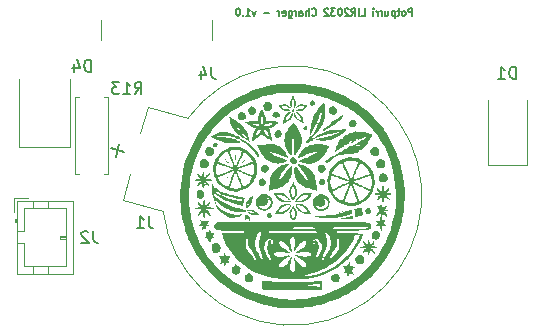
<source format=gbr>
%TF.GenerationSoftware,KiCad,Pcbnew,7.0.8*%
%TF.CreationDate,2025-01-10T13:03:09+01:00*%
%TF.ProjectId,LIR2032-charger,4c495232-3033-4322-9d63-686172676572,rev?*%
%TF.SameCoordinates,Original*%
%TF.FileFunction,Legend,Bot*%
%TF.FilePolarity,Positive*%
%FSLAX46Y46*%
G04 Gerber Fmt 4.6, Leading zero omitted, Abs format (unit mm)*
G04 Created by KiCad (PCBNEW 7.0.8) date 2025-01-10 13:03:09*
%MOMM*%
%LPD*%
G01*
G04 APERTURE LIST*
%ADD10C,0.150000*%
%ADD11C,0.100000*%
%ADD12C,0.120000*%
G04 APERTURE END LIST*
D10*
X150258458Y-51218771D02*
X150258458Y-50618771D01*
X150258458Y-50618771D02*
X150029887Y-50618771D01*
X150029887Y-50618771D02*
X149972744Y-50647342D01*
X149972744Y-50647342D02*
X149944173Y-50675914D01*
X149944173Y-50675914D02*
X149915601Y-50733057D01*
X149915601Y-50733057D02*
X149915601Y-50818771D01*
X149915601Y-50818771D02*
X149944173Y-50875914D01*
X149944173Y-50875914D02*
X149972744Y-50904485D01*
X149972744Y-50904485D02*
X150029887Y-50933057D01*
X150029887Y-50933057D02*
X150258458Y-50933057D01*
X149572744Y-51218771D02*
X149629887Y-51190200D01*
X149629887Y-51190200D02*
X149658458Y-51161628D01*
X149658458Y-51161628D02*
X149687030Y-51104485D01*
X149687030Y-51104485D02*
X149687030Y-50933057D01*
X149687030Y-50933057D02*
X149658458Y-50875914D01*
X149658458Y-50875914D02*
X149629887Y-50847342D01*
X149629887Y-50847342D02*
X149572744Y-50818771D01*
X149572744Y-50818771D02*
X149487030Y-50818771D01*
X149487030Y-50818771D02*
X149429887Y-50847342D01*
X149429887Y-50847342D02*
X149401316Y-50875914D01*
X149401316Y-50875914D02*
X149372744Y-50933057D01*
X149372744Y-50933057D02*
X149372744Y-51104485D01*
X149372744Y-51104485D02*
X149401316Y-51161628D01*
X149401316Y-51161628D02*
X149429887Y-51190200D01*
X149429887Y-51190200D02*
X149487030Y-51218771D01*
X149487030Y-51218771D02*
X149572744Y-51218771D01*
X149201316Y-50818771D02*
X148972744Y-50818771D01*
X149115601Y-50618771D02*
X149115601Y-51133057D01*
X149115601Y-51133057D02*
X149087030Y-51190200D01*
X149087030Y-51190200D02*
X149029887Y-51218771D01*
X149029887Y-51218771D02*
X148972744Y-51218771D01*
X148772744Y-50818771D02*
X148772744Y-51418771D01*
X148772744Y-50847342D02*
X148715602Y-50818771D01*
X148715602Y-50818771D02*
X148601316Y-50818771D01*
X148601316Y-50818771D02*
X148544173Y-50847342D01*
X148544173Y-50847342D02*
X148515602Y-50875914D01*
X148515602Y-50875914D02*
X148487030Y-50933057D01*
X148487030Y-50933057D02*
X148487030Y-51104485D01*
X148487030Y-51104485D02*
X148515602Y-51161628D01*
X148515602Y-51161628D02*
X148544173Y-51190200D01*
X148544173Y-51190200D02*
X148601316Y-51218771D01*
X148601316Y-51218771D02*
X148715602Y-51218771D01*
X148715602Y-51218771D02*
X148772744Y-51190200D01*
X147972745Y-50818771D02*
X147972745Y-51218771D01*
X148229887Y-50818771D02*
X148229887Y-51133057D01*
X148229887Y-51133057D02*
X148201316Y-51190200D01*
X148201316Y-51190200D02*
X148144173Y-51218771D01*
X148144173Y-51218771D02*
X148058459Y-51218771D01*
X148058459Y-51218771D02*
X148001316Y-51190200D01*
X148001316Y-51190200D02*
X147972745Y-51161628D01*
X147687030Y-51218771D02*
X147687030Y-50818771D01*
X147687030Y-50933057D02*
X147658459Y-50875914D01*
X147658459Y-50875914D02*
X147629888Y-50847342D01*
X147629888Y-50847342D02*
X147572745Y-50818771D01*
X147572745Y-50818771D02*
X147515602Y-50818771D01*
X147315601Y-51218771D02*
X147315601Y-50818771D01*
X147315601Y-50933057D02*
X147287030Y-50875914D01*
X147287030Y-50875914D02*
X147258459Y-50847342D01*
X147258459Y-50847342D02*
X147201316Y-50818771D01*
X147201316Y-50818771D02*
X147144173Y-50818771D01*
X146944172Y-51218771D02*
X146944172Y-50818771D01*
X146944172Y-50618771D02*
X146972744Y-50647342D01*
X146972744Y-50647342D02*
X146944172Y-50675914D01*
X146944172Y-50675914D02*
X146915601Y-50647342D01*
X146915601Y-50647342D02*
X146944172Y-50618771D01*
X146944172Y-50618771D02*
X146944172Y-50675914D01*
X145915601Y-51218771D02*
X146201315Y-51218771D01*
X146201315Y-51218771D02*
X146201315Y-50618771D01*
X145715601Y-51218771D02*
X145715601Y-50618771D01*
X145087030Y-51218771D02*
X145287030Y-50933057D01*
X145429887Y-51218771D02*
X145429887Y-50618771D01*
X145429887Y-50618771D02*
X145201316Y-50618771D01*
X145201316Y-50618771D02*
X145144173Y-50647342D01*
X145144173Y-50647342D02*
X145115602Y-50675914D01*
X145115602Y-50675914D02*
X145087030Y-50733057D01*
X145087030Y-50733057D02*
X145087030Y-50818771D01*
X145087030Y-50818771D02*
X145115602Y-50875914D01*
X145115602Y-50875914D02*
X145144173Y-50904485D01*
X145144173Y-50904485D02*
X145201316Y-50933057D01*
X145201316Y-50933057D02*
X145429887Y-50933057D01*
X144858459Y-50675914D02*
X144829887Y-50647342D01*
X144829887Y-50647342D02*
X144772745Y-50618771D01*
X144772745Y-50618771D02*
X144629887Y-50618771D01*
X144629887Y-50618771D02*
X144572745Y-50647342D01*
X144572745Y-50647342D02*
X144544173Y-50675914D01*
X144544173Y-50675914D02*
X144515602Y-50733057D01*
X144515602Y-50733057D02*
X144515602Y-50790200D01*
X144515602Y-50790200D02*
X144544173Y-50875914D01*
X144544173Y-50875914D02*
X144887030Y-51218771D01*
X144887030Y-51218771D02*
X144515602Y-51218771D01*
X144144173Y-50618771D02*
X144087030Y-50618771D01*
X144087030Y-50618771D02*
X144029887Y-50647342D01*
X144029887Y-50647342D02*
X144001316Y-50675914D01*
X144001316Y-50675914D02*
X143972744Y-50733057D01*
X143972744Y-50733057D02*
X143944173Y-50847342D01*
X143944173Y-50847342D02*
X143944173Y-50990200D01*
X143944173Y-50990200D02*
X143972744Y-51104485D01*
X143972744Y-51104485D02*
X144001316Y-51161628D01*
X144001316Y-51161628D02*
X144029887Y-51190200D01*
X144029887Y-51190200D02*
X144087030Y-51218771D01*
X144087030Y-51218771D02*
X144144173Y-51218771D01*
X144144173Y-51218771D02*
X144201316Y-51190200D01*
X144201316Y-51190200D02*
X144229887Y-51161628D01*
X144229887Y-51161628D02*
X144258458Y-51104485D01*
X144258458Y-51104485D02*
X144287030Y-50990200D01*
X144287030Y-50990200D02*
X144287030Y-50847342D01*
X144287030Y-50847342D02*
X144258458Y-50733057D01*
X144258458Y-50733057D02*
X144229887Y-50675914D01*
X144229887Y-50675914D02*
X144201316Y-50647342D01*
X144201316Y-50647342D02*
X144144173Y-50618771D01*
X143744172Y-50618771D02*
X143372744Y-50618771D01*
X143372744Y-50618771D02*
X143572744Y-50847342D01*
X143572744Y-50847342D02*
X143487029Y-50847342D01*
X143487029Y-50847342D02*
X143429887Y-50875914D01*
X143429887Y-50875914D02*
X143401315Y-50904485D01*
X143401315Y-50904485D02*
X143372744Y-50961628D01*
X143372744Y-50961628D02*
X143372744Y-51104485D01*
X143372744Y-51104485D02*
X143401315Y-51161628D01*
X143401315Y-51161628D02*
X143429887Y-51190200D01*
X143429887Y-51190200D02*
X143487029Y-51218771D01*
X143487029Y-51218771D02*
X143658458Y-51218771D01*
X143658458Y-51218771D02*
X143715601Y-51190200D01*
X143715601Y-51190200D02*
X143744172Y-51161628D01*
X143144172Y-50675914D02*
X143115600Y-50647342D01*
X143115600Y-50647342D02*
X143058458Y-50618771D01*
X143058458Y-50618771D02*
X142915600Y-50618771D01*
X142915600Y-50618771D02*
X142858458Y-50647342D01*
X142858458Y-50647342D02*
X142829886Y-50675914D01*
X142829886Y-50675914D02*
X142801315Y-50733057D01*
X142801315Y-50733057D02*
X142801315Y-50790200D01*
X142801315Y-50790200D02*
X142829886Y-50875914D01*
X142829886Y-50875914D02*
X143172743Y-51218771D01*
X143172743Y-51218771D02*
X142801315Y-51218771D01*
X141744171Y-51161628D02*
X141772743Y-51190200D01*
X141772743Y-51190200D02*
X141858457Y-51218771D01*
X141858457Y-51218771D02*
X141915600Y-51218771D01*
X141915600Y-51218771D02*
X142001314Y-51190200D01*
X142001314Y-51190200D02*
X142058457Y-51133057D01*
X142058457Y-51133057D02*
X142087028Y-51075914D01*
X142087028Y-51075914D02*
X142115600Y-50961628D01*
X142115600Y-50961628D02*
X142115600Y-50875914D01*
X142115600Y-50875914D02*
X142087028Y-50761628D01*
X142087028Y-50761628D02*
X142058457Y-50704485D01*
X142058457Y-50704485D02*
X142001314Y-50647342D01*
X142001314Y-50647342D02*
X141915600Y-50618771D01*
X141915600Y-50618771D02*
X141858457Y-50618771D01*
X141858457Y-50618771D02*
X141772743Y-50647342D01*
X141772743Y-50647342D02*
X141744171Y-50675914D01*
X141487028Y-51218771D02*
X141487028Y-50618771D01*
X141229886Y-51218771D02*
X141229886Y-50904485D01*
X141229886Y-50904485D02*
X141258457Y-50847342D01*
X141258457Y-50847342D02*
X141315600Y-50818771D01*
X141315600Y-50818771D02*
X141401314Y-50818771D01*
X141401314Y-50818771D02*
X141458457Y-50847342D01*
X141458457Y-50847342D02*
X141487028Y-50875914D01*
X140687029Y-51218771D02*
X140687029Y-50904485D01*
X140687029Y-50904485D02*
X140715600Y-50847342D01*
X140715600Y-50847342D02*
X140772743Y-50818771D01*
X140772743Y-50818771D02*
X140887029Y-50818771D01*
X140887029Y-50818771D02*
X140944171Y-50847342D01*
X140687029Y-51190200D02*
X140744171Y-51218771D01*
X140744171Y-51218771D02*
X140887029Y-51218771D01*
X140887029Y-51218771D02*
X140944171Y-51190200D01*
X140944171Y-51190200D02*
X140972743Y-51133057D01*
X140972743Y-51133057D02*
X140972743Y-51075914D01*
X140972743Y-51075914D02*
X140944171Y-51018771D01*
X140944171Y-51018771D02*
X140887029Y-50990200D01*
X140887029Y-50990200D02*
X140744171Y-50990200D01*
X140744171Y-50990200D02*
X140687029Y-50961628D01*
X140401314Y-51218771D02*
X140401314Y-50818771D01*
X140401314Y-50933057D02*
X140372743Y-50875914D01*
X140372743Y-50875914D02*
X140344172Y-50847342D01*
X140344172Y-50847342D02*
X140287029Y-50818771D01*
X140287029Y-50818771D02*
X140229886Y-50818771D01*
X139772743Y-50818771D02*
X139772743Y-51304485D01*
X139772743Y-51304485D02*
X139801314Y-51361628D01*
X139801314Y-51361628D02*
X139829885Y-51390200D01*
X139829885Y-51390200D02*
X139887028Y-51418771D01*
X139887028Y-51418771D02*
X139972743Y-51418771D01*
X139972743Y-51418771D02*
X140029885Y-51390200D01*
X139772743Y-51190200D02*
X139829885Y-51218771D01*
X139829885Y-51218771D02*
X139944171Y-51218771D01*
X139944171Y-51218771D02*
X140001314Y-51190200D01*
X140001314Y-51190200D02*
X140029885Y-51161628D01*
X140029885Y-51161628D02*
X140058457Y-51104485D01*
X140058457Y-51104485D02*
X140058457Y-50933057D01*
X140058457Y-50933057D02*
X140029885Y-50875914D01*
X140029885Y-50875914D02*
X140001314Y-50847342D01*
X140001314Y-50847342D02*
X139944171Y-50818771D01*
X139944171Y-50818771D02*
X139829885Y-50818771D01*
X139829885Y-50818771D02*
X139772743Y-50847342D01*
X139258457Y-51190200D02*
X139315600Y-51218771D01*
X139315600Y-51218771D02*
X139429886Y-51218771D01*
X139429886Y-51218771D02*
X139487028Y-51190200D01*
X139487028Y-51190200D02*
X139515600Y-51133057D01*
X139515600Y-51133057D02*
X139515600Y-50904485D01*
X139515600Y-50904485D02*
X139487028Y-50847342D01*
X139487028Y-50847342D02*
X139429886Y-50818771D01*
X139429886Y-50818771D02*
X139315600Y-50818771D01*
X139315600Y-50818771D02*
X139258457Y-50847342D01*
X139258457Y-50847342D02*
X139229886Y-50904485D01*
X139229886Y-50904485D02*
X139229886Y-50961628D01*
X139229886Y-50961628D02*
X139515600Y-51018771D01*
X138972742Y-51218771D02*
X138972742Y-50818771D01*
X138972742Y-50933057D02*
X138944171Y-50875914D01*
X138944171Y-50875914D02*
X138915600Y-50847342D01*
X138915600Y-50847342D02*
X138858457Y-50818771D01*
X138858457Y-50818771D02*
X138801314Y-50818771D01*
X138144170Y-50990200D02*
X137687028Y-50990200D01*
X137001313Y-50818771D02*
X136858456Y-51218771D01*
X136858456Y-51218771D02*
X136715599Y-50818771D01*
X136172742Y-51218771D02*
X136515599Y-51218771D01*
X136344170Y-51218771D02*
X136344170Y-50618771D01*
X136344170Y-50618771D02*
X136401313Y-50704485D01*
X136401313Y-50704485D02*
X136458456Y-50761628D01*
X136458456Y-50761628D02*
X136515599Y-50790200D01*
X135915598Y-51161628D02*
X135887027Y-51190200D01*
X135887027Y-51190200D02*
X135915598Y-51218771D01*
X135915598Y-51218771D02*
X135944170Y-51190200D01*
X135944170Y-51190200D02*
X135915598Y-51161628D01*
X135915598Y-51161628D02*
X135915598Y-51218771D01*
X135515599Y-50618771D02*
X135458456Y-50618771D01*
X135458456Y-50618771D02*
X135401313Y-50647342D01*
X135401313Y-50647342D02*
X135372742Y-50675914D01*
X135372742Y-50675914D02*
X135344170Y-50733057D01*
X135344170Y-50733057D02*
X135315599Y-50847342D01*
X135315599Y-50847342D02*
X135315599Y-50990200D01*
X135315599Y-50990200D02*
X135344170Y-51104485D01*
X135344170Y-51104485D02*
X135372742Y-51161628D01*
X135372742Y-51161628D02*
X135401313Y-51190200D01*
X135401313Y-51190200D02*
X135458456Y-51218771D01*
X135458456Y-51218771D02*
X135515599Y-51218771D01*
X135515599Y-51218771D02*
X135572742Y-51190200D01*
X135572742Y-51190200D02*
X135601313Y-51161628D01*
X135601313Y-51161628D02*
X135629884Y-51104485D01*
X135629884Y-51104485D02*
X135658456Y-50990200D01*
X135658456Y-50990200D02*
X135658456Y-50847342D01*
X135658456Y-50847342D02*
X135629884Y-50733057D01*
X135629884Y-50733057D02*
X135601313Y-50675914D01*
X135601313Y-50675914D02*
X135572742Y-50647342D01*
X135572742Y-50647342D02*
X135515599Y-50618771D01*
X127946725Y-68216265D02*
X127946725Y-68930550D01*
X127946725Y-68930550D02*
X127994344Y-69073407D01*
X127994344Y-69073407D02*
X128089582Y-69168646D01*
X128089582Y-69168646D02*
X128232439Y-69216265D01*
X128232439Y-69216265D02*
X128327677Y-69216265D01*
X126946725Y-69216265D02*
X127518153Y-69216265D01*
X127232439Y-69216265D02*
X127232439Y-68216265D01*
X127232439Y-68216265D02*
X127327677Y-68359122D01*
X127327677Y-68359122D02*
X127422915Y-68454360D01*
X127422915Y-68454360D02*
X127518153Y-68501979D01*
X125822345Y-62763826D02*
X124718430Y-62468032D01*
X125122491Y-63167887D02*
X125418284Y-62063971D01*
X126742857Y-57854819D02*
X127076190Y-57378628D01*
X127314285Y-57854819D02*
X127314285Y-56854819D01*
X127314285Y-56854819D02*
X126933333Y-56854819D01*
X126933333Y-56854819D02*
X126838095Y-56902438D01*
X126838095Y-56902438D02*
X126790476Y-56950057D01*
X126790476Y-56950057D02*
X126742857Y-57045295D01*
X126742857Y-57045295D02*
X126742857Y-57188152D01*
X126742857Y-57188152D02*
X126790476Y-57283390D01*
X126790476Y-57283390D02*
X126838095Y-57331009D01*
X126838095Y-57331009D02*
X126933333Y-57378628D01*
X126933333Y-57378628D02*
X127314285Y-57378628D01*
X125790476Y-57854819D02*
X126361904Y-57854819D01*
X126076190Y-57854819D02*
X126076190Y-56854819D01*
X126076190Y-56854819D02*
X126171428Y-56997676D01*
X126171428Y-56997676D02*
X126266666Y-57092914D01*
X126266666Y-57092914D02*
X126361904Y-57140533D01*
X125457142Y-56854819D02*
X124838095Y-56854819D01*
X124838095Y-56854819D02*
X125171428Y-57235771D01*
X125171428Y-57235771D02*
X125028571Y-57235771D01*
X125028571Y-57235771D02*
X124933333Y-57283390D01*
X124933333Y-57283390D02*
X124885714Y-57331009D01*
X124885714Y-57331009D02*
X124838095Y-57426247D01*
X124838095Y-57426247D02*
X124838095Y-57664342D01*
X124838095Y-57664342D02*
X124885714Y-57759580D01*
X124885714Y-57759580D02*
X124933333Y-57807200D01*
X124933333Y-57807200D02*
X125028571Y-57854819D01*
X125028571Y-57854819D02*
X125314285Y-57854819D01*
X125314285Y-57854819D02*
X125409523Y-57807200D01*
X125409523Y-57807200D02*
X125457142Y-57759580D01*
X123038094Y-55954819D02*
X123038094Y-54954819D01*
X123038094Y-54954819D02*
X122799999Y-54954819D01*
X122799999Y-54954819D02*
X122657142Y-55002438D01*
X122657142Y-55002438D02*
X122561904Y-55097676D01*
X122561904Y-55097676D02*
X122514285Y-55192914D01*
X122514285Y-55192914D02*
X122466666Y-55383390D01*
X122466666Y-55383390D02*
X122466666Y-55526247D01*
X122466666Y-55526247D02*
X122514285Y-55716723D01*
X122514285Y-55716723D02*
X122561904Y-55811961D01*
X122561904Y-55811961D02*
X122657142Y-55907200D01*
X122657142Y-55907200D02*
X122799999Y-55954819D01*
X122799999Y-55954819D02*
X123038094Y-55954819D01*
X121609523Y-55288152D02*
X121609523Y-55954819D01*
X121847618Y-54907200D02*
X122085713Y-55621485D01*
X122085713Y-55621485D02*
X121466666Y-55621485D01*
X133233333Y-55554819D02*
X133233333Y-56269104D01*
X133233333Y-56269104D02*
X133280952Y-56411961D01*
X133280952Y-56411961D02*
X133376190Y-56507200D01*
X133376190Y-56507200D02*
X133519047Y-56554819D01*
X133519047Y-56554819D02*
X133614285Y-56554819D01*
X132328571Y-55888152D02*
X132328571Y-56554819D01*
X132566666Y-55507200D02*
X132804761Y-56221485D01*
X132804761Y-56221485D02*
X132185714Y-56221485D01*
X123233333Y-69454819D02*
X123233333Y-70169104D01*
X123233333Y-70169104D02*
X123280952Y-70311961D01*
X123280952Y-70311961D02*
X123376190Y-70407200D01*
X123376190Y-70407200D02*
X123519047Y-70454819D01*
X123519047Y-70454819D02*
X123614285Y-70454819D01*
X122804761Y-69550057D02*
X122757142Y-69502438D01*
X122757142Y-69502438D02*
X122661904Y-69454819D01*
X122661904Y-69454819D02*
X122423809Y-69454819D01*
X122423809Y-69454819D02*
X122328571Y-69502438D01*
X122328571Y-69502438D02*
X122280952Y-69550057D01*
X122280952Y-69550057D02*
X122233333Y-69645295D01*
X122233333Y-69645295D02*
X122233333Y-69740533D01*
X122233333Y-69740533D02*
X122280952Y-69883390D01*
X122280952Y-69883390D02*
X122852380Y-70454819D01*
X122852380Y-70454819D02*
X122233333Y-70454819D01*
X159038094Y-56554819D02*
X159038094Y-55554819D01*
X159038094Y-55554819D02*
X158799999Y-55554819D01*
X158799999Y-55554819D02*
X158657142Y-55602438D01*
X158657142Y-55602438D02*
X158561904Y-55697676D01*
X158561904Y-55697676D02*
X158514285Y-55792914D01*
X158514285Y-55792914D02*
X158466666Y-55983390D01*
X158466666Y-55983390D02*
X158466666Y-56126247D01*
X158466666Y-56126247D02*
X158514285Y-56316723D01*
X158514285Y-56316723D02*
X158561904Y-56411961D01*
X158561904Y-56411961D02*
X158657142Y-56507200D01*
X158657142Y-56507200D02*
X158799999Y-56554819D01*
X158799999Y-56554819D02*
X159038094Y-56554819D01*
X157514285Y-56554819D02*
X158085713Y-56554819D01*
X157799999Y-56554819D02*
X157799999Y-55554819D01*
X157799999Y-55554819D02*
X157895237Y-55697676D01*
X157895237Y-55697676D02*
X157990475Y-55792914D01*
X157990475Y-55792914D02*
X158085713Y-55840533D01*
%TO.C,G\u002A\u002A\u002A*%
G36*
X149573236Y-67184244D02*
G01*
X149505818Y-67793249D01*
X149399417Y-68412398D01*
X149352648Y-68633128D01*
X149215498Y-69176842D01*
X149049719Y-69702174D01*
X148852314Y-70217231D01*
X148620285Y-70730119D01*
X148350635Y-71248946D01*
X148309409Y-71322351D01*
X148121926Y-71630790D01*
X147907907Y-71948120D01*
X147673144Y-72267267D01*
X147423429Y-72581155D01*
X147164555Y-72882710D01*
X146902313Y-73164859D01*
X146642495Y-73420525D01*
X146390894Y-73642635D01*
X146327696Y-73694218D01*
X146198389Y-73797036D01*
X146052804Y-73910115D01*
X145899210Y-74027227D01*
X145745878Y-74142142D01*
X145601080Y-74248631D01*
X145473086Y-74340465D01*
X145370166Y-74411414D01*
X145332601Y-74436101D01*
X145168530Y-74537971D01*
X144975703Y-74650199D01*
X144762867Y-74768200D01*
X144538772Y-74887390D01*
X144312166Y-75003182D01*
X144091798Y-75110990D01*
X143886416Y-75206231D01*
X143704768Y-75284317D01*
X143615628Y-75319119D01*
X143477347Y-75369909D01*
X143315982Y-75426713D01*
X143141511Y-75486189D01*
X142963913Y-75544994D01*
X142793164Y-75599784D01*
X142639244Y-75647216D01*
X142512129Y-75683946D01*
X142392404Y-75714754D01*
X142181328Y-75762350D01*
X141943044Y-75809624D01*
X141687017Y-75855017D01*
X141422715Y-75896971D01*
X141159603Y-75933925D01*
X140907149Y-75964321D01*
X140674819Y-75986599D01*
X140553617Y-75993582D01*
X140390676Y-75998050D01*
X140203274Y-75999542D01*
X140000936Y-75998244D01*
X139793192Y-75994336D01*
X139589569Y-75988004D01*
X139399594Y-75979430D01*
X139232795Y-75968797D01*
X139098701Y-75956288D01*
X139043608Y-75949736D01*
X138626812Y-75891693D01*
X138232866Y-75820248D01*
X137847546Y-75732193D01*
X137456630Y-75624322D01*
X137045892Y-75493426D01*
X136567022Y-75318410D01*
X136067810Y-75104108D01*
X135581342Y-74860263D01*
X135099689Y-74582877D01*
X134614921Y-74267954D01*
X134534357Y-74212093D01*
X134048871Y-73845634D01*
X133589172Y-73445550D01*
X133154835Y-73011389D01*
X132745431Y-72542700D01*
X132360535Y-72039030D01*
X131999721Y-71499930D01*
X131936804Y-71395186D01*
X131857458Y-71254818D01*
X131770582Y-71094421D01*
X131679774Y-70921167D01*
X131588634Y-70742230D01*
X131500759Y-70564781D01*
X131419748Y-70395994D01*
X131349200Y-70243041D01*
X131292713Y-70113095D01*
X131253886Y-70013329D01*
X131235594Y-69960934D01*
X131129791Y-69651514D01*
X131038989Y-69372411D01*
X130961261Y-69115813D01*
X130894682Y-68873906D01*
X130837323Y-68638876D01*
X130787259Y-68402910D01*
X130742562Y-68158194D01*
X130701306Y-67896914D01*
X130661564Y-67611257D01*
X130627782Y-67304469D01*
X130598409Y-66768725D01*
X130599588Y-66638035D01*
X131347609Y-66638035D01*
X131368560Y-67178918D01*
X131420070Y-67704708D01*
X131502535Y-68208252D01*
X131535286Y-68365827D01*
X131679527Y-68950180D01*
X131855216Y-69508586D01*
X132063983Y-70044280D01*
X132307457Y-70560498D01*
X132587265Y-71060474D01*
X132905038Y-71547444D01*
X133262404Y-72024644D01*
X133660993Y-72495308D01*
X133932698Y-72780356D01*
X134311108Y-73128061D01*
X134725883Y-73459629D01*
X135174395Y-73773125D01*
X135654019Y-74066612D01*
X136162129Y-74338158D01*
X136201144Y-74357529D01*
X136492787Y-74496747D01*
X136767508Y-74616552D01*
X137037271Y-74721337D01*
X137314041Y-74815494D01*
X137609784Y-74903415D01*
X137936464Y-74989493D01*
X138085481Y-75026123D01*
X138331061Y-75082667D01*
X138555343Y-75128366D01*
X138770719Y-75165465D01*
X138989578Y-75196209D01*
X139224312Y-75222843D01*
X139454872Y-75243111D01*
X140039437Y-75264843D01*
X140628667Y-75245144D01*
X141219883Y-75184528D01*
X141810410Y-75083507D01*
X142397570Y-74942595D01*
X142978687Y-74762305D01*
X143551085Y-74543151D01*
X144112086Y-74285645D01*
X144257521Y-74211415D01*
X144730266Y-73946109D01*
X145184630Y-73654199D01*
X145615864Y-73339309D01*
X146019216Y-73005066D01*
X146389937Y-72655094D01*
X146723274Y-72293019D01*
X147075628Y-71858006D01*
X147416397Y-71384294D01*
X147717810Y-70902641D01*
X147981747Y-70409198D01*
X148210087Y-69900113D01*
X148404707Y-69371533D01*
X148567488Y-68819608D01*
X148700308Y-68240486D01*
X148752030Y-67956863D01*
X148828747Y-67368839D01*
X148865470Y-66773443D01*
X148862164Y-66169093D01*
X148818794Y-65554208D01*
X148735324Y-64927207D01*
X148611719Y-64286510D01*
X148556010Y-64057656D01*
X148432842Y-63644938D01*
X148279794Y-63222128D01*
X148100641Y-62797901D01*
X147899158Y-62380936D01*
X147679120Y-61979908D01*
X147444303Y-61603494D01*
X147341172Y-61450495D01*
X147139981Y-61163074D01*
X146947765Y-60905608D01*
X146758843Y-60671824D01*
X146567536Y-60455452D01*
X146368163Y-60250219D01*
X146155044Y-60049854D01*
X145922501Y-59848084D01*
X145664851Y-59638638D01*
X145574172Y-59567950D01*
X145247965Y-59331409D01*
X144897408Y-59104728D01*
X144854394Y-59078477D01*
X144475348Y-58857321D01*
X144111213Y-58664832D01*
X143751501Y-58496386D01*
X143385729Y-58347361D01*
X143003412Y-58213132D01*
X142594062Y-58089077D01*
X142461576Y-58052264D01*
X142236636Y-57993484D01*
X142022238Y-57943169D01*
X141805026Y-57898468D01*
X141571647Y-57856526D01*
X141308745Y-57814492D01*
X141249337Y-57805481D01*
X141156212Y-57791863D01*
X141072769Y-57780878D01*
X140993156Y-57772246D01*
X140911523Y-57765686D01*
X140822019Y-57760916D01*
X140718792Y-57757655D01*
X140595992Y-57755622D01*
X140447767Y-57754535D01*
X140268266Y-57754115D01*
X140051638Y-57754079D01*
X139878715Y-57754220D01*
X139687207Y-57754803D01*
X139528708Y-57756056D01*
X139397578Y-57758213D01*
X139288179Y-57761509D01*
X139194869Y-57766178D01*
X139112010Y-57772455D01*
X139033963Y-57780575D01*
X138955087Y-57790773D01*
X138869743Y-57803284D01*
X138250026Y-57915807D01*
X137648599Y-58063424D01*
X137070869Y-58245818D01*
X136515051Y-58463762D01*
X135979362Y-58718027D01*
X135462020Y-59009386D01*
X134961241Y-59338611D01*
X134475242Y-59706474D01*
X134114133Y-60014191D01*
X133764934Y-60348943D01*
X133450831Y-60692959D01*
X133167755Y-61050419D01*
X133102214Y-61139314D01*
X133026564Y-61241508D01*
X132957590Y-61334289D01*
X132904659Y-61405033D01*
X132858953Y-61467988D01*
X132764770Y-61607796D01*
X132660320Y-61773296D01*
X132550601Y-61955900D01*
X132440616Y-62147019D01*
X132335364Y-62338064D01*
X132239848Y-62520447D01*
X132159067Y-62685579D01*
X132086917Y-62846878D01*
X131996050Y-63065967D01*
X131905671Y-63299370D01*
X131821541Y-63532129D01*
X131749420Y-63749285D01*
X131687384Y-63957533D01*
X131561479Y-64466605D01*
X131464152Y-64996343D01*
X131395801Y-65539595D01*
X131356822Y-66089210D01*
X131347609Y-66638035D01*
X130599588Y-66638035D01*
X130603446Y-66210205D01*
X130642805Y-65630654D01*
X130716397Y-65031819D01*
X130824134Y-64415444D01*
X130827653Y-64397940D01*
X130953382Y-63873783D01*
X131118610Y-63344437D01*
X131321100Y-62814505D01*
X131558616Y-62288595D01*
X131828922Y-61771310D01*
X132129782Y-61267257D01*
X132458959Y-60781040D01*
X132814217Y-60317264D01*
X132962991Y-60140110D01*
X133357241Y-59715845D01*
X133785082Y-59314829D01*
X134243327Y-58939407D01*
X134728790Y-58591923D01*
X135238284Y-58274721D01*
X135768622Y-57990145D01*
X136316618Y-57740541D01*
X136583914Y-57632946D01*
X137047884Y-57465156D01*
X137506881Y-57324985D01*
X137972145Y-57209463D01*
X138454919Y-57115620D01*
X138966444Y-57040487D01*
X139012174Y-57035287D01*
X139158654Y-57023366D01*
X139337702Y-57013923D01*
X139541833Y-57006957D01*
X139763564Y-57002469D01*
X139995411Y-57000459D01*
X140229889Y-57000926D01*
X140459514Y-57003872D01*
X140676803Y-57009296D01*
X140874272Y-57017198D01*
X141044435Y-57027579D01*
X141179811Y-57040438D01*
X141430932Y-57073366D01*
X141924314Y-57153114D01*
X142391122Y-57250577D01*
X142840770Y-57368095D01*
X143282677Y-57508004D01*
X143726257Y-57672643D01*
X143952865Y-57765698D01*
X144530738Y-58032628D01*
X145079414Y-58330832D01*
X145599867Y-58661059D01*
X146093072Y-59024059D01*
X146560003Y-59420583D01*
X147001634Y-59851380D01*
X147418941Y-60317202D01*
X147812897Y-60818798D01*
X147893523Y-60931185D01*
X148090990Y-61229211D01*
X148286901Y-61555202D01*
X148475738Y-61898852D01*
X148651983Y-62249857D01*
X148810120Y-62597909D01*
X148944630Y-62932703D01*
X148988188Y-63050453D01*
X149066853Y-63268293D01*
X149132683Y-63459483D01*
X149188408Y-63632691D01*
X149236760Y-63796585D01*
X149280471Y-63959835D01*
X149322272Y-64131108D01*
X149322742Y-64133116D01*
X149451457Y-64759230D01*
X149540783Y-65372878D01*
X149590801Y-65978581D01*
X149601591Y-66580863D01*
X149592541Y-66773443D01*
X149573236Y-67184244D01*
G37*
G36*
X142609170Y-73931044D02*
G01*
X142600792Y-74050893D01*
X142592120Y-74170344D01*
X142584688Y-74268151D01*
X142571977Y-74429318D01*
X140073859Y-74429318D01*
X137575742Y-74429318D01*
X137562043Y-74160706D01*
X137557041Y-74054942D01*
X137556593Y-74043834D01*
X141385248Y-74043834D01*
X141389270Y-74064472D01*
X141435463Y-74088492D01*
X141523635Y-74116152D01*
X141568979Y-74124258D01*
X141652459Y-74133366D01*
X141761959Y-74141873D01*
X141888539Y-74149095D01*
X142023254Y-74154349D01*
X142426173Y-74166342D01*
X142426173Y-74038923D01*
X142426173Y-73911504D01*
X142238144Y-73928483D01*
X142221277Y-73930039D01*
X142113254Y-73941236D01*
X142006251Y-73954046D01*
X141921181Y-73965992D01*
X141913138Y-73967247D01*
X141823478Y-73979274D01*
X141715071Y-73991365D01*
X141609591Y-74001080D01*
X141504479Y-74011681D01*
X141423587Y-74026323D01*
X141385248Y-74043834D01*
X137556593Y-74043834D01*
X137552507Y-73942398D01*
X137549418Y-73846058D01*
X137548257Y-73779276D01*
X137548169Y-73666459D01*
X137827754Y-73666459D01*
X137957312Y-73668248D01*
X138082014Y-73675764D01*
X138192993Y-73690620D01*
X138305884Y-73714382D01*
X138307066Y-73714667D01*
X138346742Y-73724018D01*
X138384826Y-73732059D01*
X138424748Y-73738890D01*
X138469936Y-73744611D01*
X138523819Y-73749321D01*
X138589823Y-73753121D01*
X138671379Y-73756111D01*
X138771915Y-73758390D01*
X138894858Y-73760058D01*
X139043637Y-73761215D01*
X139221680Y-73761961D01*
X139432417Y-73762396D01*
X139679275Y-73762620D01*
X139965682Y-73762732D01*
X140105559Y-73762703D01*
X140463602Y-73761910D01*
X140786255Y-73760088D01*
X141072257Y-73757254D01*
X141320344Y-73753426D01*
X141529252Y-73748624D01*
X141697719Y-73742863D01*
X141824481Y-73736163D01*
X141926446Y-73729265D01*
X142073031Y-73719424D01*
X142212822Y-73710120D01*
X142333791Y-73702152D01*
X142423909Y-73696319D01*
X142625791Y-73683471D01*
X142611595Y-73895227D01*
X142610493Y-73911504D01*
X142609170Y-73931044D01*
G37*
G36*
X143835986Y-73092557D02*
G01*
X143941603Y-73140943D01*
X144028984Y-73226489D01*
X144045158Y-73249104D01*
X144097809Y-73361966D01*
X144110321Y-73477657D01*
X144083957Y-73589801D01*
X144019982Y-73692023D01*
X143919658Y-73777948D01*
X143914248Y-73781276D01*
X143828184Y-73810609D01*
X143726025Y-73813407D01*
X143623148Y-73790998D01*
X143534935Y-73744713D01*
X143495432Y-73710749D01*
X143423542Y-73617362D01*
X143384390Y-73514278D01*
X143375995Y-73408398D01*
X143396378Y-73306623D01*
X143443557Y-73215855D01*
X143515552Y-73142994D01*
X143610384Y-73094943D01*
X143726072Y-73078601D01*
X143835986Y-73092557D01*
G37*
G36*
X136492127Y-73054211D02*
G01*
X136601520Y-73091057D01*
X136631451Y-73108911D01*
X136716610Y-73187717D01*
X136770410Y-73285183D01*
X136793123Y-73393248D01*
X136785021Y-73503852D01*
X136746378Y-73608931D01*
X136677466Y-73700425D01*
X136578557Y-73770273D01*
X136550278Y-73783120D01*
X136480252Y-73807273D01*
X136424679Y-73816865D01*
X136329769Y-73800388D01*
X136232407Y-73748534D01*
X136149440Y-73669234D01*
X136087341Y-73570622D01*
X136052582Y-73460832D01*
X136051636Y-73348000D01*
X136056047Y-73325885D01*
X136100123Y-73224012D01*
X136174276Y-73141934D01*
X136269998Y-73083624D01*
X136378784Y-73053059D01*
X136492127Y-73054211D01*
G37*
G36*
X146723287Y-69179532D02*
G01*
X146632589Y-69269632D01*
X146500841Y-69352699D01*
X146494060Y-69356210D01*
X146469753Y-69367419D01*
X146442169Y-69376668D01*
X146406900Y-69384261D01*
X146359534Y-69390502D01*
X146295660Y-69395695D01*
X146210869Y-69400144D01*
X146100749Y-69404154D01*
X145960890Y-69408029D01*
X145786881Y-69412072D01*
X145574312Y-69416589D01*
X145357585Y-69421169D01*
X145072742Y-69427498D01*
X144826321Y-69433455D01*
X144615612Y-69439179D01*
X144437905Y-69444807D01*
X144290488Y-69450477D01*
X144170651Y-69456329D01*
X144075684Y-69462499D01*
X144002877Y-69469126D01*
X143949517Y-69476348D01*
X143912896Y-69484303D01*
X143890302Y-69493129D01*
X143879025Y-69502965D01*
X143867373Y-69529824D01*
X143876338Y-69574636D01*
X143923994Y-69609176D01*
X144007856Y-69630974D01*
X144021885Y-69632466D01*
X144082839Y-69636146D01*
X144179387Y-69640029D01*
X144306373Y-69643979D01*
X144458643Y-69647858D01*
X144631041Y-69651530D01*
X144818411Y-69654859D01*
X145015598Y-69657707D01*
X145228612Y-69660540D01*
X145433376Y-69663644D01*
X145601736Y-69666826D01*
X145737191Y-69670296D01*
X145843239Y-69674265D01*
X145923376Y-69678942D01*
X145981100Y-69684537D01*
X146019909Y-69691260D01*
X146043299Y-69699322D01*
X146054768Y-69708932D01*
X146057814Y-69720301D01*
X146051123Y-69764380D01*
X146039290Y-69807658D01*
X146029544Y-69843304D01*
X145995802Y-69945407D01*
X145952717Y-70062211D01*
X145903111Y-70185241D01*
X145822081Y-70363091D01*
X145676440Y-70637146D01*
X145505483Y-70916581D01*
X145315954Y-71191226D01*
X145114600Y-71450909D01*
X144908165Y-71685459D01*
X144859028Y-71736569D01*
X144681437Y-71910085D01*
X144487089Y-72085305D01*
X144284653Y-72255134D01*
X144082799Y-72412479D01*
X143890196Y-72550246D01*
X143715513Y-72661341D01*
X143649002Y-72699158D01*
X143508407Y-72774526D01*
X143346214Y-72857191D01*
X143173999Y-72941528D01*
X143003341Y-73021914D01*
X142845817Y-73092725D01*
X142713004Y-73148336D01*
X142706267Y-73150985D01*
X142560275Y-73202576D01*
X142382448Y-73256760D01*
X142183070Y-73311107D01*
X141972423Y-73363188D01*
X141760789Y-73410576D01*
X141558450Y-73450843D01*
X141375689Y-73481558D01*
X141222789Y-73500295D01*
X141219070Y-73500551D01*
X141175387Y-73501773D01*
X141094013Y-73502808D01*
X140979379Y-73503641D01*
X140835915Y-73504256D01*
X140668052Y-73504638D01*
X140480222Y-73504773D01*
X140276855Y-73504645D01*
X140062383Y-73504240D01*
X140018415Y-73504123D01*
X139744086Y-73502969D01*
X139506897Y-73500866D01*
X139301763Y-73497375D01*
X139123601Y-73492055D01*
X138967325Y-73484466D01*
X138827852Y-73474169D01*
X138700095Y-73460722D01*
X138578972Y-73443687D01*
X138459396Y-73422622D01*
X138336284Y-73397089D01*
X138204552Y-73366646D01*
X138059113Y-73330854D01*
X137882253Y-73281733D01*
X140838610Y-73281733D01*
X140860247Y-73290616D01*
X140930439Y-73300735D01*
X141033501Y-73302349D01*
X141163484Y-73296044D01*
X141314434Y-73282408D01*
X141480401Y-73262027D01*
X141655432Y-73235490D01*
X141833577Y-73203383D01*
X142008883Y-73166292D01*
X142018368Y-73164104D01*
X142326599Y-73077800D01*
X142649750Y-72960253D01*
X142979199Y-72815851D01*
X143306320Y-72648983D01*
X143622491Y-72464039D01*
X143919086Y-72265409D01*
X144187482Y-72057481D01*
X144406675Y-71865209D01*
X144735090Y-71539717D01*
X145026056Y-71199722D01*
X145282421Y-70841776D01*
X145507038Y-70462436D01*
X145522191Y-70433504D01*
X145562415Y-70352405D01*
X145607555Y-70256927D01*
X145654274Y-70154670D01*
X145699233Y-70053232D01*
X145739092Y-69960213D01*
X145770515Y-69883211D01*
X145790161Y-69829827D01*
X145794694Y-69807658D01*
X145789140Y-69806371D01*
X145750356Y-69802963D01*
X145683199Y-69799226D01*
X145597672Y-69795764D01*
X145406141Y-69789217D01*
X145348822Y-69971112D01*
X145294054Y-70122809D01*
X145198799Y-70330453D01*
X145077109Y-70549492D01*
X145074075Y-70554953D01*
X144918219Y-70799251D01*
X144729567Y-71066290D01*
X144725124Y-71072310D01*
X144561257Y-71276556D01*
X144367886Y-71488867D01*
X144154537Y-71700235D01*
X143930736Y-71901651D01*
X143706007Y-72084108D01*
X143489878Y-72238597D01*
X143293772Y-72361897D01*
X142930821Y-72563797D01*
X142545701Y-72748147D01*
X142147613Y-72911301D01*
X141745757Y-73049620D01*
X141349334Y-73159459D01*
X140967544Y-73237177D01*
X140883865Y-73253306D01*
X140839910Y-73268307D01*
X140838610Y-73281733D01*
X137882253Y-73281733D01*
X137786307Y-73255085D01*
X137324094Y-73091992D01*
X136877071Y-72889796D01*
X136447903Y-72650051D01*
X136039257Y-72374307D01*
X135653797Y-72064116D01*
X135294190Y-71721031D01*
X135264508Y-71689938D01*
X134981499Y-71361672D01*
X134731047Y-71008916D01*
X134511133Y-70628555D01*
X134504150Y-70613556D01*
X136154795Y-70613556D01*
X136159350Y-70715104D01*
X136167125Y-70794970D01*
X136180998Y-70859779D01*
X136204115Y-70923930D01*
X136239622Y-71001823D01*
X136244611Y-71012134D01*
X136306426Y-71120954D01*
X136387987Y-71232092D01*
X136497208Y-71356447D01*
X136532902Y-71395003D01*
X136639107Y-71513613D01*
X136736929Y-71628400D01*
X136820919Y-71732669D01*
X136885629Y-71819724D01*
X136925611Y-71882872D01*
X136939012Y-71911803D01*
X136965245Y-71978780D01*
X136991217Y-72054784D01*
X137028513Y-72172973D01*
X137030473Y-72063593D01*
X137029470Y-72012376D01*
X137005825Y-71847552D01*
X136954671Y-71670291D01*
X136880338Y-71491578D01*
X136787162Y-71322398D01*
X136679473Y-71173735D01*
X136668719Y-71160941D01*
X136552632Y-71017491D01*
X136464546Y-70894554D01*
X136401225Y-70784063D01*
X136359428Y-70677950D01*
X136337772Y-70576802D01*
X136935169Y-70576802D01*
X136950508Y-70731820D01*
X136989424Y-70888523D01*
X137053375Y-71054325D01*
X137143815Y-71236642D01*
X137262201Y-71442891D01*
X137304668Y-71516286D01*
X137367643Y-71633351D01*
X137431165Y-71759375D01*
X137490873Y-71885094D01*
X137542408Y-72001247D01*
X137567391Y-72063593D01*
X137581407Y-72098571D01*
X137603510Y-72167804D01*
X137619669Y-72216408D01*
X137637332Y-72239048D01*
X137648390Y-72227736D01*
X137646081Y-72180461D01*
X137643865Y-72167428D01*
X137633702Y-72107368D01*
X137618671Y-72018312D01*
X137600416Y-71910004D01*
X137580581Y-71792188D01*
X137551349Y-71633965D01*
X137516788Y-71487286D01*
X137473830Y-71345957D01*
X137417186Y-71190496D01*
X137380672Y-71095061D01*
X137331448Y-70961102D01*
X137295816Y-70853659D01*
X137280078Y-70795542D01*
X137720753Y-70795542D01*
X137728387Y-70978962D01*
X137761643Y-71154514D01*
X137820241Y-71309496D01*
X137846434Y-71356787D01*
X137892838Y-71434913D01*
X137953447Y-71533676D01*
X138023403Y-71645169D01*
X138097850Y-71761481D01*
X138124815Y-71803126D01*
X138217690Y-71945485D01*
X138290030Y-72054249D01*
X138343496Y-72131775D01*
X138379748Y-72180420D01*
X138400446Y-72202539D01*
X138407252Y-72200488D01*
X138406768Y-72196904D01*
X138393457Y-72163527D01*
X138367518Y-72113433D01*
X138357403Y-72092680D01*
X138330974Y-72029913D01*
X138295016Y-71938534D01*
X138252288Y-71826079D01*
X138205544Y-71700083D01*
X138157541Y-71568083D01*
X138111036Y-71437614D01*
X138098427Y-71401384D01*
X138541134Y-71401384D01*
X138554856Y-71452356D01*
X138610605Y-71507303D01*
X138681981Y-71554475D01*
X138836244Y-71617562D01*
X139013730Y-71644830D01*
X139214646Y-71636301D01*
X139439202Y-71591996D01*
X139531256Y-71568805D01*
X139669178Y-71539102D01*
X139774764Y-71523687D01*
X139845402Y-71522887D01*
X139878478Y-71537029D01*
X139879221Y-71538309D01*
X139878782Y-71562069D01*
X139852539Y-71593261D01*
X139797130Y-71634404D01*
X139709193Y-71688015D01*
X139585366Y-71756615D01*
X139494057Y-71807030D01*
X139328360Y-71907940D01*
X139198893Y-72003138D01*
X139102084Y-72096385D01*
X139034357Y-72191440D01*
X139019128Y-72227736D01*
X138992139Y-72292063D01*
X138971857Y-72402014D01*
X138959855Y-72534372D01*
X139104932Y-72520824D01*
X139196182Y-72505941D01*
X139314705Y-72471533D01*
X139423059Y-72425206D01*
X139504839Y-72373023D01*
X139538120Y-72340940D01*
X139606216Y-72258847D01*
X139683042Y-72149786D01*
X139763210Y-72021616D01*
X139841332Y-71882195D01*
X139877196Y-71816079D01*
X139932137Y-71723584D01*
X139973790Y-71666397D01*
X140000648Y-71646748D01*
X140007491Y-71647635D01*
X140022018Y-71662604D01*
X140027480Y-71699137D01*
X140023474Y-71761224D01*
X140009596Y-71852859D01*
X139985439Y-71978034D01*
X139950602Y-72140740D01*
X139921239Y-72289307D01*
X139902945Y-72438165D01*
X139903982Y-72562282D01*
X139925232Y-72669523D01*
X139967580Y-72767753D01*
X140031908Y-72864837D01*
X140064143Y-72901594D01*
X140115515Y-72931208D01*
X140167252Y-72919330D01*
X140224896Y-72865994D01*
X140236947Y-72851200D01*
X140297832Y-72751540D01*
X140332723Y-72637385D01*
X140342071Y-72503478D01*
X140326328Y-72344562D01*
X140285946Y-72155379D01*
X140274671Y-72110519D01*
X140235096Y-71937443D01*
X140211220Y-71801713D01*
X140203103Y-71703968D01*
X140210810Y-71644852D01*
X140234402Y-71625004D01*
X140239402Y-71628749D01*
X140263996Y-71661094D01*
X140303820Y-71721255D01*
X140354648Y-71802724D01*
X140412253Y-71898989D01*
X140497689Y-72036075D01*
X140624736Y-72207235D01*
X140752389Y-72338572D01*
X140882878Y-72431911D01*
X141018436Y-72489079D01*
X141161293Y-72511901D01*
X141276511Y-72516797D01*
X141271023Y-72411960D01*
X141263710Y-72350346D01*
X141224838Y-72233052D01*
X141151763Y-72119262D01*
X141042396Y-72006617D01*
X140894644Y-71892759D01*
X140706417Y-71775331D01*
X140688212Y-71764855D01*
X140546013Y-71680136D01*
X140442809Y-71612413D01*
X140378754Y-71561451D01*
X140354003Y-71527015D01*
X140368711Y-71508866D01*
X140423034Y-71506771D01*
X140517127Y-71520491D01*
X140651145Y-71549792D01*
X140825242Y-71594436D01*
X140913639Y-71615759D01*
X141112083Y-71643816D01*
X141290048Y-71639744D01*
X141443567Y-71603486D01*
X141485141Y-71585593D01*
X141562405Y-71541232D01*
X141629800Y-71489802D01*
X141677467Y-71439348D01*
X141695547Y-71397913D01*
X141693741Y-71390150D01*
X141668911Y-71355355D01*
X141624232Y-71314928D01*
X141603337Y-71299693D01*
X141489261Y-71238632D01*
X141358489Y-71204494D01*
X141206589Y-71196978D01*
X141029126Y-71215784D01*
X140821665Y-71260613D01*
X140749113Y-71278111D01*
X140621436Y-71302838D01*
X140508916Y-71316995D01*
X140418065Y-71320170D01*
X140355394Y-71311951D01*
X140327415Y-71291924D01*
X140334018Y-71282891D01*
X140372071Y-71256041D01*
X140438339Y-71216520D01*
X140526554Y-71168004D01*
X140630448Y-71114169D01*
X140693657Y-71081811D01*
X140847120Y-70997511D01*
X140961969Y-70924327D01*
X141040027Y-70861131D01*
X141050761Y-70850344D01*
X141126332Y-70755956D01*
X141195568Y-70640969D01*
X141249746Y-70521622D01*
X141280142Y-70414153D01*
X141284035Y-70374487D01*
X141808731Y-70374487D01*
X141817673Y-70457351D01*
X141851397Y-70528791D01*
X141902970Y-70580945D01*
X141965457Y-70605949D01*
X142031921Y-70595940D01*
X142082982Y-70572676D01*
X142037804Y-70527498D01*
X142000986Y-70482444D01*
X141963866Y-70413263D01*
X141945381Y-70346789D01*
X141950931Y-70297327D01*
X141954313Y-70291229D01*
X141998919Y-70234694D01*
X142050657Y-70199317D01*
X142096926Y-70194016D01*
X142124109Y-70208374D01*
X142175827Y-70264425D01*
X142223978Y-70351073D01*
X142265178Y-70460193D01*
X142296044Y-70583658D01*
X142313192Y-70713342D01*
X142316284Y-70778019D01*
X142314307Y-70859717D01*
X142303657Y-70942760D01*
X142282510Y-71034701D01*
X142249041Y-71143097D01*
X142201426Y-71275503D01*
X142153956Y-71397913D01*
X142137839Y-71439474D01*
X142110030Y-71510472D01*
X142059064Y-71644182D01*
X142011264Y-71773778D01*
X141970983Y-71887366D01*
X141942573Y-71973050D01*
X141923654Y-72036280D01*
X141901798Y-72120735D01*
X141894297Y-72170090D01*
X141900992Y-72182938D01*
X141921721Y-72157869D01*
X141956324Y-72093477D01*
X141966730Y-72073311D01*
X141997676Y-72018512D01*
X142632600Y-72018512D01*
X142635271Y-72145548D01*
X142643299Y-72233439D01*
X142656542Y-72280418D01*
X142668706Y-72296569D01*
X142677632Y-72291989D01*
X142681996Y-72256013D01*
X142683387Y-72182860D01*
X142683630Y-72165309D01*
X142695007Y-72055464D01*
X143247740Y-72055464D01*
X143252375Y-72111677D01*
X143253352Y-72115471D01*
X143270607Y-72155925D01*
X143288613Y-72155616D01*
X143305477Y-72116549D01*
X143319310Y-72040728D01*
X143328454Y-71988524D01*
X143379707Y-71839475D01*
X143470240Y-71675632D01*
X143600272Y-71496635D01*
X143770023Y-71302124D01*
X143856328Y-71204560D01*
X143943615Y-71085068D01*
X144005129Y-70967706D01*
X144047475Y-70841513D01*
X144069848Y-70718566D01*
X144076351Y-70549492D01*
X144059633Y-70378838D01*
X144021204Y-70220029D01*
X143962574Y-70086495D01*
X143958097Y-70079041D01*
X143920396Y-70026646D01*
X143880344Y-69984046D01*
X143844375Y-69955472D01*
X143818922Y-69945156D01*
X143810420Y-69957328D01*
X143825303Y-69996221D01*
X143859508Y-70078380D01*
X143891284Y-70212768D01*
X143906051Y-70362064D01*
X143903684Y-70464598D01*
X143902596Y-70511736D01*
X143879703Y-70647254D01*
X143855364Y-70726337D01*
X143804895Y-70841149D01*
X143733307Y-70955051D01*
X143633436Y-71080650D01*
X143559794Y-71168001D01*
X143474578Y-71275850D01*
X143411320Y-71367104D01*
X143364705Y-71449645D01*
X143329416Y-71531352D01*
X143318998Y-71562860D01*
X143297409Y-71650011D01*
X143277913Y-71754720D01*
X143262085Y-71865113D01*
X143251502Y-71969318D01*
X143247740Y-72055464D01*
X142695007Y-72055464D01*
X142701265Y-71995040D01*
X142743678Y-71830810D01*
X142806659Y-71689471D01*
X142817651Y-71670964D01*
X142857904Y-71606140D01*
X142913725Y-71518645D01*
X142979256Y-71417614D01*
X143048639Y-71312181D01*
X143099682Y-71234014D01*
X143186564Y-71091224D01*
X143250320Y-70966956D01*
X143294219Y-70851684D01*
X143321529Y-70735884D01*
X143335519Y-70610031D01*
X143339455Y-70464598D01*
X143335461Y-70335406D01*
X143310266Y-70148633D01*
X143258359Y-69979291D01*
X143175662Y-69815509D01*
X143058100Y-69645418D01*
X143012359Y-69588173D01*
X142970360Y-69544777D01*
X142936443Y-69525350D01*
X142902112Y-69523238D01*
X142873193Y-69530875D01*
X142854299Y-69553190D01*
X142853633Y-69553977D01*
X142853180Y-69597588D01*
X142872030Y-69667604D01*
X142910383Y-69769921D01*
X142970237Y-69934756D01*
X143009699Y-70086131D01*
X143031000Y-70238780D01*
X143037752Y-70410875D01*
X143037564Y-70457288D01*
X143032688Y-70569521D01*
X143019399Y-70671744D01*
X142995111Y-70773420D01*
X142973210Y-70837371D01*
X142957238Y-70884010D01*
X142903195Y-71012980D01*
X142830397Y-71169791D01*
X142757142Y-71333109D01*
X142699098Y-71492471D01*
X142661252Y-71644212D01*
X142640265Y-71802017D01*
X142632797Y-71979572D01*
X142632600Y-72018512D01*
X141997676Y-72018512D01*
X142006626Y-72002664D01*
X142062103Y-71909950D01*
X142127270Y-71804898D01*
X142196238Y-71697234D01*
X142207935Y-71679246D01*
X142326571Y-71490530D01*
X142419399Y-71328429D01*
X142488512Y-71187502D01*
X142536005Y-71062311D01*
X142563969Y-70947414D01*
X142574500Y-70837371D01*
X142569689Y-70726741D01*
X142560720Y-70656917D01*
X142523939Y-70500885D01*
X142465025Y-70373508D01*
X142380885Y-70267259D01*
X142320808Y-70213211D01*
X142236329Y-70163858D01*
X142141556Y-70143740D01*
X142022621Y-70148250D01*
X142006851Y-70150399D01*
X141913275Y-70183969D01*
X141848180Y-70249663D01*
X141812235Y-70346851D01*
X141808731Y-70374487D01*
X141284035Y-70374487D01*
X141285098Y-70363652D01*
X141272674Y-70337539D01*
X141234873Y-70323335D01*
X141143047Y-70314873D01*
X141022882Y-70334953D01*
X140899243Y-70383311D01*
X140782707Y-70455642D01*
X140683851Y-70547640D01*
X140677610Y-70555029D01*
X140627454Y-70620335D01*
X140564097Y-70710063D01*
X140495017Y-70813359D01*
X140427696Y-70919367D01*
X140405224Y-70955507D01*
X140348108Y-71044448D01*
X140299313Y-71116362D01*
X140263427Y-71164636D01*
X140245039Y-71182656D01*
X140229704Y-71174542D01*
X140217737Y-71133016D01*
X140216974Y-71063030D01*
X140226863Y-70972096D01*
X140246851Y-70867725D01*
X140276382Y-70757429D01*
X140280205Y-70744857D01*
X140324021Y-70562273D01*
X140342362Y-70395033D01*
X140334976Y-70249370D01*
X140301612Y-70131518D01*
X140283821Y-70096270D01*
X140242012Y-70028708D01*
X140195881Y-69967465D01*
X140153697Y-69923027D01*
X140123728Y-69905884D01*
X140101725Y-69914365D01*
X140059366Y-69952901D01*
X140012000Y-70013340D01*
X139967322Y-70085466D01*
X139933029Y-70159062D01*
X139912406Y-70224336D01*
X139893157Y-70359864D01*
X139903106Y-70509756D01*
X139942405Y-70682456D01*
X139969581Y-70780737D01*
X140004985Y-70929517D01*
X140025922Y-71050569D01*
X140032070Y-71140828D01*
X140023107Y-71197231D01*
X139998708Y-71216713D01*
X139996569Y-71216328D01*
X139971866Y-71193353D01*
X139933628Y-71140148D01*
X139886465Y-71064086D01*
X139834984Y-70972541D01*
X139783797Y-70872889D01*
X139706650Y-70731758D01*
X139584838Y-70564441D01*
X139449464Y-70437789D01*
X139300403Y-70351693D01*
X139137529Y-70306041D01*
X139075977Y-70301003D01*
X139011302Y-70313548D01*
X138977178Y-70351343D01*
X138976544Y-70361609D01*
X138973184Y-70416038D01*
X138998898Y-70509280D01*
X139053896Y-70632716D01*
X139116101Y-70737009D01*
X139198744Y-70835367D01*
X139304737Y-70927736D01*
X139438787Y-71017677D01*
X139605601Y-71108751D01*
X139809887Y-71204518D01*
X139822971Y-71210363D01*
X139893870Y-71246294D01*
X139926576Y-71274720D01*
X139923740Y-71299745D01*
X139888013Y-71325473D01*
X139871027Y-71332600D01*
X139826019Y-71339636D01*
X139761749Y-71336447D01*
X139672807Y-71322287D01*
X139553786Y-71296410D01*
X139399276Y-71258071D01*
X139215454Y-71218235D01*
X139027357Y-71198213D01*
X138865874Y-71207146D01*
X138728044Y-71245238D01*
X138610906Y-71312695D01*
X138569447Y-71349543D01*
X138541134Y-71401384D01*
X138098427Y-71401384D01*
X138068786Y-71316213D01*
X138033547Y-71211415D01*
X138008075Y-71130757D01*
X138001776Y-71108211D01*
X137988491Y-71042124D01*
X137981430Y-70964544D01*
X137979944Y-70865047D01*
X137983385Y-70733210D01*
X137983740Y-70724086D01*
X137989942Y-70613142D01*
X137998716Y-70513294D01*
X138008946Y-70435167D01*
X138019514Y-70389386D01*
X138046924Y-70336223D01*
X138097470Y-70271557D01*
X138153599Y-70224755D01*
X138204274Y-70206730D01*
X138204848Y-70206731D01*
X138263163Y-70225146D01*
X138302269Y-70272819D01*
X138319476Y-70339411D01*
X138312095Y-70414582D01*
X138277437Y-70487995D01*
X138263824Y-70508553D01*
X138246005Y-70557086D01*
X138265297Y-70584751D01*
X138322546Y-70593532D01*
X138363095Y-70586788D01*
X138416679Y-70545772D01*
X138449994Y-70469829D01*
X138461452Y-70361609D01*
X138461259Y-70338163D01*
X138455678Y-70274388D01*
X138437980Y-70232220D01*
X138402273Y-70195082D01*
X138323060Y-70147630D01*
X138215436Y-70126106D01*
X138099438Y-70141577D01*
X138069683Y-70151228D01*
X137959942Y-70207688D01*
X137872557Y-70293707D01*
X137800695Y-70415551D01*
X137783457Y-70455912D01*
X137739017Y-70616958D01*
X137720753Y-70795542D01*
X137280078Y-70795542D01*
X137271693Y-70764579D01*
X137257001Y-70685709D01*
X137249656Y-70608896D01*
X137247578Y-70525985D01*
X137247811Y-70503092D01*
X137252587Y-70425140D01*
X137264484Y-70336586D01*
X137284765Y-70231386D01*
X137314693Y-70103494D01*
X137355529Y-69946867D01*
X137408538Y-69755461D01*
X137413324Y-69737959D01*
X137434740Y-69628081D01*
X137434933Y-69565311D01*
X138131152Y-69565311D01*
X138137612Y-69585870D01*
X138154886Y-69602076D01*
X138186994Y-69614601D01*
X138237954Y-69624118D01*
X138311785Y-69631301D01*
X138412506Y-69636821D01*
X138544137Y-69641354D01*
X138710695Y-69645570D01*
X138916200Y-69650144D01*
X138998131Y-69651920D01*
X139194172Y-69655886D01*
X139374964Y-69659012D01*
X139546330Y-69661295D01*
X139714091Y-69662730D01*
X139884069Y-69663315D01*
X140062085Y-69663047D01*
X140253963Y-69661921D01*
X140465522Y-69659935D01*
X140702586Y-69657085D01*
X140970975Y-69653368D01*
X141276511Y-69648780D01*
X141321824Y-69648073D01*
X141537186Y-69644360D01*
X141714012Y-69640407D01*
X141856041Y-69635822D01*
X141967009Y-69630214D01*
X142050652Y-69623193D01*
X142110708Y-69614366D01*
X142150913Y-69603344D01*
X142175005Y-69589735D01*
X142186719Y-69573147D01*
X142189794Y-69553190D01*
X142188769Y-69541344D01*
X142177150Y-69518779D01*
X142148421Y-69500974D01*
X142097413Y-69486729D01*
X142018955Y-69474848D01*
X141907876Y-69464131D01*
X141759008Y-69453382D01*
X141732457Y-69451840D01*
X141635903Y-69447978D01*
X141505601Y-69444509D01*
X141345813Y-69441436D01*
X141160803Y-69438764D01*
X140954831Y-69436497D01*
X140732162Y-69434640D01*
X140497056Y-69433196D01*
X140253777Y-69432171D01*
X140006587Y-69431569D01*
X139759748Y-69431394D01*
X139517523Y-69431650D01*
X139284174Y-69432342D01*
X139063964Y-69433475D01*
X138861154Y-69435052D01*
X138680008Y-69437079D01*
X138524788Y-69439559D01*
X138399756Y-69442497D01*
X138309175Y-69445898D01*
X138257306Y-69449765D01*
X138212551Y-69456290D01*
X138164193Y-69468523D01*
X138141477Y-69487428D01*
X138133550Y-69519082D01*
X138131488Y-69539725D01*
X138131152Y-69565311D01*
X137434933Y-69565311D01*
X137434990Y-69546955D01*
X137415964Y-69497103D01*
X137379553Y-69481044D01*
X137327649Y-69501296D01*
X137262141Y-69560381D01*
X137231146Y-69597246D01*
X137140200Y-69738194D01*
X137061979Y-69911155D01*
X137000201Y-70108354D01*
X136969401Y-70242151D01*
X136941952Y-70416050D01*
X136935169Y-70576802D01*
X136337772Y-70576802D01*
X136335919Y-70568149D01*
X136327458Y-70446594D01*
X136330808Y-70305218D01*
X136335457Y-70227264D01*
X136342814Y-70128221D01*
X136350450Y-70047421D01*
X136357303Y-69997212D01*
X136359507Y-69985022D01*
X136360313Y-69939253D01*
X136343883Y-69930208D01*
X136313206Y-69957123D01*
X136271276Y-70019231D01*
X136239785Y-70079025D01*
X136186634Y-70230276D01*
X136158672Y-70406574D01*
X136154795Y-70613556D01*
X134504150Y-70613556D01*
X134319738Y-70217474D01*
X134303277Y-70177283D01*
X134256868Y-70057166D01*
X134215720Y-69941102D01*
X134182037Y-69836235D01*
X134158024Y-69749710D01*
X134145886Y-69688670D01*
X134147825Y-69660261D01*
X134148807Y-69659816D01*
X134178695Y-69657100D01*
X134246052Y-69654599D01*
X134346124Y-69652386D01*
X134474154Y-69650531D01*
X134625387Y-69649106D01*
X134795069Y-69648182D01*
X134978443Y-69647829D01*
X135159577Y-69647678D01*
X135377606Y-69646919D01*
X135558145Y-69645169D01*
X135704389Y-69642038D01*
X135819535Y-69637136D01*
X135906778Y-69630075D01*
X135969314Y-69620466D01*
X136010339Y-69607919D01*
X136033049Y-69592044D01*
X136040639Y-69572453D01*
X136036306Y-69548757D01*
X136023244Y-69520565D01*
X136021250Y-69517101D01*
X136008413Y-69502614D01*
X135986995Y-69490271D01*
X135953556Y-69479824D01*
X135904657Y-69471021D01*
X135836858Y-69463611D01*
X135746719Y-69457344D01*
X135630802Y-69451970D01*
X135485667Y-69447237D01*
X135307874Y-69442895D01*
X135093983Y-69438693D01*
X134840555Y-69434381D01*
X134837791Y-69434337D01*
X134605269Y-69430530D01*
X134411260Y-69427016D01*
X134251356Y-69423332D01*
X134121148Y-69419015D01*
X134016225Y-69413602D01*
X133932180Y-69406628D01*
X133864603Y-69397632D01*
X133809084Y-69386149D01*
X133761214Y-69371717D01*
X133716584Y-69353872D01*
X133670785Y-69332152D01*
X133619408Y-69306092D01*
X133543042Y-69254074D01*
X133513745Y-69215108D01*
X140119792Y-69215108D01*
X140151404Y-69243106D01*
X140170274Y-69250017D01*
X140208450Y-69256689D01*
X140267705Y-69262108D01*
X140351689Y-69266410D01*
X140464051Y-69269732D01*
X140608440Y-69272210D01*
X140788506Y-69273981D01*
X141007899Y-69275182D01*
X141195429Y-69275684D01*
X141426120Y-69275308D01*
X141617151Y-69273489D01*
X141770460Y-69270039D01*
X141887985Y-69264773D01*
X141971663Y-69257504D01*
X142023431Y-69248047D01*
X142045228Y-69236214D01*
X142038990Y-69221820D01*
X142006656Y-69204679D01*
X141963087Y-69189197D01*
X143482192Y-69189197D01*
X143489086Y-69215441D01*
X143525444Y-69236214D01*
X143538229Y-69243519D01*
X143541247Y-69244548D01*
X143579343Y-69250290D01*
X143652817Y-69255450D01*
X143762757Y-69260053D01*
X143910246Y-69264125D01*
X144096371Y-69267691D01*
X144322216Y-69270778D01*
X144588867Y-69273411D01*
X144897408Y-69275614D01*
X145131374Y-69277011D01*
X145374133Y-69278280D01*
X145580236Y-69278927D01*
X145753125Y-69278752D01*
X145896240Y-69277558D01*
X146013022Y-69275144D01*
X146106912Y-69271313D01*
X146181351Y-69265866D01*
X146239779Y-69258603D01*
X146285637Y-69249327D01*
X146322366Y-69237837D01*
X146353407Y-69223937D01*
X146382201Y-69207426D01*
X146412188Y-69188106D01*
X146439628Y-69169474D01*
X146458748Y-69153566D01*
X146466565Y-69140205D01*
X146460200Y-69129146D01*
X146436773Y-69120146D01*
X146393404Y-69112961D01*
X146327215Y-69107347D01*
X146235325Y-69103060D01*
X146114855Y-69099856D01*
X145962925Y-69097490D01*
X145776656Y-69095720D01*
X145553168Y-69094300D01*
X145289582Y-69092988D01*
X145276656Y-69092928D01*
X145029458Y-69092257D01*
X144792697Y-69092476D01*
X144571022Y-69093533D01*
X144369080Y-69095373D01*
X144191520Y-69097944D01*
X144042990Y-69101192D01*
X143928139Y-69105064D01*
X143851614Y-69109506D01*
X143707988Y-69124464D01*
X143592345Y-69143408D01*
X143516846Y-69165086D01*
X143482192Y-69189197D01*
X141963087Y-69189197D01*
X141950162Y-69184604D01*
X141932325Y-69179351D01*
X141887252Y-69169360D01*
X141829895Y-69161239D01*
X141755139Y-69154679D01*
X141657869Y-69149367D01*
X141532968Y-69144995D01*
X141375320Y-69141251D01*
X141179811Y-69137823D01*
X141090610Y-69136593D01*
X140823933Y-69135250D01*
X140599981Y-69138088D01*
X140418718Y-69145109D01*
X140280105Y-69156318D01*
X140184105Y-69171718D01*
X140130679Y-69191314D01*
X140119792Y-69215108D01*
X133513745Y-69215108D01*
X133484247Y-69175874D01*
X133462888Y-69086260D01*
X133478927Y-68990486D01*
X133532326Y-68893807D01*
X133623047Y-68801478D01*
X133705622Y-68734733D01*
X140100412Y-68728950D01*
X140352418Y-68728728D01*
X141006679Y-68728219D01*
X141619230Y-68727845D01*
X142190997Y-68727610D01*
X142722906Y-68727516D01*
X143215883Y-68727566D01*
X143670855Y-68727762D01*
X144088746Y-68728107D01*
X144470484Y-68728603D01*
X144816995Y-68729254D01*
X145129204Y-68730061D01*
X145408037Y-68731028D01*
X145654421Y-68732157D01*
X145869283Y-68733451D01*
X146053547Y-68734912D01*
X146208140Y-68736543D01*
X146333988Y-68738347D01*
X146432017Y-68740326D01*
X146503153Y-68742483D01*
X146548323Y-68744821D01*
X146568452Y-68747341D01*
X146583913Y-68753195D01*
X146651257Y-68789208D01*
X146715072Y-68835934D01*
X146754279Y-68874471D01*
X146781546Y-68922748D01*
X146788440Y-68985150D01*
X146774583Y-69080296D01*
X146743615Y-69140205D01*
X146723287Y-69179532D01*
G37*
G36*
X144942019Y-72116347D02*
G01*
X144961519Y-72150548D01*
X144967377Y-72169805D01*
X144978818Y-72237032D01*
X144983364Y-72312783D01*
X144984438Y-72348173D01*
X144991255Y-72402673D01*
X145002278Y-72429250D01*
X145008683Y-72431579D01*
X145050753Y-72439106D01*
X145120381Y-72447444D01*
X145206423Y-72455177D01*
X145242526Y-72458339D01*
X145318856Y-72467987D01*
X145371826Y-72479007D01*
X145391655Y-72489583D01*
X145391219Y-72491729D01*
X145372067Y-72519192D01*
X145330210Y-72565363D01*
X145273466Y-72621516D01*
X145265866Y-72628788D01*
X145209748Y-72688425D01*
X145170224Y-72740808D01*
X145155276Y-72775537D01*
X145155700Y-72780894D01*
X145168281Y-72826023D01*
X145194804Y-72894181D01*
X145230488Y-72972830D01*
X145239924Y-72992443D01*
X145273401Y-73064972D01*
X145296858Y-73120508D01*
X145305699Y-73148325D01*
X145289610Y-73150536D01*
X145245101Y-73136334D01*
X145182137Y-73108480D01*
X145122165Y-73080771D01*
X145050134Y-73051227D01*
X144998556Y-73034342D01*
X144973564Y-73029815D01*
X144945204Y-73035158D01*
X144921834Y-73063426D01*
X144893264Y-73123220D01*
X144877430Y-73157936D01*
X144843433Y-73226486D01*
X144815402Y-73275969D01*
X144798133Y-73300674D01*
X144779843Y-73311622D01*
X144762673Y-73290018D01*
X144753272Y-73263574D01*
X144740602Y-73202321D01*
X144731031Y-73127166D01*
X144719527Y-73000300D01*
X144631041Y-73000300D01*
X144620984Y-73000419D01*
X144542338Y-73006917D01*
X144472858Y-73020289D01*
X144464987Y-73022448D01*
X144421075Y-73030040D01*
X144403161Y-73024936D01*
X144412459Y-73003139D01*
X144439614Y-72955224D01*
X144478372Y-72892855D01*
X144514201Y-72834656D01*
X144542672Y-72782778D01*
X144553584Y-72754835D01*
X144553575Y-72754511D01*
X144541404Y-72726585D01*
X144510585Y-72675123D01*
X144467628Y-72611016D01*
X144466560Y-72609491D01*
X144423757Y-72545167D01*
X144393282Y-72493314D01*
X144381672Y-72465031D01*
X144402435Y-72452282D01*
X144463027Y-72444324D01*
X144560522Y-72441586D01*
X144739372Y-72441586D01*
X144809395Y-72292342D01*
X144850273Y-72209064D01*
X144889123Y-72143063D01*
X144918796Y-72113005D01*
X144942019Y-72116347D01*
G37*
G36*
X135317255Y-72225646D02*
G01*
X135358894Y-72280024D01*
X135416140Y-72340445D01*
X135523424Y-72400950D01*
X135615479Y-72446150D01*
X135678144Y-72500462D01*
X135707547Y-72567167D01*
X135708728Y-72653126D01*
X135700925Y-72715386D01*
X135678871Y-72837042D01*
X135647971Y-72928086D01*
X135603305Y-72997202D01*
X135539952Y-73053071D01*
X135452992Y-73104377D01*
X135427431Y-73116776D01*
X135320576Y-73147498D01*
X135221412Y-73137574D01*
X135123907Y-73086680D01*
X135083160Y-73054246D01*
X135015026Y-72975088D01*
X134973508Y-72877476D01*
X134953123Y-72750624D01*
X134948173Y-72667597D01*
X134951667Y-72589982D01*
X134969882Y-72538214D01*
X135006600Y-72503035D01*
X135065601Y-72475186D01*
X135139584Y-72438270D01*
X135217876Y-72364700D01*
X135259812Y-72268665D01*
X135270726Y-72230335D01*
X135289538Y-72209275D01*
X135317255Y-72225646D01*
G37*
G36*
X134367995Y-71302709D02*
G01*
X134396148Y-71350425D01*
X134431555Y-71432964D01*
X134487148Y-71571281D01*
X134663851Y-71563743D01*
X134737562Y-71560941D01*
X134795556Y-71561122D01*
X134826304Y-71567153D01*
X134838430Y-71581034D01*
X134840555Y-71604768D01*
X134830225Y-71641464D01*
X134799158Y-71701081D01*
X134754599Y-71767180D01*
X134713107Y-71826333D01*
X134680954Y-71881031D01*
X134668643Y-71914589D01*
X134676431Y-71944924D01*
X134700260Y-72002313D01*
X134734536Y-72071307D01*
X134743174Y-72087489D01*
X134773654Y-72147208D01*
X134785157Y-72180101D01*
X134779268Y-72195098D01*
X134757572Y-72201126D01*
X134733804Y-72201211D01*
X134673424Y-72192088D01*
X134601823Y-72174265D01*
X134555731Y-72160708D01*
X134505434Y-72146323D01*
X134483813Y-72140740D01*
X134478421Y-72150806D01*
X134462875Y-72191784D01*
X134441869Y-72253557D01*
X134426873Y-72297948D01*
X134403156Y-72362716D01*
X134385664Y-72403980D01*
X134372822Y-72425145D01*
X134355200Y-72441586D01*
X134346409Y-72434927D01*
X134326555Y-72399051D01*
X134305402Y-72345190D01*
X134288528Y-72288342D01*
X134281512Y-72243503D01*
X134277449Y-72194591D01*
X134257856Y-72160444D01*
X134216600Y-72158297D01*
X134147732Y-72185573D01*
X134133492Y-72192347D01*
X134058612Y-72220252D01*
X134013865Y-72219080D01*
X133997143Y-72187943D01*
X134006342Y-72125954D01*
X134009196Y-72116070D01*
X134033076Y-72050954D01*
X134058667Y-72001772D01*
X134077551Y-71969258D01*
X134085372Y-71921697D01*
X134065750Y-71867123D01*
X134016464Y-71794634D01*
X133990775Y-71759693D01*
X133943409Y-71689579D01*
X133909179Y-71631753D01*
X133873871Y-71563291D01*
X133954294Y-71577953D01*
X133976655Y-71581468D01*
X134057506Y-71589464D01*
X134140660Y-71592693D01*
X134191322Y-71591967D01*
X134231385Y-71584523D01*
X134251356Y-71562376D01*
X134264349Y-71517559D01*
X134271209Y-71488753D01*
X134298704Y-71382836D01*
X134322109Y-71317479D01*
X134344261Y-71291248D01*
X134367995Y-71302709D01*
G37*
G36*
X145964150Y-71513482D02*
G01*
X146063607Y-71577396D01*
X146144984Y-71675143D01*
X146163506Y-71709002D01*
X146200142Y-71828170D01*
X146198121Y-71948205D01*
X146159693Y-72061343D01*
X146087104Y-72159823D01*
X145982603Y-72235880D01*
X145882974Y-72266611D01*
X145769263Y-72266325D01*
X145658745Y-72235733D01*
X145566105Y-72176914D01*
X145511710Y-72110360D01*
X145464110Y-72008742D01*
X145438545Y-71896338D01*
X145437871Y-71786798D01*
X145464948Y-71693776D01*
X145539321Y-71591945D01*
X145634199Y-71522633D01*
X145741756Y-71486311D01*
X145854303Y-71483191D01*
X145964150Y-71513482D01*
G37*
G36*
X146574359Y-70167503D02*
G01*
X146597793Y-70207584D01*
X146621832Y-70272787D01*
X146643240Y-70352155D01*
X146658781Y-70434730D01*
X146665221Y-70509554D01*
X146666669Y-70629722D01*
X146808138Y-70479777D01*
X146841422Y-70444222D01*
X146902790Y-70377178D01*
X146950971Y-70322601D01*
X146977687Y-70289769D01*
X146992420Y-70270809D01*
X147021988Y-70251802D01*
X147040135Y-70273902D01*
X147046308Y-70336731D01*
X147041418Y-70399506D01*
X147017127Y-70474151D01*
X146967307Y-70549498D01*
X146886264Y-70636200D01*
X146787241Y-70732591D01*
X146993901Y-70758545D01*
X147053549Y-70767038D01*
X147154633Y-70786944D01*
X147231568Y-70809624D01*
X147279720Y-70833134D01*
X147294455Y-70855530D01*
X147271139Y-70874867D01*
X147249469Y-70879684D01*
X147188504Y-70886044D01*
X147103420Y-70890694D01*
X147005525Y-70892867D01*
X146782084Y-70894378D01*
X146853362Y-70942728D01*
X146894048Y-70979977D01*
X146950051Y-71051642D01*
X147005217Y-71139483D01*
X147051274Y-71230092D01*
X147079953Y-71310059D01*
X147094959Y-71371173D01*
X147031995Y-71338613D01*
X147009754Y-71324164D01*
X146955438Y-71279729D01*
X146887818Y-71217301D01*
X146816572Y-71145553D01*
X146664113Y-70985054D01*
X146649813Y-71149234D01*
X146638295Y-71244805D01*
X146621342Y-71341079D01*
X146602805Y-71415486D01*
X146590212Y-71451492D01*
X146569092Y-71498967D01*
X146553766Y-71517559D01*
X146542842Y-71509308D01*
X146525709Y-71467669D01*
X146510173Y-71400158D01*
X146498004Y-71317220D01*
X146490976Y-71229296D01*
X146490860Y-71146828D01*
X146490949Y-71145091D01*
X146493911Y-71072814D01*
X146494616Y-71021364D01*
X146492910Y-71001778D01*
X146483265Y-71009997D01*
X146451735Y-71042507D01*
X146406954Y-71091279D01*
X146377482Y-71121867D01*
X146293564Y-71194577D01*
X146200359Y-71260458D01*
X146110496Y-71311095D01*
X146036605Y-71338070D01*
X146034129Y-71338554D01*
X145990065Y-71342899D01*
X145971858Y-71336409D01*
X145973135Y-71329351D01*
X145993471Y-71288321D01*
X146033244Y-71227150D01*
X146085536Y-71155098D01*
X146143430Y-71081425D01*
X146200008Y-71015394D01*
X146248352Y-70966265D01*
X146293991Y-70922545D01*
X146327516Y-70884047D01*
X146335748Y-70864559D01*
X146333623Y-70863159D01*
X146301819Y-70862398D01*
X146249934Y-70873256D01*
X146218116Y-70880721D01*
X146140136Y-70890732D01*
X146053069Y-70894198D01*
X145967291Y-70891619D01*
X145893177Y-70883496D01*
X145841100Y-70870327D01*
X145821435Y-70852613D01*
X145824032Y-70849058D01*
X145855319Y-70831722D01*
X145914576Y-70806609D01*
X145992354Y-70777851D01*
X146039819Y-70761856D01*
X146126654Y-70737638D01*
X146194096Y-70728795D01*
X146255594Y-70733037D01*
X146347916Y-70747721D01*
X146267230Y-70679723D01*
X146242998Y-70658388D01*
X146174577Y-70587302D01*
X146119396Y-70514327D01*
X146080730Y-70446071D01*
X146061855Y-70389137D01*
X146066048Y-70350133D01*
X146096585Y-70335664D01*
X146126823Y-70341611D01*
X146191466Y-70372422D01*
X146266105Y-70422458D01*
X146339359Y-70483742D01*
X146399848Y-70548293D01*
X146429352Y-70583323D01*
X146464523Y-70618087D01*
X146483023Y-70626755D01*
X146487985Y-70605741D01*
X146490945Y-70552608D01*
X146490417Y-70480713D01*
X146490307Y-70476982D01*
X146492949Y-70390276D01*
X146503776Y-70304799D01*
X146520455Y-70230984D01*
X146540656Y-70179265D01*
X146562048Y-70160075D01*
X146574359Y-70167503D01*
G37*
G36*
X133717766Y-70482360D02*
G01*
X133737853Y-70487886D01*
X133857259Y-70537402D01*
X133941329Y-70608710D01*
X133993722Y-70706092D01*
X134018097Y-70833829D01*
X134019995Y-70895983D01*
X133998937Y-71023810D01*
X133941408Y-71130562D01*
X133846269Y-71217929D01*
X133712383Y-71287600D01*
X133694892Y-71294231D01*
X133628090Y-71314385D01*
X133575952Y-71323050D01*
X133541230Y-71320289D01*
X133465809Y-71295130D01*
X133400622Y-71251567D01*
X133362038Y-71199088D01*
X133356969Y-71184796D01*
X133327924Y-71085079D01*
X133300038Y-70963747D01*
X133277099Y-70838791D01*
X133262894Y-70728200D01*
X133258321Y-70664016D01*
X133262200Y-70618200D01*
X133281064Y-70585048D01*
X133321369Y-70558028D01*
X133389573Y-70530606D01*
X133492132Y-70496247D01*
X133531129Y-70483940D01*
X133596788Y-70468789D01*
X133652285Y-70468675D01*
X133717766Y-70482360D01*
G37*
G36*
X133140721Y-69330632D02*
G01*
X133142684Y-69335974D01*
X133160929Y-69397965D01*
X133176509Y-69468437D01*
X133180742Y-69491344D01*
X133197985Y-69558808D01*
X133223895Y-69594713D01*
X133269262Y-69607972D01*
X133344878Y-69607498D01*
X133375626Y-69606597D01*
X133445312Y-69612827D01*
X133476750Y-69635558D01*
X133472284Y-69678394D01*
X133434260Y-69744941D01*
X133396659Y-69809464D01*
X133383059Y-69871202D01*
X133405773Y-69923476D01*
X133466075Y-69975519D01*
X133493602Y-69995729D01*
X133534943Y-70032131D01*
X133551215Y-70056102D01*
X133532960Y-70066989D01*
X133480756Y-70074865D01*
X133403900Y-70077796D01*
X133256584Y-70077796D01*
X133243309Y-70219949D01*
X133233906Y-70291745D01*
X133219990Y-70356010D01*
X133205337Y-70391861D01*
X133195040Y-70402318D01*
X133144489Y-70421793D01*
X133089274Y-70407680D01*
X133043450Y-70362525D01*
X133019398Y-70323121D01*
X132959643Y-70227108D01*
X132914411Y-70159997D01*
X132878198Y-70115709D01*
X132845501Y-70088165D01*
X132810815Y-70071287D01*
X132768637Y-70058994D01*
X132736794Y-70050263D01*
X132688984Y-70033474D01*
X132670166Y-70020996D01*
X132675620Y-70010036D01*
X132702890Y-69973896D01*
X132745378Y-69924543D01*
X132786904Y-69874270D01*
X132814882Y-69818069D01*
X132811167Y-69764822D01*
X132777611Y-69701738D01*
X132774307Y-69696632D01*
X132746334Y-69641944D01*
X132734775Y-69597777D01*
X132734834Y-69593260D01*
X132741919Y-69571864D01*
X132768600Y-69566394D01*
X132825961Y-69573955D01*
X132846881Y-69577468D01*
X132908770Y-69587003D01*
X132949090Y-69591961D01*
X132963669Y-69586086D01*
X132992417Y-69543305D01*
X133024302Y-69460764D01*
X133036472Y-69424458D01*
X133069174Y-69341914D01*
X133096555Y-69299762D01*
X133119956Y-69296501D01*
X133140721Y-69330632D01*
G37*
G36*
X147199026Y-69459326D02*
G01*
X147311148Y-69496260D01*
X147404034Y-69564153D01*
X147471782Y-69656120D01*
X147508492Y-69765278D01*
X147508263Y-69884745D01*
X147505237Y-69899058D01*
X147470822Y-69979428D01*
X147413526Y-70059013D01*
X147344736Y-70124252D01*
X147275839Y-70161582D01*
X147251843Y-70168307D01*
X147188108Y-70180958D01*
X147130998Y-70178691D01*
X147057053Y-70161496D01*
X147039117Y-70156119D01*
X146936696Y-70102078D01*
X146863391Y-70018505D01*
X146821669Y-69909283D01*
X146813992Y-69778299D01*
X146820770Y-69726197D01*
X146860675Y-69613967D01*
X146930039Y-69528365D01*
X147024448Y-69473784D01*
X147139485Y-69454615D01*
X147199026Y-69459326D01*
G37*
G36*
X147626123Y-67216471D02*
G01*
X147652635Y-67257683D01*
X147683897Y-67320270D01*
X147711380Y-67380926D01*
X147733652Y-67429505D01*
X147743300Y-67449757D01*
X147761434Y-67443515D01*
X147807796Y-67422267D01*
X147872073Y-67390662D01*
X147936003Y-67361304D01*
X148003003Y-67336669D01*
X148048043Y-67327203D01*
X148070505Y-67328293D01*
X148088021Y-67341406D01*
X148078219Y-67379772D01*
X148068557Y-67400990D01*
X148035237Y-67459252D01*
X147992795Y-67522675D01*
X147968771Y-67556880D01*
X147938991Y-67603365D01*
X147927357Y-67627842D01*
X147938827Y-67636923D01*
X147982107Y-67653438D01*
X148046548Y-67671268D01*
X148097235Y-67684636D01*
X148150708Y-67702231D01*
X148175263Y-67715271D01*
X148175449Y-67720205D01*
X148151435Y-67732672D01*
X148101604Y-67742868D01*
X148038452Y-67749320D01*
X147974476Y-67750555D01*
X147922173Y-67745100D01*
X147854636Y-67730267D01*
X147943714Y-67831465D01*
X147981970Y-67878310D01*
X148036109Y-67955093D01*
X148074483Y-68022107D01*
X148083969Y-68042817D01*
X148122942Y-68142118D01*
X148135673Y-68207421D01*
X148122606Y-68238412D01*
X148084182Y-68234777D01*
X148020844Y-68196204D01*
X147933034Y-68122378D01*
X147879034Y-68073304D01*
X147808245Y-68011840D01*
X147760251Y-67976280D01*
X147730107Y-67963946D01*
X147712869Y-67972165D01*
X147703590Y-67998261D01*
X147702977Y-68001436D01*
X147695835Y-68052842D01*
X147687241Y-68133081D01*
X147678310Y-68229415D01*
X147670161Y-68329106D01*
X147663909Y-68419417D01*
X147660673Y-68487610D01*
X147660443Y-68499592D01*
X147663303Y-68534545D01*
X147677854Y-68554196D01*
X147711757Y-68560517D01*
X147772673Y-68555481D01*
X147868263Y-68541059D01*
X147885384Y-68538404D01*
X147939475Y-68533010D01*
X147964344Y-68539682D01*
X147970335Y-68560380D01*
X147962188Y-68584318D01*
X147930972Y-68632990D01*
X147884379Y-68689266D01*
X147847094Y-68731784D01*
X147812592Y-68776697D01*
X147799830Y-68801603D01*
X147799832Y-68801635D01*
X147818507Y-68820102D01*
X147865927Y-68850102D01*
X147931852Y-68885156D01*
X147997941Y-68920458D01*
X148045698Y-68951068D01*
X148064752Y-68970342D01*
X148064715Y-68971226D01*
X148043269Y-68982333D01*
X147990351Y-68992010D01*
X147916613Y-68998249D01*
X147915506Y-68998302D01*
X147836505Y-69003157D01*
X147773244Y-69008958D01*
X147739328Y-69014462D01*
X147731584Y-69021244D01*
X147720634Y-69057910D01*
X147714427Y-69129136D01*
X147712467Y-69239050D01*
X147711672Y-69302112D01*
X147707973Y-69380782D01*
X147701946Y-69434643D01*
X147694353Y-69454615D01*
X147686951Y-69450201D01*
X147660170Y-69417601D01*
X147622622Y-69361579D01*
X147580247Y-69292072D01*
X147538984Y-69219014D01*
X147504773Y-69152342D01*
X147483553Y-69101992D01*
X147474134Y-69075659D01*
X147459289Y-69055001D01*
X147431627Y-69044968D01*
X147381101Y-69042440D01*
X147297662Y-69044300D01*
X147287205Y-69044571D01*
X147206737Y-69043840D01*
X147152285Y-69038120D01*
X147132264Y-69028229D01*
X147147135Y-69004340D01*
X147186194Y-68961708D01*
X147240975Y-68909588D01*
X147278737Y-68874604D01*
X147321839Y-68824400D01*
X147331451Y-68783014D01*
X147308128Y-68739431D01*
X147252427Y-68682637D01*
X147228851Y-68659477D01*
X147199076Y-68619223D01*
X147205296Y-68595624D01*
X147249448Y-68586455D01*
X147333468Y-68589490D01*
X147470204Y-68600466D01*
X147507702Y-68495688D01*
X147508147Y-68494423D01*
X147520570Y-68444902D01*
X147533527Y-68370997D01*
X147546003Y-68282261D01*
X147556983Y-68188243D01*
X147565452Y-68098495D01*
X147570395Y-68022567D01*
X147570798Y-67970010D01*
X147565645Y-67950376D01*
X147556637Y-67955778D01*
X147519681Y-67982330D01*
X147461399Y-68026019D01*
X147389378Y-68081216D01*
X147340825Y-68117590D01*
X147274001Y-68163383D01*
X147224099Y-68192257D01*
X147199332Y-68199116D01*
X147192519Y-68190187D01*
X147192693Y-68148222D01*
X147211477Y-68083215D01*
X147244967Y-68003819D01*
X147289263Y-67918690D01*
X147340463Y-67836481D01*
X147394666Y-67765847D01*
X147463747Y-67687169D01*
X147405450Y-67640685D01*
X147401002Y-67637039D01*
X147362826Y-67595723D01*
X147347154Y-67559859D01*
X147337852Y-67517905D01*
X147315053Y-67463966D01*
X147295049Y-67418498D01*
X147287084Y-67360398D01*
X147310563Y-67329881D01*
X147362942Y-67329037D01*
X147441680Y-67359954D01*
X147446584Y-67362488D01*
X147488242Y-67381886D01*
X147507001Y-67386683D01*
X147509252Y-67382324D01*
X147525744Y-67350166D01*
X147552154Y-67298563D01*
X147562951Y-67278117D01*
X147591533Y-67229930D01*
X147610869Y-67205673D01*
X147626123Y-67216471D01*
G37*
G36*
X132322022Y-68554384D02*
G01*
X132363884Y-68565900D01*
X132425487Y-68583836D01*
X132485775Y-68597184D01*
X132615367Y-68608006D01*
X132771122Y-68603783D01*
X132944151Y-68584505D01*
X132988736Y-68579136D01*
X133037868Y-68577621D01*
X133056968Y-68583707D01*
X133048131Y-68601529D01*
X133018011Y-68644110D01*
X132973907Y-68699517D01*
X132919831Y-68767640D01*
X132882586Y-68828083D01*
X132874856Y-68871679D01*
X132895771Y-68905419D01*
X132944461Y-68936296D01*
X132962675Y-68946030D01*
X133019185Y-68981608D01*
X133055665Y-69012519D01*
X133058271Y-69015746D01*
X133065853Y-69032016D01*
X133051866Y-69041250D01*
X133009180Y-69045377D01*
X132930665Y-69046324D01*
X132856761Y-69047150D01*
X132804047Y-69054343D01*
X132782884Y-69075090D01*
X132787085Y-69116579D01*
X132810464Y-69186002D01*
X132831798Y-69247507D01*
X132839298Y-69283332D01*
X132831407Y-69301250D01*
X132807894Y-69312711D01*
X132805111Y-69313587D01*
X132763578Y-69308545D01*
X132713248Y-69282777D01*
X132689276Y-69266544D01*
X132636692Y-69243641D01*
X132589169Y-69252091D01*
X132530488Y-69292781D01*
X132518039Y-69302886D01*
X132478289Y-69333632D01*
X132458538Y-69346397D01*
X132458509Y-69346399D01*
X132456675Y-69327486D01*
X132459483Y-69278814D01*
X132465601Y-69213105D01*
X132473698Y-69143078D01*
X132482443Y-69081454D01*
X132490504Y-69040951D01*
X132492355Y-69023651D01*
X132478668Y-69010604D01*
X132439210Y-69004593D01*
X132365396Y-69003017D01*
X132347018Y-69002904D01*
X132255981Y-68998673D01*
X132206113Y-68986923D01*
X132196125Y-68965643D01*
X132224728Y-68932822D01*
X132290633Y-68886452D01*
X132351180Y-68844172D01*
X132395409Y-68806314D01*
X132412298Y-68782039D01*
X132410465Y-68772468D01*
X132391490Y-68730444D01*
X132358576Y-68676394D01*
X132353930Y-68669477D01*
X132319007Y-68609691D01*
X132303905Y-68567839D01*
X132311697Y-68552077D01*
X132322022Y-68554384D01*
G37*
G36*
X136177323Y-68016577D02*
G01*
X136209957Y-68039860D01*
X136260817Y-68084642D01*
X136321451Y-68143644D01*
X136385676Y-68213786D01*
X136467983Y-68325141D01*
X136520030Y-68428022D01*
X136538186Y-68516188D01*
X136538186Y-68574175D01*
X136457603Y-68520708D01*
X136453173Y-68517657D01*
X136399773Y-68470147D01*
X136337992Y-68401032D01*
X136280318Y-68324158D01*
X136183618Y-68181075D01*
X136177354Y-68357235D01*
X136176730Y-68374083D01*
X136172190Y-68455510D01*
X136165134Y-68502928D01*
X136153674Y-68524057D01*
X136135921Y-68526619D01*
X136135879Y-68526611D01*
X136105802Y-68502868D01*
X136082846Y-68455376D01*
X136075507Y-68413342D01*
X136074193Y-68334983D01*
X136082640Y-68247512D01*
X136098742Y-68161348D01*
X136120393Y-68086905D01*
X136145487Y-68034601D01*
X136171917Y-68014851D01*
X136177323Y-68016577D01*
G37*
G36*
X140466059Y-68055040D02*
G01*
X140456395Y-68141612D01*
X140423636Y-68272098D01*
X140373135Y-68382975D01*
X140308739Y-68466603D01*
X140234295Y-68515342D01*
X140168324Y-68529231D01*
X140086637Y-68519543D01*
X140023353Y-68481068D01*
X140000722Y-68453346D01*
X139948410Y-68361609D01*
X139903245Y-68245562D01*
X139869844Y-68118412D01*
X139852825Y-67993362D01*
X139851058Y-67962662D01*
X139849955Y-67906632D01*
X140009204Y-67906632D01*
X140014363Y-68045900D01*
X140045499Y-68189621D01*
X140099802Y-68321070D01*
X140122906Y-68361343D01*
X140152645Y-68405842D01*
X140170597Y-68423143D01*
X140172709Y-68422630D01*
X140192130Y-68398243D01*
X140218973Y-68344863D01*
X140248839Y-68272949D01*
X140277329Y-68192959D01*
X140300046Y-68115353D01*
X140306886Y-68081542D01*
X140315982Y-67987455D01*
X140314081Y-67896811D01*
X140309877Y-67865490D01*
X140295020Y-67789612D01*
X140274084Y-67704584D01*
X140250095Y-67620639D01*
X140226080Y-67548009D01*
X140205066Y-67496928D01*
X140190081Y-67477626D01*
X140188086Y-67477996D01*
X140166222Y-67501133D01*
X140135204Y-67552832D01*
X140099979Y-67622710D01*
X140065496Y-67700384D01*
X140036702Y-67775470D01*
X140018545Y-67837586D01*
X140009204Y-67906632D01*
X139849955Y-67906632D01*
X139849535Y-67885298D01*
X139857367Y-67826568D01*
X139878450Y-67768057D01*
X139916675Y-67691348D01*
X139958511Y-67616636D01*
X140021712Y-67514460D01*
X140082435Y-67425849D01*
X140119616Y-67376213D01*
X140155857Y-67336254D01*
X140185514Y-67325296D01*
X140215822Y-67345264D01*
X140254020Y-67398083D01*
X140307343Y-67485678D01*
X140342748Y-67547730D01*
X140419686Y-67719730D01*
X140460032Y-67886115D01*
X140463648Y-67987455D01*
X140466059Y-68055040D01*
G37*
G36*
X145181119Y-68196634D02*
G01*
X145203287Y-68221458D01*
X145227192Y-68277827D01*
X145237362Y-68305418D01*
X145255526Y-68361144D01*
X145262721Y-68393759D01*
X145259471Y-68398517D01*
X145224378Y-68411001D01*
X145156719Y-68422882D01*
X145063948Y-68432699D01*
X145037950Y-68434835D01*
X144925427Y-68444755D01*
X144814378Y-68455432D01*
X144725496Y-68464896D01*
X144702977Y-68467058D01*
X144633904Y-68471376D01*
X144542463Y-68475179D01*
X144435912Y-68478376D01*
X144321510Y-68480871D01*
X144206515Y-68482572D01*
X144098185Y-68483384D01*
X144003778Y-68483213D01*
X143930553Y-68481966D01*
X143885767Y-68479549D01*
X143876680Y-68475867D01*
X143886256Y-68472962D01*
X143932084Y-68461459D01*
X144004087Y-68444665D01*
X144091570Y-68425105D01*
X144148985Y-68412498D01*
X144258364Y-68388439D01*
X144389763Y-68359504D01*
X144531470Y-68328271D01*
X144671774Y-68297321D01*
X144786367Y-68272077D01*
X144905546Y-68245927D01*
X145007151Y-68223744D01*
X145083052Y-68207301D01*
X145125120Y-68198373D01*
X145148833Y-68194127D01*
X145181119Y-68196634D01*
G37*
G36*
X132671985Y-66865190D02*
G01*
X132677707Y-66877846D01*
X132704349Y-66953333D01*
X132718348Y-67036796D01*
X132722835Y-67145498D01*
X132723889Y-67318361D01*
X132863567Y-67177732D01*
X132890782Y-67150781D01*
X132977616Y-67071462D01*
X133049931Y-67015909D01*
X133103366Y-66987183D01*
X133133560Y-66988341D01*
X133135992Y-66995739D01*
X133133268Y-67035240D01*
X133120617Y-67093864D01*
X133108049Y-67130658D01*
X133075964Y-67187973D01*
X133022803Y-67253155D01*
X132941920Y-67335175D01*
X132893099Y-67383204D01*
X132844160Y-67435882D01*
X132827367Y-67462629D01*
X132842078Y-67464273D01*
X132905513Y-67450133D01*
X133010426Y-67443994D01*
X133126423Y-67450355D01*
X133236983Y-67468122D01*
X133325581Y-67496205D01*
X133433026Y-67545193D01*
X133368559Y-67581249D01*
X133363621Y-67583910D01*
X133320728Y-67600015D01*
X133260885Y-67610285D01*
X133175447Y-67615716D01*
X133055770Y-67617305D01*
X132807448Y-67617305D01*
X132884628Y-67673201D01*
X132938454Y-67715950D01*
X133043356Y-67830890D01*
X133127831Y-67976775D01*
X133149218Y-68023201D01*
X133183164Y-68103096D01*
X133198471Y-68153283D01*
X133196480Y-68179320D01*
X133178535Y-68186763D01*
X133170920Y-68185735D01*
X133125537Y-68163754D01*
X133061015Y-68117955D01*
X132985120Y-68054705D01*
X132905617Y-67980367D01*
X132830271Y-67901307D01*
X132723889Y-67781948D01*
X132722313Y-67968239D01*
X132717180Y-68086834D01*
X132701455Y-68186383D01*
X132672323Y-68278347D01*
X132647514Y-68335637D01*
X132623178Y-68379224D01*
X132607662Y-68392122D01*
X132595072Y-68368917D01*
X132580956Y-68311109D01*
X132568075Y-68229710D01*
X132557548Y-68135015D01*
X132550497Y-68037316D01*
X132548041Y-67946910D01*
X132551300Y-67874088D01*
X132557055Y-67805848D01*
X132558218Y-67754949D01*
X132554239Y-67735494D01*
X132553962Y-67735509D01*
X132536465Y-67753298D01*
X132511537Y-67794589D01*
X132497277Y-67817739D01*
X132452571Y-67874980D01*
X132398167Y-67932764D01*
X132373461Y-67955867D01*
X132312453Y-68009945D01*
X132245217Y-68066689D01*
X132179478Y-68119916D01*
X132122958Y-68163443D01*
X132083382Y-68191088D01*
X132068474Y-68196668D01*
X132069640Y-68191491D01*
X132082248Y-68154546D01*
X132105766Y-68091530D01*
X132136518Y-68012397D01*
X132155270Y-67967231D01*
X132223960Y-67837243D01*
X132308430Y-67729571D01*
X132312900Y-67724807D01*
X132363148Y-67670659D01*
X132398767Y-67631228D01*
X132412298Y-67614761D01*
X132406360Y-67613848D01*
X132374692Y-67619024D01*
X132363357Y-67621378D01*
X132275439Y-67631185D01*
X132173005Y-67631853D01*
X132067530Y-67624535D01*
X131970483Y-67610379D01*
X131893337Y-67590537D01*
X131847564Y-67566158D01*
X131846313Y-67559148D01*
X131869933Y-67538635D01*
X131921109Y-67513312D01*
X131990297Y-67487015D01*
X132067954Y-67463577D01*
X132144534Y-67446835D01*
X132156749Y-67445112D01*
X132240375Y-67442950D01*
X132322233Y-67452822D01*
X132413126Y-67473244D01*
X132282402Y-67333500D01*
X132257458Y-67306026D01*
X132191903Y-67225996D01*
X132135901Y-67146933D01*
X132094230Y-67076602D01*
X132071667Y-67022765D01*
X132072991Y-66993188D01*
X132076976Y-66990824D01*
X132111861Y-66995814D01*
X132168977Y-67021225D01*
X132239354Y-67061579D01*
X132314024Y-67111399D01*
X132384019Y-67165209D01*
X132440370Y-67217532D01*
X132443929Y-67221335D01*
X132494621Y-67274805D01*
X132531738Y-67312733D01*
X132547465Y-67327124D01*
X132548783Y-67319027D01*
X132550885Y-67276788D01*
X132552733Y-67206575D01*
X132554039Y-67117606D01*
X132556824Y-67026080D01*
X132568622Y-66909911D01*
X132589146Y-66832956D01*
X132622190Y-66757745D01*
X132671985Y-66865190D01*
G37*
G36*
X145103315Y-67664273D02*
G01*
X145112991Y-67682676D01*
X145119310Y-67711459D01*
X145126300Y-67752862D01*
X145136794Y-67829481D01*
X145146432Y-67913578D01*
X145160403Y-68049939D01*
X144733432Y-68140768D01*
X144600026Y-68169149D01*
X144444212Y-68202302D01*
X144294080Y-68234250D01*
X144161749Y-68262414D01*
X144059337Y-68284215D01*
X143972550Y-68302494D01*
X143864114Y-68324828D01*
X143770288Y-68343621D01*
X143704768Y-68356095D01*
X143645373Y-68363609D01*
X143539985Y-68370689D01*
X143408898Y-68375183D01*
X143261668Y-68377072D01*
X143107850Y-68376335D01*
X142957001Y-68372953D01*
X142818677Y-68366906D01*
X142702434Y-68358175D01*
X142594089Y-68346090D01*
X142442913Y-68324931D01*
X142298583Y-68300155D01*
X142167080Y-68273144D01*
X142054382Y-68245279D01*
X141966469Y-68217939D01*
X141909321Y-68192505D01*
X141888917Y-68170358D01*
X141890046Y-68168976D01*
X141918996Y-68164066D01*
X141981176Y-68161075D01*
X142068690Y-68160240D01*
X142173647Y-68161799D01*
X142280679Y-68163074D01*
X142453173Y-68161098D01*
X142645144Y-68155306D01*
X142846184Y-68146256D01*
X143045885Y-68134510D01*
X143233836Y-68120625D01*
X143399630Y-68105164D01*
X143532856Y-68088684D01*
X143552212Y-68085647D01*
X143665178Y-68063811D01*
X143808159Y-68031237D01*
X143972304Y-67990325D01*
X144148762Y-67943477D01*
X144328682Y-67893093D01*
X144503214Y-67841575D01*
X144663506Y-67791324D01*
X144800708Y-67744741D01*
X144904366Y-67707694D01*
X144990806Y-67677961D01*
X145048555Y-67661254D01*
X145083947Y-67656912D01*
X145103315Y-67664273D01*
G37*
G36*
X138220972Y-67938929D02*
G01*
X138258313Y-67971697D01*
X138304152Y-68038625D01*
X138332071Y-68112823D01*
X138334080Y-68177446D01*
X138328577Y-68193100D01*
X138298273Y-68247209D01*
X138254770Y-68304559D01*
X138207359Y-68349411D01*
X138139521Y-68378884D01*
X138068366Y-68366855D01*
X137989442Y-68313471D01*
X137941311Y-68264964D01*
X137918821Y-68218232D01*
X137913482Y-68153953D01*
X137917412Y-68109341D01*
X137947967Y-68026365D01*
X138001894Y-67962037D01*
X138070899Y-67922155D01*
X138146690Y-67912519D01*
X138220972Y-67938929D01*
G37*
G36*
X136013827Y-66848208D02*
G01*
X135987952Y-66935206D01*
X135962460Y-67044474D01*
X135946979Y-67139568D01*
X135938173Y-67207686D01*
X135926928Y-67269635D01*
X135916737Y-67302913D01*
X135911863Y-67307655D01*
X135870627Y-67314069D01*
X135791430Y-67304690D01*
X135673903Y-67279432D01*
X135517681Y-67238208D01*
X135322395Y-67180932D01*
X135087679Y-67107516D01*
X135031305Y-67089377D01*
X134811787Y-67016491D01*
X134625332Y-66949972D01*
X134464886Y-66886723D01*
X134323392Y-66823645D01*
X134193797Y-66757640D01*
X134069044Y-66685611D01*
X133942080Y-66604459D01*
X133833719Y-66530069D01*
X133686277Y-66417806D01*
X133576426Y-66317168D01*
X133502361Y-66226420D01*
X133462277Y-66143829D01*
X133454726Y-66121352D01*
X133435250Y-66082463D01*
X133419571Y-66074956D01*
X133412109Y-66096481D01*
X133412332Y-66151793D01*
X133422160Y-66225832D01*
X133439262Y-66305980D01*
X133461305Y-66379619D01*
X133485957Y-66434129D01*
X133511900Y-66465725D01*
X133569665Y-66522455D01*
X133650887Y-66595116D01*
X133749471Y-66678565D01*
X133859321Y-66767663D01*
X133974343Y-66857268D01*
X134088440Y-66942241D01*
X134099189Y-66949926D01*
X134223375Y-67028043D01*
X134375366Y-67108659D01*
X134542376Y-67185420D01*
X134711621Y-67251972D01*
X134780956Y-67277384D01*
X134885020Y-67317657D01*
X134976512Y-67355422D01*
X135041377Y-67385006D01*
X135054354Y-67391205D01*
X135132744Y-67421793D01*
X135231178Y-67452846D01*
X135331478Y-67478506D01*
X135347069Y-67481983D01*
X135464846Y-67509757D01*
X135594563Y-67542309D01*
X135710860Y-67573301D01*
X135740883Y-67581420D01*
X135846743Y-67607241D01*
X135948421Y-67628425D01*
X136027454Y-67641023D01*
X136079652Y-67648778D01*
X136145755Y-67664210D01*
X136185992Y-67680851D01*
X136189278Y-67683283D01*
X136208535Y-67703648D01*
X136207516Y-67730914D01*
X136186265Y-67780602D01*
X136151194Y-67854510D01*
X135995494Y-67849040D01*
X135968266Y-67848123D01*
X135876528Y-67845300D01*
X135759068Y-67841935D01*
X135628133Y-67838374D01*
X135495970Y-67834963D01*
X135439963Y-67833427D01*
X135311854Y-67827939D01*
X135204007Y-67818540D01*
X135106515Y-67802936D01*
X135009473Y-67778834D01*
X134902974Y-67743939D01*
X134777112Y-67695958D01*
X134621980Y-67632598D01*
X134593664Y-67620695D01*
X134430457Y-67544428D01*
X134284436Y-67460111D01*
X134145565Y-67360675D01*
X134003807Y-67239048D01*
X133849124Y-67088161D01*
X133788119Y-67026703D01*
X133709095Y-66949630D01*
X133643103Y-66888230D01*
X133595703Y-66847629D01*
X133572453Y-66832956D01*
X133565149Y-66834653D01*
X133554765Y-66862560D01*
X133564243Y-66920507D01*
X133592272Y-67003026D01*
X133637542Y-67104648D01*
X133660881Y-67147746D01*
X133744587Y-67266738D01*
X133857651Y-67391777D01*
X134004970Y-67528842D01*
X134158988Y-67648904D01*
X134322077Y-67750507D01*
X134502714Y-67838300D01*
X134709376Y-67916931D01*
X134950538Y-67991048D01*
X135108608Y-68032168D01*
X135278900Y-68065689D01*
X135428120Y-68080255D01*
X135565567Y-68076669D01*
X135700540Y-68055731D01*
X135742659Y-68047858D01*
X135796904Y-68041979D01*
X135823593Y-68045210D01*
X135822224Y-68063474D01*
X135795722Y-68099947D01*
X135751228Y-68143916D01*
X135698152Y-68186243D01*
X135645903Y-68217789D01*
X135590240Y-68240791D01*
X135462550Y-68279060D01*
X135309230Y-68311001D01*
X135141401Y-68334049D01*
X135110827Y-68337217D01*
X135028262Y-68345796D01*
X134964966Y-68352405D01*
X134932679Y-68355820D01*
X134914240Y-68355271D01*
X134848878Y-68337355D01*
X134758230Y-68299134D01*
X134648741Y-68244401D01*
X134526855Y-68176948D01*
X134399014Y-68100566D01*
X134271663Y-68019049D01*
X134151245Y-67936188D01*
X134044205Y-67855776D01*
X133956986Y-67781605D01*
X133943818Y-67769326D01*
X133843342Y-67669712D01*
X133769270Y-67580134D01*
X133713606Y-67487556D01*
X133668352Y-67378939D01*
X133625511Y-67241247D01*
X133606128Y-67176284D01*
X133565669Y-67051919D01*
X133519457Y-66919607D01*
X133474167Y-66798859D01*
X133450330Y-66737474D01*
X133396406Y-66589483D01*
X133356917Y-66461359D01*
X133328476Y-66339419D01*
X133307699Y-66209978D01*
X133291199Y-66059352D01*
X133289230Y-66037872D01*
X133280330Y-65914592D01*
X133279079Y-65813782D01*
X133280755Y-65790112D01*
X133455328Y-65790112D01*
X133464879Y-65840261D01*
X133487447Y-65930889D01*
X133501187Y-65973002D01*
X133568234Y-66089262D01*
X133677544Y-66203158D01*
X133829345Y-66314897D01*
X134023862Y-66424689D01*
X134261695Y-66533462D01*
X134537522Y-66638972D01*
X134828479Y-66732285D01*
X135120438Y-66808883D01*
X135399269Y-66864252D01*
X135488046Y-66877408D01*
X135609346Y-66891007D01*
X135708694Y-66896691D01*
X135779388Y-66894156D01*
X135814723Y-66883097D01*
X135821726Y-66871252D01*
X135829049Y-66831082D01*
X135828934Y-66823209D01*
X135825890Y-66809806D01*
X135814374Y-66798723D01*
X135788722Y-66788455D01*
X135743273Y-66777498D01*
X135672362Y-66764347D01*
X135570326Y-66747496D01*
X135431503Y-66725441D01*
X135407729Y-66721546D01*
X135274046Y-66696020D01*
X135119061Y-66661686D01*
X134951841Y-66620985D01*
X134781455Y-66576356D01*
X134616971Y-66530241D01*
X134467456Y-66485079D01*
X134341979Y-66443311D01*
X134249608Y-66407377D01*
X134165568Y-66368094D01*
X134055306Y-66312129D01*
X133940579Y-66250162D01*
X133830020Y-66187134D01*
X133732259Y-66127986D01*
X133655930Y-66077659D01*
X133609664Y-66041093D01*
X133578901Y-66003542D01*
X133534437Y-65932702D01*
X133495450Y-65854148D01*
X133475481Y-65809256D01*
X133458845Y-65779943D01*
X133455328Y-65790112D01*
X133280755Y-65790112D01*
X133285853Y-65718133D01*
X133301034Y-65610341D01*
X133317100Y-65520835D01*
X133336446Y-65437894D01*
X133353514Y-65392077D01*
X133367384Y-65384744D01*
X133377135Y-65417255D01*
X133381846Y-65490968D01*
X133381925Y-65494621D01*
X133385500Y-65563680D01*
X133392082Y-65629026D01*
X133400233Y-65682846D01*
X133408518Y-65717328D01*
X133415498Y-65724661D01*
X133419739Y-65697031D01*
X133422358Y-65665257D01*
X133432389Y-65660426D01*
X133459887Y-65690038D01*
X133480486Y-65712179D01*
X133552550Y-65777888D01*
X133647681Y-65854566D01*
X133755788Y-65934876D01*
X133866778Y-66011479D01*
X133970559Y-66077039D01*
X134057039Y-66124216D01*
X134138874Y-66161143D01*
X134278119Y-66215804D01*
X134438190Y-66269399D01*
X134622736Y-66322898D01*
X134835405Y-66377272D01*
X135079844Y-66433490D01*
X135359702Y-66492521D01*
X135678626Y-66555337D01*
X135718121Y-66563316D01*
X135826070Y-66589190D01*
X135922316Y-66617753D01*
X135996630Y-66645751D01*
X136038781Y-66669929D01*
X136047554Y-66682139D01*
X136050942Y-66712871D01*
X136040119Y-66765234D01*
X136019254Y-66831082D01*
X136013827Y-66848208D01*
G37*
G36*
X145954205Y-67494356D02*
G01*
X145956156Y-67497157D01*
X145969006Y-67533054D01*
X145987018Y-67600858D01*
X146008080Y-67692098D01*
X146030075Y-67798301D01*
X146050388Y-67903433D01*
X146065084Y-67987033D01*
X146071917Y-68042812D01*
X146071352Y-68078278D01*
X146063854Y-68100937D01*
X146049889Y-68118298D01*
X146025563Y-68133211D01*
X145964964Y-68157678D01*
X145880805Y-68184899D01*
X145783417Y-68211268D01*
X145708199Y-68229601D01*
X145602305Y-68253789D01*
X145528288Y-68266715D01*
X145479945Y-68268233D01*
X145451076Y-68258198D01*
X145435479Y-68236462D01*
X145426951Y-68202880D01*
X145417259Y-68144244D01*
X145404099Y-68055353D01*
X145390363Y-67954985D01*
X145377164Y-67852141D01*
X145365613Y-67755827D01*
X145356824Y-67675046D01*
X145351909Y-67618800D01*
X145351980Y-67596094D01*
X145370915Y-67587832D01*
X145424694Y-67573785D01*
X145502961Y-67557199D01*
X145596204Y-67539682D01*
X145694914Y-67522840D01*
X145789580Y-67508280D01*
X145870690Y-67497608D01*
X145928736Y-67492431D01*
X145954205Y-67494356D01*
G37*
G36*
X136605719Y-67640421D02*
G01*
X136708168Y-67654102D01*
X136806641Y-67687050D01*
X136908530Y-67743079D01*
X137021228Y-67826004D01*
X137152128Y-67939640D01*
X137340144Y-68111552D01*
X137245384Y-68125847D01*
X137218471Y-68128896D01*
X137139271Y-68133272D01*
X137039934Y-68134897D01*
X136935733Y-68133396D01*
X136828807Y-68126678D01*
X136648224Y-68095305D01*
X136503031Y-68039704D01*
X136393136Y-67959844D01*
X136384886Y-67951429D01*
X136340769Y-67896116D01*
X136323171Y-67853439D01*
X136333122Y-67829572D01*
X136371647Y-67830689D01*
X136376783Y-67832198D01*
X136493462Y-67864472D01*
X136618913Y-67896031D01*
X136740641Y-67923998D01*
X136846153Y-67945496D01*
X136922955Y-67957647D01*
X137039110Y-67970639D01*
X136965933Y-67916574D01*
X136962696Y-67914217D01*
X136868541Y-67863072D01*
X136742079Y-67818773D01*
X136593373Y-67784231D01*
X136432482Y-67762354D01*
X136401201Y-67759231D01*
X136323287Y-67748170D01*
X136267359Y-67735369D01*
X136243873Y-67723009D01*
X136243230Y-67719062D01*
X136262416Y-67696285D01*
X136313836Y-67674610D01*
X136388383Y-67656365D01*
X136476947Y-67643880D01*
X136570420Y-67639486D01*
X136605719Y-67640421D01*
G37*
G36*
X146626240Y-67540090D02*
G01*
X146705600Y-67587523D01*
X146757900Y-67661020D01*
X146772500Y-67702289D01*
X146784422Y-67802827D01*
X146760651Y-67888635D01*
X146703727Y-67953777D01*
X146616188Y-67992314D01*
X146548691Y-68001738D01*
X146441420Y-67988850D01*
X146353357Y-67941562D01*
X146290107Y-67863528D01*
X146257276Y-67758402D01*
X146259592Y-67668933D01*
X146296637Y-67599406D01*
X146370444Y-67551019D01*
X146421927Y-67533522D01*
X146528717Y-67521248D01*
X146626240Y-67540090D01*
G37*
G36*
X141620022Y-67886889D02*
G01*
X141642744Y-67940884D01*
X141648409Y-67973126D01*
X141638616Y-67990538D01*
X141614963Y-68000039D01*
X141574583Y-68006538D01*
X141490230Y-68010957D01*
X141384967Y-68010064D01*
X141271462Y-68004055D01*
X141162380Y-67993123D01*
X140992855Y-67958279D01*
X140819000Y-67887565D01*
X140673780Y-67784918D01*
X140557368Y-67650438D01*
X140530936Y-67610548D01*
X140463625Y-67499579D01*
X140410543Y-67397882D01*
X140375731Y-67313685D01*
X140363229Y-67255213D01*
X140363480Y-67246941D01*
X140372217Y-67217186D01*
X140373128Y-67216481D01*
X140420605Y-67216481D01*
X140459368Y-67277214D01*
X140479076Y-67307665D01*
X140612428Y-67491632D01*
X140745709Y-67637721D01*
X140877276Y-67744329D01*
X141005485Y-67809854D01*
X141063610Y-67825810D01*
X141151325Y-67842798D01*
X141242909Y-67855025D01*
X141288980Y-67859177D01*
X141354658Y-67860493D01*
X141387586Y-67848112D01*
X141389756Y-67816681D01*
X141363160Y-67760846D01*
X141309790Y-67675251D01*
X141240003Y-67582200D01*
X141111582Y-67462474D01*
X140964921Y-67377581D01*
X140890430Y-67348213D01*
X140786212Y-67311535D01*
X140677277Y-67276661D01*
X140578494Y-67248319D01*
X140504734Y-67231238D01*
X140420605Y-67216481D01*
X140373128Y-67216481D01*
X140398156Y-67197113D01*
X140447723Y-67184931D01*
X140527344Y-67178849D01*
X140643443Y-67177074D01*
X140689948Y-67177608D01*
X140883782Y-67196100D01*
X141052334Y-67243059D01*
X141200046Y-67321365D01*
X141331357Y-67433897D01*
X141450710Y-67583537D01*
X141562544Y-67773164D01*
X141578642Y-67804220D01*
X141584879Y-67816681D01*
X141620022Y-67886889D01*
G37*
G36*
X139679559Y-67177396D02*
G01*
X139790255Y-67180099D01*
X139858245Y-67187231D01*
X139883580Y-67198901D01*
X139866310Y-67215216D01*
X139806485Y-67236286D01*
X139704155Y-67262219D01*
X139592375Y-67289594D01*
X139433292Y-67337282D01*
X139306238Y-67389257D01*
X139204331Y-67448536D01*
X139120688Y-67518138D01*
X139117137Y-67521683D01*
X139068801Y-67576497D01*
X139017825Y-67643791D01*
X138970111Y-67714361D01*
X138931559Y-67779002D01*
X138908072Y-67828510D01*
X138905552Y-67853678D01*
X138922416Y-67857319D01*
X138974010Y-67854822D01*
X139048980Y-67845397D01*
X139136723Y-67830849D01*
X139226637Y-67812984D01*
X139308118Y-67793605D01*
X139370564Y-67774518D01*
X139391039Y-67766515D01*
X139443698Y-67741000D01*
X139498016Y-67705500D01*
X139560874Y-67654623D01*
X139639153Y-67582976D01*
X139739730Y-67485167D01*
X139796033Y-67429671D01*
X139872513Y-67354814D01*
X139934192Y-67295089D01*
X139975839Y-67255550D01*
X139992226Y-67241247D01*
X139995373Y-67248004D01*
X139997916Y-67281468D01*
X139994793Y-67297886D01*
X139970990Y-67351741D01*
X139928896Y-67424966D01*
X139874666Y-67508336D01*
X139814454Y-67592623D01*
X139754416Y-67668602D01*
X139700704Y-67727045D01*
X139686678Y-67740235D01*
X139555521Y-67842940D01*
X139410245Y-67926199D01*
X139267290Y-67980401D01*
X139262627Y-67981600D01*
X139198087Y-67992980D01*
X139110906Y-68002176D01*
X139010432Y-68008937D01*
X138906014Y-68013011D01*
X138807000Y-68014147D01*
X138722738Y-68012092D01*
X138662576Y-68006595D01*
X138635862Y-67997404D01*
X138639060Y-67979485D01*
X138659704Y-67930673D01*
X138695015Y-67860045D01*
X138741039Y-67775931D01*
X138806373Y-67666627D01*
X138922500Y-67502865D01*
X139042394Y-67376534D01*
X139171314Y-67284227D01*
X139314521Y-67222535D01*
X139477275Y-67188051D01*
X139664836Y-67177365D01*
X139679559Y-67177396D01*
G37*
G36*
X143665372Y-67979036D02*
G01*
X143668734Y-67985500D01*
X143651046Y-67993362D01*
X143639670Y-67991812D01*
X143636720Y-67979036D01*
X143639870Y-67976465D01*
X143665372Y-67979036D01*
G37*
G36*
X144415098Y-67779317D02*
G01*
X144421401Y-67788884D01*
X144415262Y-67792271D01*
X144375607Y-67806851D01*
X144308131Y-67828587D01*
X144222377Y-67854669D01*
X144127887Y-67882283D01*
X144034204Y-67908620D01*
X143950869Y-67930866D01*
X143887425Y-67946212D01*
X143863377Y-67951151D01*
X143791622Y-67963015D01*
X143737002Y-67968210D01*
X143683279Y-67969149D01*
X143735162Y-67948408D01*
X143763736Y-67938895D01*
X143828113Y-67920345D01*
X143915428Y-67896701D01*
X144016479Y-67870295D01*
X144122062Y-67843459D01*
X144222973Y-67818526D01*
X144310011Y-67797829D01*
X144373970Y-67783700D01*
X144405649Y-67778472D01*
X144415098Y-67779317D01*
G37*
G36*
X143231485Y-67181351D02*
G01*
X143191075Y-67339153D01*
X143115172Y-67473645D01*
X143002645Y-67586812D01*
X142852362Y-67680637D01*
X142785672Y-67712485D01*
X142711103Y-67740411D01*
X142640804Y-67753642D01*
X142556120Y-67756983D01*
X142456576Y-67752945D01*
X142313813Y-67726588D01*
X142190959Y-67672387D01*
X142077281Y-67586520D01*
X142018292Y-67526381D01*
X141950003Y-67443313D01*
X141899154Y-67366729D01*
X141883671Y-67337883D01*
X141858321Y-67281694D01*
X141845363Y-67231886D01*
X142060860Y-67231886D01*
X142065846Y-67272372D01*
X142101977Y-67358374D01*
X142166067Y-67443840D01*
X142249810Y-67518789D01*
X142344899Y-67573238D01*
X142431600Y-67597401D01*
X142566025Y-67601122D01*
X142712516Y-67571709D01*
X142770323Y-67548027D01*
X142868174Y-67485023D01*
X142958369Y-67402033D01*
X143029781Y-67309973D01*
X143071282Y-67219758D01*
X143088566Y-67114692D01*
X143079582Y-66977203D01*
X143036384Y-66851079D01*
X142961948Y-66744115D01*
X142859248Y-66664106D01*
X142827294Y-66647531D01*
X142779725Y-66627646D01*
X142756087Y-66624813D01*
X142755595Y-66634974D01*
X142769878Y-66673897D01*
X142798735Y-66729197D01*
X142842671Y-66820028D01*
X142870261Y-66942848D01*
X142857748Y-67062668D01*
X142827166Y-67147619D01*
X142752662Y-67260803D01*
X142648828Y-67343233D01*
X142517830Y-67392808D01*
X142512211Y-67393984D01*
X142418265Y-67394533D01*
X142313332Y-67367515D01*
X142212461Y-67318380D01*
X142130699Y-67252579D01*
X142096493Y-67216256D01*
X142071567Y-67194675D01*
X142062254Y-67200645D01*
X142060860Y-67231886D01*
X141845363Y-67231886D01*
X141843854Y-67226086D01*
X141837277Y-67156554D01*
X141835599Y-67058591D01*
X141836120Y-67013096D01*
X141848933Y-66875751D01*
X141882639Y-66762612D01*
X141942215Y-66661037D01*
X142032643Y-66558384D01*
X142035034Y-66556002D01*
X142146659Y-66459294D01*
X142257827Y-66396742D01*
X142381727Y-66362896D01*
X142531551Y-66352310D01*
X142616414Y-66353408D01*
X142696903Y-66360724D01*
X142764397Y-66377390D01*
X142835444Y-66406350D01*
X142945312Y-66465300D01*
X143069959Y-66564807D01*
X143158649Y-66685496D01*
X143213813Y-66830979D01*
X143237879Y-67004868D01*
X143233900Y-67114692D01*
X143231485Y-67181351D01*
G37*
G36*
X138392254Y-67220907D02*
G01*
X138328644Y-67368359D01*
X138226991Y-67497672D01*
X138088277Y-67607561D01*
X137913482Y-67696742D01*
X137858516Y-67715219D01*
X137772062Y-67728638D01*
X137661635Y-67728333D01*
X137568343Y-67718108D01*
X137409296Y-67672424D01*
X137270984Y-67596196D01*
X137156555Y-67494363D01*
X137069162Y-67371866D01*
X137011954Y-67233643D01*
X137011028Y-67227863D01*
X137225834Y-67227863D01*
X137227747Y-67255779D01*
X137259625Y-67347628D01*
X137325471Y-67432524D01*
X137418419Y-67503180D01*
X137531600Y-67552308D01*
X137614313Y-67572919D01*
X137727020Y-67581868D01*
X137835732Y-67561644D01*
X137956600Y-67510665D01*
X138045497Y-67455424D01*
X138149032Y-67351082D01*
X138218276Y-67221689D01*
X138251546Y-67069759D01*
X138247334Y-66952503D01*
X138204881Y-66833092D01*
X138121296Y-66724296D01*
X138074139Y-66683017D01*
X138018866Y-66645201D01*
X137972037Y-66622591D01*
X137945366Y-66621997D01*
X137944112Y-66631154D01*
X137954236Y-66670578D01*
X137977096Y-66727684D01*
X137990029Y-66759641D01*
X138016457Y-66883471D01*
X138012273Y-67010978D01*
X137978969Y-67129564D01*
X137918035Y-67226631D01*
X137911522Y-67233528D01*
X137830666Y-67292270D01*
X137728683Y-67333277D01*
X137624468Y-67348692D01*
X137611333Y-67348399D01*
X137520110Y-67335396D01*
X137420898Y-67307244D01*
X137330670Y-67269651D01*
X137266401Y-67228321D01*
X137245027Y-67209762D01*
X137228822Y-67203924D01*
X137225834Y-67227863D01*
X137011028Y-67227863D01*
X136988083Y-67084634D01*
X137000699Y-66929780D01*
X137052952Y-66774019D01*
X137109270Y-66673775D01*
X137218066Y-66541354D01*
X137348538Y-66437442D01*
X137494653Y-66364763D01*
X137650380Y-66326042D01*
X137809686Y-66324004D01*
X137966539Y-66361372D01*
X137992117Y-66371640D01*
X138134781Y-66454589D01*
X138252562Y-66568532D01*
X138341512Y-66707547D01*
X138397682Y-66865711D01*
X138417122Y-67037102D01*
X138416841Y-67056601D01*
X138414872Y-67069759D01*
X138392254Y-67220907D01*
G37*
G36*
X136680444Y-66909297D02*
G01*
X136654607Y-67014411D01*
X136631634Y-67097810D01*
X136613758Y-67149233D01*
X136592659Y-67190390D01*
X136529403Y-67285851D01*
X136451638Y-67378526D01*
X136370131Y-67456302D01*
X136295649Y-67507067D01*
X136247726Y-67529230D01*
X136209968Y-67538131D01*
X136196320Y-67520658D01*
X136199433Y-67474309D01*
X136203643Y-67439499D01*
X136200090Y-67424101D01*
X136183386Y-67442076D01*
X136160518Y-67468628D01*
X136142058Y-67471489D01*
X136132659Y-67437933D01*
X136130784Y-67383296D01*
X136221803Y-67383296D01*
X136230026Y-67383355D01*
X136257967Y-67359193D01*
X136297135Y-67310928D01*
X136341251Y-67247287D01*
X136384041Y-67176998D01*
X136419226Y-67108787D01*
X136452293Y-67028398D01*
X136479210Y-66947580D01*
X136496506Y-66878224D01*
X136501854Y-66829722D01*
X136492924Y-66811467D01*
X136489833Y-66811707D01*
X136473719Y-66829819D01*
X136473502Y-66831753D01*
X136457246Y-66861109D01*
X136423075Y-66902816D01*
X136406497Y-66925164D01*
X136371279Y-66987419D01*
X136331142Y-67071334D01*
X136291939Y-67165201D01*
X136267584Y-67229878D01*
X136240988Y-67306174D01*
X136224781Y-67360254D01*
X136221803Y-67383296D01*
X136130784Y-67383296D01*
X136130150Y-67364809D01*
X136130577Y-67336128D01*
X136148976Y-67174587D01*
X136196800Y-67026673D01*
X136277192Y-66886695D01*
X136393295Y-66748963D01*
X136548250Y-66607786D01*
X136554603Y-66602526D01*
X136624303Y-66542828D01*
X136685714Y-66487041D01*
X136726189Y-66446619D01*
X136732680Y-66439506D01*
X136762432Y-66412205D01*
X136774539Y-66410708D01*
X136774396Y-66417113D01*
X136767749Y-66476896D01*
X136752796Y-66566267D01*
X136731772Y-66674964D01*
X136706910Y-66792728D01*
X136698511Y-66829722D01*
X136680444Y-66909297D01*
G37*
G36*
X146392451Y-63753512D02*
G01*
X146590618Y-63956774D01*
X146757162Y-64184186D01*
X146890117Y-64433191D01*
X146944904Y-64583959D01*
X146987518Y-64701230D01*
X147047400Y-64985744D01*
X147064924Y-65242140D01*
X147067797Y-65284175D01*
X147063396Y-65426794D01*
X147025749Y-65716128D01*
X146950455Y-65988778D01*
X146902024Y-66098439D01*
X146838525Y-66242216D01*
X146690971Y-66473913D01*
X146508803Y-66681342D01*
X146474668Y-66713906D01*
X146265932Y-66885933D01*
X146185113Y-66938548D01*
X146034318Y-67036719D01*
X145789100Y-67161437D01*
X145539554Y-67255257D01*
X145294955Y-67313348D01*
X145284227Y-67314907D01*
X145193663Y-67320604D01*
X145076247Y-67319354D01*
X144945289Y-67312109D01*
X144814102Y-67299821D01*
X144695997Y-67283443D01*
X144604286Y-67263927D01*
X144589735Y-67259791D01*
X144365424Y-67182117D01*
X144146684Y-67081767D01*
X143942863Y-66964098D01*
X143892199Y-66927521D01*
X144510606Y-66927521D01*
X144516034Y-66943810D01*
X144552876Y-66972452D01*
X144626918Y-67002341D01*
X144740963Y-67034781D01*
X144914511Y-67068161D01*
X145107883Y-67078960D01*
X145281242Y-67058710D01*
X145361456Y-67038954D01*
X145455924Y-67011017D01*
X145533932Y-66982876D01*
X145586974Y-66957672D01*
X145606545Y-66938548D01*
X145605704Y-66932195D01*
X145593693Y-66889954D01*
X145570360Y-66821167D01*
X145539453Y-66735812D01*
X145504716Y-66643868D01*
X145469896Y-66555313D01*
X145438739Y-66480126D01*
X145414991Y-66428285D01*
X145402713Y-66401616D01*
X145373827Y-66330522D01*
X145337070Y-66233446D01*
X145295897Y-66119607D01*
X145253764Y-65998221D01*
X145227795Y-65922742D01*
X145186373Y-65806114D01*
X145148333Y-65703295D01*
X145117035Y-65623287D01*
X145095839Y-65575092D01*
X145053754Y-65493060D01*
X145005336Y-65620411D01*
X144994428Y-65649431D01*
X144961147Y-65740145D01*
X144922818Y-65846783D01*
X144885734Y-65951907D01*
X144863968Y-66012425D01*
X144822453Y-66123063D01*
X144772069Y-66253575D01*
X144717287Y-66392419D01*
X144662578Y-66528051D01*
X144615075Y-66645712D01*
X144573225Y-66752056D01*
X144540150Y-66838976D01*
X144518420Y-66899716D01*
X144510606Y-66927521D01*
X143892199Y-66927521D01*
X143763308Y-66834469D01*
X143617366Y-66698236D01*
X143524313Y-66590024D01*
X143352304Y-66344333D01*
X143240775Y-66124741D01*
X143522112Y-66124741D01*
X143534619Y-66161254D01*
X143568924Y-66222386D01*
X143618907Y-66299173D01*
X143678446Y-66383001D01*
X143741416Y-66465252D01*
X143801696Y-66537312D01*
X143853162Y-66590564D01*
X143875918Y-66610213D01*
X143957801Y-66672208D01*
X144055730Y-66737677D01*
X144153199Y-66795351D01*
X144206159Y-66824054D01*
X144277105Y-66861868D01*
X144327295Y-66887798D01*
X144348283Y-66897423D01*
X144356664Y-66884396D01*
X144377220Y-66841407D01*
X144404757Y-66779237D01*
X144434495Y-66709182D01*
X144461654Y-66642535D01*
X144481455Y-66590591D01*
X144489117Y-66564643D01*
X144490706Y-66558119D01*
X144504797Y-66519273D01*
X144530325Y-66455016D01*
X144563455Y-66375121D01*
X144649566Y-66168357D01*
X144725758Y-65979715D01*
X144790380Y-65813543D01*
X144842434Y-65672635D01*
X144880924Y-65559783D01*
X144904854Y-65477783D01*
X144913227Y-65429427D01*
X144907899Y-65421663D01*
X145198254Y-65421663D01*
X145199944Y-65429427D01*
X145203411Y-65445350D01*
X145223030Y-65505454D01*
X145254936Y-65593300D01*
X145296608Y-65702324D01*
X145345529Y-65825963D01*
X145399179Y-65957653D01*
X145455041Y-66090831D01*
X145495680Y-66186952D01*
X145549968Y-66317465D01*
X145599859Y-66439653D01*
X145641128Y-66543142D01*
X145669552Y-66617560D01*
X145674555Y-66631173D01*
X145706962Y-66715403D01*
X145737083Y-66787903D01*
X145758969Y-66834252D01*
X145789202Y-66888775D01*
X145949961Y-66801771D01*
X146074484Y-66723619D01*
X146232615Y-66596773D01*
X146382376Y-66448358D01*
X146512815Y-66289455D01*
X146612975Y-66131144D01*
X146624514Y-66098439D01*
X146611318Y-66073159D01*
X146566174Y-66042698D01*
X146541782Y-66029541D01*
X146477091Y-65997630D01*
X146386884Y-65955048D01*
X146279566Y-65905744D01*
X146163544Y-65853664D01*
X146128800Y-65838179D01*
X145980964Y-65771079D01*
X145821537Y-65697165D01*
X145667536Y-65624384D01*
X145535979Y-65560680D01*
X145461882Y-65524340D01*
X145355311Y-65473205D01*
X145280037Y-65439170D01*
X145231686Y-65420435D01*
X145205883Y-65415200D01*
X145198254Y-65421663D01*
X144907899Y-65421663D01*
X144905047Y-65417508D01*
X144890806Y-65424244D01*
X144842653Y-65447610D01*
X144767658Y-65484263D01*
X144672617Y-65530876D01*
X144564328Y-65584126D01*
X144519239Y-65606183D01*
X144382913Y-65671518D01*
X144242416Y-65737185D01*
X144111925Y-65796609D01*
X144005614Y-65843217D01*
X143886627Y-65896548D01*
X143772218Y-65953218D01*
X143672256Y-66008044D01*
X143593047Y-66057355D01*
X143540897Y-66097478D01*
X143522112Y-66124741D01*
X143240775Y-66124741D01*
X143219947Y-66083733D01*
X143127727Y-65810457D01*
X143076129Y-65526742D01*
X143069012Y-65328726D01*
X143307608Y-65328726D01*
X143308299Y-65361481D01*
X143324403Y-65516931D01*
X143358815Y-65683013D01*
X143407496Y-65839090D01*
X143418430Y-65866369D01*
X143440477Y-65911783D01*
X143455192Y-65929159D01*
X143466955Y-65924864D01*
X143511084Y-65905107D01*
X143578989Y-65873060D01*
X143661790Y-65832862D01*
X143669075Y-65829297D01*
X143767433Y-65782901D01*
X143889473Y-65727659D01*
X144020368Y-65670187D01*
X144145293Y-65617101D01*
X144221046Y-65585388D01*
X144404081Y-65506936D01*
X144559488Y-65437530D01*
X144684746Y-65378386D01*
X144777335Y-65330721D01*
X144834736Y-65295752D01*
X144854430Y-65274695D01*
X144849768Y-65268554D01*
X145272075Y-65268554D01*
X145272507Y-65274695D01*
X145272953Y-65281046D01*
X145286102Y-65295602D01*
X145306848Y-65309514D01*
X145362139Y-65338578D01*
X145440208Y-65375415D01*
X145531334Y-65415282D01*
X145575945Y-65434207D01*
X145705102Y-65489876D01*
X145841145Y-65549490D01*
X145961114Y-65603020D01*
X146039289Y-65637812D01*
X146168357Y-65693818D01*
X146304578Y-65751641D01*
X146428928Y-65803141D01*
X146681852Y-65906109D01*
X146714199Y-65856741D01*
X146744178Y-65795521D01*
X146775493Y-65685589D01*
X146797415Y-65550348D01*
X146809277Y-65399348D01*
X146810411Y-65242140D01*
X146800149Y-65088273D01*
X146777823Y-64947296D01*
X146762785Y-64879278D01*
X146745522Y-64820992D01*
X146722578Y-64786621D01*
X146686947Y-64774137D01*
X146631622Y-64781514D01*
X146549599Y-64806721D01*
X146433872Y-64847733D01*
X146298057Y-64896260D01*
X146063939Y-64979723D01*
X145868269Y-65049193D01*
X145709762Y-65105126D01*
X145661723Y-65121912D01*
X145587134Y-65147975D01*
X145499100Y-65178195D01*
X145400737Y-65211677D01*
X145330200Y-65237049D01*
X145289235Y-65254948D01*
X145272075Y-65268554D01*
X144849768Y-65268554D01*
X144847994Y-65266218D01*
X144808879Y-65245090D01*
X144741841Y-65219192D01*
X144655657Y-65192168D01*
X144643216Y-65188590D01*
X144541739Y-65157488D01*
X144416944Y-65116808D01*
X144283489Y-65071422D01*
X144156037Y-65026200D01*
X144021018Y-64977233D01*
X143842136Y-64913158D01*
X143698219Y-64862860D01*
X143586135Y-64825339D01*
X143502749Y-64799595D01*
X143444926Y-64784630D01*
X143409533Y-64779444D01*
X143393434Y-64783038D01*
X143381982Y-64806729D01*
X143365844Y-64866764D01*
X143349062Y-64951193D01*
X143333243Y-65049811D01*
X143319990Y-65152410D01*
X143310910Y-65248784D01*
X143307608Y-65328726D01*
X143069012Y-65328726D01*
X143065637Y-65234822D01*
X143096738Y-64936933D01*
X143169915Y-64635309D01*
X143179698Y-64605528D01*
X143449546Y-64605528D01*
X143463647Y-64629726D01*
X143479777Y-64634693D01*
X143530854Y-64650076D01*
X143597323Y-64669870D01*
X143620386Y-64677036D01*
X143694013Y-64701548D01*
X143793066Y-64735863D01*
X143907458Y-64776461D01*
X144027103Y-64819825D01*
X144052011Y-64828951D01*
X144195091Y-64881368D01*
X144348355Y-64937500D01*
X144494957Y-64991179D01*
X144618051Y-65036236D01*
X144640160Y-65044306D01*
X144738462Y-65079675D01*
X144820603Y-65108418D01*
X144878541Y-65127761D01*
X144904228Y-65134928D01*
X144909362Y-65133768D01*
X144913214Y-65121912D01*
X144911213Y-65112813D01*
X145223646Y-65112813D01*
X145224587Y-65113790D01*
X145251696Y-65111347D01*
X145309841Y-65095815D01*
X145391301Y-65069474D01*
X145488356Y-65034607D01*
X145576376Y-65001971D01*
X145720472Y-64949648D01*
X145866465Y-64897691D01*
X145993347Y-64853628D01*
X145996840Y-64852437D01*
X146181089Y-64788019D01*
X146338117Y-64729907D01*
X146465123Y-64679275D01*
X146559309Y-64637291D01*
X146617873Y-64605129D01*
X146638017Y-64583959D01*
X146634977Y-64559114D01*
X146613322Y-64489523D01*
X146575355Y-64402168D01*
X146526421Y-64308731D01*
X146471868Y-64220896D01*
X146392853Y-64115063D01*
X146302989Y-64017961D01*
X146195464Y-63925197D01*
X146059301Y-63826270D01*
X146006901Y-63790832D01*
X145946990Y-63753371D01*
X145907626Y-63735694D01*
X145880141Y-63734383D01*
X145855868Y-63746019D01*
X145843964Y-63759684D01*
X145813121Y-63809339D01*
X145769435Y-63888690D01*
X145715715Y-63991963D01*
X145654769Y-64113387D01*
X145589407Y-64247186D01*
X145522435Y-64387587D01*
X145456664Y-64528816D01*
X145394902Y-64665101D01*
X145339956Y-64790667D01*
X145294637Y-64899741D01*
X145274254Y-64951963D01*
X145246178Y-65029266D01*
X145228244Y-65086080D01*
X145223646Y-65112813D01*
X144911213Y-65112813D01*
X144906993Y-65093625D01*
X144888984Y-65044451D01*
X144857467Y-64969933D01*
X144810726Y-64865613D01*
X144747043Y-64727034D01*
X144733304Y-64697271D01*
X144671563Y-64562198D01*
X144607720Y-64420740D01*
X144548558Y-64287996D01*
X144500860Y-64179065D01*
X144482338Y-64136207D01*
X144421811Y-63997515D01*
X144374654Y-63892729D01*
X144338416Y-63817268D01*
X144310643Y-63766551D01*
X144288885Y-63735997D01*
X144270690Y-63721024D01*
X144253606Y-63717051D01*
X144226281Y-63723791D01*
X144165594Y-63754029D01*
X144086619Y-63803553D01*
X143997424Y-63866852D01*
X143906082Y-63938414D01*
X143820661Y-64012728D01*
X143794301Y-64038294D01*
X143723525Y-64117040D01*
X143653736Y-64207243D01*
X143588648Y-64302485D01*
X143531972Y-64396351D01*
X143487421Y-64482425D01*
X143458708Y-64554289D01*
X143449546Y-64605528D01*
X143179698Y-64605528D01*
X143188165Y-64579755D01*
X143300549Y-64318502D01*
X143448919Y-64077184D01*
X143630182Y-63858706D01*
X143841246Y-63665974D01*
X143868053Y-63647475D01*
X144470536Y-63647475D01*
X144476830Y-63701504D01*
X144483063Y-63726997D01*
X144505955Y-63794936D01*
X144541584Y-63887610D01*
X144586507Y-63996214D01*
X144637282Y-64111941D01*
X144648829Y-64137563D01*
X144715150Y-64286316D01*
X144787523Y-64450796D01*
X144857953Y-64612743D01*
X144918441Y-64753895D01*
X144948560Y-64824486D01*
X144991026Y-64922318D01*
X145025823Y-65000416D01*
X145049977Y-65052142D01*
X145060514Y-65070858D01*
X145060582Y-65070857D01*
X145077056Y-65050632D01*
X145106215Y-64992138D01*
X145146951Y-64897792D01*
X145198160Y-64770012D01*
X145206842Y-64748091D01*
X145242140Y-64661957D01*
X145289864Y-64548382D01*
X145346276Y-64416142D01*
X145407642Y-64274014D01*
X145470227Y-64130774D01*
X145503148Y-64055521D01*
X145557053Y-63930465D01*
X145603240Y-63820989D01*
X145639260Y-63733009D01*
X145662666Y-63672444D01*
X145671012Y-63645212D01*
X145653759Y-63626209D01*
X145601352Y-63601093D01*
X145521363Y-63573447D01*
X145421472Y-63545621D01*
X145309358Y-63519965D01*
X145192702Y-63498830D01*
X145106237Y-63487770D01*
X145027583Y-63485257D01*
X144943183Y-63492543D01*
X144835128Y-63510195D01*
X144798735Y-63517151D01*
X144699514Y-63538778D01*
X144611465Y-63561435D01*
X144550224Y-63581224D01*
X144516313Y-63595224D01*
X144480583Y-63617152D01*
X144470536Y-63647475D01*
X143868053Y-63647475D01*
X144079018Y-63501890D01*
X144340406Y-63369360D01*
X144622316Y-63271287D01*
X144632255Y-63268654D01*
X144759391Y-63245962D01*
X144913516Y-63233620D01*
X145081201Y-63231441D01*
X145249019Y-63239235D01*
X145403539Y-63256817D01*
X145531334Y-63283998D01*
X145627864Y-63314217D01*
X145909109Y-63429675D01*
X146164626Y-63576960D01*
X146252699Y-63645212D01*
X146392451Y-63753512D01*
G37*
G36*
X147783531Y-65593124D02*
G01*
X147810347Y-65643025D01*
X147820845Y-65666676D01*
X147838908Y-65729763D01*
X147848605Y-65811922D01*
X147851665Y-65924965D01*
X147852122Y-65972829D01*
X147854574Y-66050332D01*
X147858624Y-66103790D01*
X147863698Y-66123738D01*
X147864232Y-66123658D01*
X147885729Y-66107534D01*
X147927798Y-66068809D01*
X147981888Y-66015326D01*
X148000456Y-65996995D01*
X148066669Y-65937616D01*
X148139220Y-65879198D01*
X148208612Y-65828771D01*
X148265345Y-65793360D01*
X148299924Y-65779995D01*
X148308993Y-65791644D01*
X148314159Y-65830494D01*
X148313640Y-65838178D01*
X148293649Y-65895271D01*
X148248724Y-65971481D01*
X148184453Y-66058289D01*
X148106427Y-66147175D01*
X148032927Y-66224252D01*
X148189660Y-66225503D01*
X148204280Y-66225731D01*
X148302780Y-66233172D01*
X148388458Y-66248974D01*
X148456385Y-66270554D01*
X148501636Y-66295332D01*
X148519284Y-66320725D01*
X148504402Y-66344151D01*
X148452065Y-66363028D01*
X148417374Y-66369623D01*
X148307389Y-66379834D01*
X148201989Y-66375534D01*
X148110562Y-66358247D01*
X148042502Y-66329498D01*
X148007196Y-66290811D01*
X147996425Y-66275577D01*
X147971568Y-66287515D01*
X147966951Y-66293375D01*
X147968721Y-66317653D01*
X147997010Y-66356389D01*
X148055639Y-66415395D01*
X148087923Y-66448077D01*
X148146107Y-66515073D01*
X148204287Y-66590082D01*
X148256874Y-66664971D01*
X148298280Y-66731609D01*
X148322914Y-66781863D01*
X148325189Y-66807601D01*
X148325155Y-66807634D01*
X148297299Y-66807468D01*
X148245116Y-66785389D01*
X148177392Y-66746841D01*
X148102914Y-66697268D01*
X148030468Y-66642112D01*
X147968839Y-66586819D01*
X147862890Y-66480360D01*
X147862766Y-66608308D01*
X147860072Y-66691271D01*
X147847214Y-66821264D01*
X147825999Y-66941914D01*
X147798922Y-67036469D01*
X147774394Y-67100303D01*
X147731091Y-67031909D01*
X147726368Y-67023819D01*
X147700083Y-66951688D01*
X147681441Y-66855246D01*
X147671980Y-66750280D01*
X147673244Y-66652576D01*
X147686771Y-66577919D01*
X147696742Y-66545012D01*
X147697887Y-66510159D01*
X147675866Y-66509864D01*
X147630107Y-66544289D01*
X147560036Y-66613594D01*
X147486395Y-66683125D01*
X147402520Y-66749951D01*
X147327806Y-66798373D01*
X147212044Y-66860489D01*
X147227398Y-66798373D01*
X147256981Y-66723551D01*
X147310984Y-66631235D01*
X147380166Y-66536692D01*
X147455785Y-66453139D01*
X147488075Y-66418601D01*
X147525819Y-66366614D01*
X147540536Y-66328556D01*
X147539591Y-66305225D01*
X147531155Y-66302301D01*
X147507103Y-66333928D01*
X147502910Y-66339717D01*
X147480306Y-66361932D01*
X147447186Y-66374620D01*
X147392741Y-66380349D01*
X147306164Y-66381687D01*
X147263884Y-66381034D01*
X147161553Y-66373565D01*
X147078834Y-66359102D01*
X147023502Y-66339333D01*
X147003330Y-66315946D01*
X147003799Y-66313699D01*
X147028731Y-66296279D01*
X147083714Y-66276454D01*
X147157768Y-66256604D01*
X147239912Y-66239107D01*
X147319167Y-66226345D01*
X147384554Y-66220696D01*
X147425092Y-66224539D01*
X147433537Y-66227613D01*
X147448613Y-66229816D01*
X147449656Y-66218504D01*
X147434104Y-66188190D01*
X147399396Y-66133387D01*
X147342972Y-66048608D01*
X147287468Y-65960700D01*
X147244612Y-65880208D01*
X147222902Y-65821675D01*
X147223842Y-65789274D01*
X147248931Y-65787182D01*
X147269344Y-65796029D01*
X147349105Y-65842516D01*
X147437680Y-65907274D01*
X147520634Y-65979103D01*
X147583533Y-66046805D01*
X147616664Y-66087598D01*
X147654019Y-66128381D01*
X147675049Y-66144495D01*
X147680523Y-66134528D01*
X147682483Y-66092568D01*
X147677664Y-66028835D01*
X147676502Y-66017522D01*
X147675046Y-65929511D01*
X147683066Y-65829615D01*
X147698485Y-65731543D01*
X147719230Y-65649009D01*
X147743223Y-65595726D01*
X147747646Y-65589913D01*
X147765284Y-65577289D01*
X147783531Y-65593124D01*
G37*
G36*
X141654491Y-66464897D02*
G01*
X141575615Y-66578968D01*
X141489730Y-66687756D01*
X141405652Y-66780244D01*
X141332200Y-66845418D01*
X141288727Y-66874513D01*
X141146102Y-66944193D01*
X140977789Y-66996268D01*
X140795116Y-67026911D01*
X140735524Y-67032040D01*
X140600621Y-67036787D01*
X140486169Y-67031029D01*
X140397641Y-67015555D01*
X140340510Y-66991150D01*
X140320251Y-66958602D01*
X140321341Y-66953760D01*
X140337668Y-66917876D01*
X140352435Y-66890311D01*
X140449185Y-66890311D01*
X140452338Y-66900235D01*
X140483289Y-66913550D01*
X140551257Y-66916088D01*
X140622878Y-66913145D01*
X140823461Y-66891688D01*
X140991967Y-66850415D01*
X141133790Y-66787683D01*
X141254318Y-66701850D01*
X141298107Y-66660136D01*
X141356553Y-66595970D01*
X141408220Y-66531000D01*
X141445096Y-66475480D01*
X141459168Y-66439665D01*
X141456552Y-66435662D01*
X141421245Y-66428323D01*
X141346540Y-66427030D01*
X141234781Y-66431863D01*
X141225327Y-66432457D01*
X141069928Y-66448680D01*
X140943315Y-66478659D01*
X140832708Y-66528015D01*
X140725325Y-66602369D01*
X140608384Y-66707342D01*
X140561015Y-66754574D01*
X140503304Y-66816393D01*
X140463819Y-66864177D01*
X140449185Y-66890311D01*
X140352435Y-66890311D01*
X140369501Y-66858454D01*
X140411579Y-66785467D01*
X140517116Y-66626104D01*
X140633887Y-66492389D01*
X140761561Y-66391489D01*
X140905609Y-66320753D01*
X141071505Y-66277532D01*
X141264721Y-66259177D01*
X141490730Y-66263038D01*
X141760331Y-66278588D01*
X141705941Y-66378488D01*
X141669515Y-66439665D01*
X141654491Y-66464897D01*
G37*
G36*
X139972480Y-66960460D02*
G01*
X139967401Y-66994652D01*
X139938821Y-67012838D01*
X139932628Y-67014062D01*
X139887116Y-67017363D01*
X139810314Y-67019321D01*
X139711213Y-67019787D01*
X139598799Y-67018605D01*
X139550307Y-67017722D01*
X139442961Y-67014985D01*
X139364528Y-67010341D01*
X139304713Y-67001961D01*
X139253220Y-66988019D01*
X139199753Y-66966689D01*
X139134015Y-66936143D01*
X139083246Y-66910705D01*
X138937222Y-66818660D01*
X138808160Y-66703855D01*
X138689322Y-66559593D01*
X138603786Y-66425804D01*
X138794523Y-66425804D01*
X138799088Y-66436352D01*
X138822853Y-66474082D01*
X138860114Y-66526865D01*
X138912272Y-66588896D01*
X139035170Y-66696390D01*
X139181873Y-66788326D01*
X139340095Y-66857567D01*
X139497544Y-66896979D01*
X139566151Y-66905358D01*
X139656009Y-66912962D01*
X139743457Y-66917442D01*
X139818407Y-66918486D01*
X139870774Y-66915787D01*
X139890471Y-66909034D01*
X139887428Y-66902798D01*
X139860482Y-66871769D01*
X139812061Y-66823199D01*
X139749968Y-66764275D01*
X139682009Y-66702183D01*
X139615987Y-66644111D01*
X139559707Y-66597245D01*
X139520972Y-66568772D01*
X139454384Y-66531029D01*
X139327644Y-66478346D01*
X139185406Y-66444882D01*
X139014785Y-66427028D01*
X138947140Y-66423579D01*
X138868318Y-66421339D01*
X138814462Y-66422064D01*
X138794523Y-66425804D01*
X138603786Y-66425804D01*
X138573974Y-66379174D01*
X138516714Y-66279960D01*
X138800673Y-66265751D01*
X138910957Y-66261962D01*
X139031671Y-66261588D01*
X139135134Y-66265194D01*
X139208556Y-66272568D01*
X139259245Y-66282911D01*
X139429191Y-66345192D01*
X139588677Y-66448442D01*
X139738159Y-66593008D01*
X139878093Y-66779234D01*
X139907079Y-66824633D01*
X139952793Y-66905406D01*
X139954090Y-66909034D01*
X139972480Y-66960460D01*
G37*
G36*
X140499558Y-66124816D02*
G01*
X140499178Y-66176011D01*
X140494286Y-66246322D01*
X140480645Y-66308291D01*
X140454315Y-66377277D01*
X140411356Y-66468640D01*
X140396846Y-66497349D01*
X140342575Y-66593086D01*
X140284694Y-66681504D01*
X140233496Y-66746521D01*
X140144359Y-66842741D01*
X140064632Y-66757265D01*
X140061976Y-66754396D01*
X139976049Y-66635103D01*
X139907317Y-66488733D01*
X139858437Y-66326761D01*
X139832064Y-66160665D01*
X139831634Y-66104235D01*
X139989304Y-66104235D01*
X140006545Y-66247500D01*
X140050385Y-66413921D01*
X140063971Y-66456611D01*
X140092665Y-66543707D01*
X140117144Y-66614131D01*
X140133223Y-66655672D01*
X140151262Y-66686826D01*
X140171512Y-66704022D01*
X140179625Y-66696442D01*
X140199467Y-66656130D01*
X140224930Y-66589335D01*
X140252946Y-66505437D01*
X140280450Y-66413812D01*
X140304373Y-66323840D01*
X140321650Y-66244899D01*
X140328168Y-66205083D01*
X140333475Y-66105951D01*
X140318554Y-66008520D01*
X140316197Y-65998993D01*
X140292963Y-65923414D01*
X140261613Y-65841172D01*
X140226575Y-65761725D01*
X140192274Y-65694531D01*
X140163139Y-65649048D01*
X140143595Y-65634735D01*
X140141471Y-65635981D01*
X140121327Y-65663584D01*
X140091264Y-65718767D01*
X140056948Y-65791294D01*
X140035066Y-65844416D01*
X139998773Y-65973438D01*
X139989304Y-66104235D01*
X139831634Y-66104235D01*
X139830855Y-66001921D01*
X139857464Y-65862005D01*
X139862581Y-65847711D01*
X139889055Y-65786898D01*
X139927879Y-65708020D01*
X139974540Y-65619149D01*
X140024527Y-65528354D01*
X140073328Y-65443709D01*
X140116431Y-65373284D01*
X140149325Y-65325150D01*
X140167497Y-65307379D01*
X140171232Y-65309263D01*
X140193705Y-65337863D01*
X140228798Y-65394542D01*
X140272100Y-65471103D01*
X140319201Y-65559349D01*
X140365688Y-65651083D01*
X140407151Y-65738109D01*
X140439179Y-65812229D01*
X140472664Y-65907432D01*
X140493490Y-66008668D01*
X140498572Y-66105951D01*
X140499558Y-66124816D01*
G37*
G36*
X132410077Y-65988712D02*
G01*
X132496591Y-66032323D01*
X132546103Y-66082821D01*
X132596871Y-66162949D01*
X132634171Y-66250825D01*
X132648677Y-66328299D01*
X132647524Y-66348041D01*
X132624955Y-66434275D01*
X132580125Y-66527836D01*
X132521694Y-66612992D01*
X132458326Y-66674011D01*
X132415154Y-66700692D01*
X132355189Y-66719884D01*
X132279213Y-66719457D01*
X132266242Y-66718173D01*
X132161840Y-66692531D01*
X132083866Y-66637999D01*
X132022726Y-66548171D01*
X132021464Y-66545674D01*
X131983571Y-66431559D01*
X131977556Y-66313492D01*
X132000527Y-66200122D01*
X132049593Y-66100097D01*
X132121863Y-66022065D01*
X132214447Y-65974673D01*
X132220051Y-65973164D01*
X132311120Y-65967608D01*
X132410077Y-65988712D01*
G37*
G36*
X136408728Y-62734677D02*
G01*
X136591030Y-62909554D01*
X136752945Y-63112656D01*
X136889267Y-63336227D01*
X136994790Y-63572511D01*
X137002265Y-63598452D01*
X137064308Y-63813752D01*
X137073306Y-63862660D01*
X137091278Y-64013858D01*
X137099665Y-64180172D01*
X137098903Y-64282867D01*
X137098424Y-64347360D01*
X137087508Y-64501179D01*
X137066873Y-64627386D01*
X137052765Y-64683224D01*
X136977200Y-64901385D01*
X136961036Y-64948052D01*
X136834012Y-65195741D01*
X136675110Y-65421292D01*
X136487746Y-65619705D01*
X136286882Y-65776940D01*
X136275334Y-65785980D01*
X136046477Y-65916312D01*
X135783596Y-66026243D01*
X135495970Y-66111316D01*
X135473258Y-66114018D01*
X135411481Y-66116196D01*
X135325760Y-66116191D01*
X135227357Y-66113895D01*
X135118057Y-66107000D01*
X134971415Y-66085512D01*
X134824053Y-66047499D01*
X134664745Y-65989883D01*
X134482263Y-65909584D01*
X134369634Y-65853946D01*
X134226250Y-65770158D01*
X134206882Y-65755923D01*
X134819066Y-65755923D01*
X134826760Y-65777895D01*
X134854753Y-65797243D01*
X134910373Y-65817399D01*
X135000945Y-65841824D01*
X135034662Y-65849964D01*
X135209099Y-65879387D01*
X135368605Y-65881314D01*
X135528203Y-65856155D01*
X135573645Y-65845526D01*
X135655109Y-65826535D01*
X135718298Y-65811878D01*
X135762432Y-65798684D01*
X135781642Y-65776940D01*
X135778132Y-65734925D01*
X135766245Y-65694320D01*
X135741040Y-65622858D01*
X135706517Y-65531923D01*
X135666468Y-65431806D01*
X135622840Y-65325122D01*
X135571609Y-65199240D01*
X135517391Y-65065528D01*
X135462927Y-64930791D01*
X135410959Y-64801835D01*
X135364229Y-64685464D01*
X135325480Y-64588483D01*
X135297454Y-64517697D01*
X135282893Y-64479911D01*
X135273495Y-64456207D01*
X135260542Y-64449722D01*
X135236649Y-64478534D01*
X135230277Y-64488961D01*
X135207307Y-64540319D01*
X135179351Y-64616164D01*
X135151084Y-64704168D01*
X135127326Y-64781273D01*
X135092502Y-64890792D01*
X135050403Y-65020877D01*
X135004335Y-65161323D01*
X134957601Y-65301920D01*
X134949531Y-65326089D01*
X134908131Y-65452325D01*
X134872297Y-65565270D01*
X134844116Y-65658079D01*
X134825677Y-65723911D01*
X134819066Y-65755923D01*
X134206882Y-65755923D01*
X134096263Y-65674622D01*
X133962425Y-65555593D01*
X133921635Y-65515557D01*
X133743358Y-65306055D01*
X133600011Y-65075898D01*
X133528165Y-64910696D01*
X133812454Y-64910696D01*
X133814908Y-64928962D01*
X133835355Y-64975583D01*
X133869567Y-65040936D01*
X133912308Y-65115878D01*
X133958339Y-65191264D01*
X134002423Y-65257950D01*
X134039324Y-65306794D01*
X134076592Y-65347253D01*
X134192469Y-65450302D01*
X134330249Y-65548574D01*
X134475753Y-65631518D01*
X134516599Y-65651574D01*
X134579871Y-65680098D01*
X134619058Y-65691012D01*
X134643555Y-65686108D01*
X134662760Y-65667178D01*
X134665306Y-65663633D01*
X134688600Y-65619953D01*
X134719943Y-65549494D01*
X134754546Y-65464400D01*
X134787623Y-65376817D01*
X134814385Y-65298892D01*
X134830046Y-65242770D01*
X134839112Y-65209899D01*
X134862262Y-65139270D01*
X134895851Y-65043437D01*
X134936981Y-64930630D01*
X134982756Y-64809074D01*
X134995667Y-64775191D01*
X135052365Y-64621770D01*
X135091859Y-64505427D01*
X135114647Y-64424448D01*
X135121222Y-64377117D01*
X135114946Y-64366546D01*
X135401950Y-64366546D01*
X135403218Y-64377117D01*
X135407276Y-64410945D01*
X135429764Y-64485204D01*
X135466801Y-64582377D01*
X135515774Y-64695516D01*
X135574068Y-64817675D01*
X135595546Y-64861705D01*
X135654190Y-64989379D01*
X135712774Y-65125586D01*
X135761334Y-65247456D01*
X135785935Y-65311464D01*
X135828603Y-65417124D01*
X135869208Y-65511986D01*
X135901524Y-65581222D01*
X135927442Y-65631233D01*
X135952399Y-65676563D01*
X135964167Y-65694039D01*
X135968327Y-65692213D01*
X136000713Y-65674432D01*
X136057642Y-65641763D01*
X136130345Y-65599210D01*
X136180746Y-65568073D01*
X136349724Y-65437333D01*
X136491547Y-65279630D01*
X136612602Y-65088194D01*
X136712679Y-64901385D01*
X136641550Y-64864280D01*
X136596399Y-64842754D01*
X136520527Y-64809020D01*
X136425902Y-64768399D01*
X136323296Y-64725586D01*
X136287405Y-64710796D01*
X136165941Y-64660422D01*
X136024919Y-64601582D01*
X135879062Y-64540428D01*
X135743093Y-64483115D01*
X135657343Y-64447632D01*
X135557749Y-64408650D01*
X135477749Y-64379932D01*
X135423931Y-64363813D01*
X135402883Y-64362626D01*
X135401950Y-64366546D01*
X135114946Y-64366546D01*
X135112082Y-64361721D01*
X135109515Y-64361993D01*
X135074000Y-64372646D01*
X135007994Y-64396571D01*
X134919147Y-64430703D01*
X134815109Y-64471974D01*
X134703528Y-64517319D01*
X134592055Y-64563671D01*
X134488339Y-64607964D01*
X134400031Y-64647132D01*
X134386994Y-64653065D01*
X134286456Y-64698132D01*
X134196976Y-64737122D01*
X134127867Y-64766036D01*
X134088440Y-64780878D01*
X134076284Y-64785033D01*
X134026105Y-64805601D01*
X133961031Y-64834849D01*
X133894663Y-64866379D01*
X133840604Y-64893794D01*
X133812454Y-64910696D01*
X133528165Y-64910696D01*
X133492865Y-64829528D01*
X133423191Y-64571387D01*
X133395017Y-64329587D01*
X133629275Y-64329587D01*
X133649538Y-64507973D01*
X133692803Y-64661072D01*
X133703246Y-64684784D01*
X133730185Y-64729704D01*
X133752322Y-64746681D01*
X133776917Y-64739569D01*
X133835256Y-64718755D01*
X133919271Y-64687134D01*
X134021603Y-64647603D01*
X134134892Y-64603056D01*
X134251781Y-64556390D01*
X134364911Y-64510501D01*
X134466921Y-64468283D01*
X134550454Y-64432632D01*
X134637930Y-64396304D01*
X134736805Y-64358582D01*
X134819066Y-64330451D01*
X134877330Y-64312195D01*
X134975323Y-64278333D01*
X135032950Y-64250634D01*
X135051129Y-64226193D01*
X135046851Y-64221129D01*
X135463736Y-64221129D01*
X135466356Y-64226193D01*
X135470351Y-64233916D01*
X135507275Y-64260692D01*
X135565809Y-64286722D01*
X135607262Y-64302040D01*
X135685228Y-64331787D01*
X135790687Y-64372555D01*
X135917108Y-64421808D01*
X136057960Y-64477009D01*
X136206709Y-64535623D01*
X136209646Y-64536783D01*
X136352230Y-64592942D01*
X136481391Y-64643486D01*
X136591824Y-64686366D01*
X136678225Y-64719531D01*
X136735291Y-64740934D01*
X136757718Y-64748523D01*
X136758546Y-64748462D01*
X136777209Y-64726935D01*
X136799998Y-64673458D01*
X136823792Y-64597882D01*
X136845468Y-64510060D01*
X136861902Y-64419842D01*
X136864572Y-64399996D01*
X136873274Y-64282867D01*
X136872225Y-64161408D01*
X136862620Y-64043489D01*
X136845652Y-63936982D01*
X136822515Y-63849761D01*
X136794404Y-63789696D01*
X136762513Y-63764659D01*
X136744773Y-63766847D01*
X136689086Y-63781124D01*
X136603326Y-63806816D01*
X136493592Y-63842003D01*
X136365982Y-63884770D01*
X136226596Y-63933196D01*
X136143690Y-63962417D01*
X135999537Y-64012876D01*
X135865238Y-64059471D01*
X135748449Y-64099564D01*
X135656831Y-64130517D01*
X135598043Y-64149692D01*
X135536782Y-64171570D01*
X135483377Y-64198616D01*
X135463736Y-64221129D01*
X135046851Y-64221129D01*
X135030778Y-64202102D01*
X134972816Y-64175455D01*
X134878161Y-64143344D01*
X134872457Y-64141522D01*
X134793103Y-64115210D01*
X134683909Y-64077794D01*
X134554475Y-64032621D01*
X134414397Y-63983038D01*
X134273273Y-63932393D01*
X134239483Y-63920219D01*
X134109300Y-63874115D01*
X133990558Y-63833268D01*
X133890477Y-63800086D01*
X133816275Y-63776974D01*
X133775173Y-63766339D01*
X133758743Y-63763831D01*
X133720345Y-63763989D01*
X133699215Y-63785518D01*
X133682106Y-63838719D01*
X133658331Y-63941382D01*
X133632158Y-64137020D01*
X133629275Y-64329587D01*
X133395017Y-64329587D01*
X133392259Y-64305920D01*
X133401343Y-64037568D01*
X133451712Y-63770774D01*
X133459812Y-63741553D01*
X133528009Y-63551806D01*
X133792275Y-63551806D01*
X133798469Y-63587631D01*
X133827212Y-63611133D01*
X133878922Y-63629779D01*
X133886821Y-63632206D01*
X133947427Y-63653204D01*
X134035105Y-63685929D01*
X134139338Y-63726386D01*
X134249608Y-63770581D01*
X134364238Y-63816498D01*
X134516306Y-63875816D01*
X134669163Y-63934037D01*
X134802605Y-63983385D01*
X134828172Y-63992599D01*
X134927694Y-64027787D01*
X135011271Y-64056292D01*
X135070776Y-64075392D01*
X135098079Y-64082364D01*
X135108949Y-64079878D01*
X135116465Y-64066036D01*
X135116307Y-64063862D01*
X135407047Y-64063862D01*
X135408115Y-64066036D01*
X135414977Y-64080006D01*
X135416196Y-64079750D01*
X135446232Y-64069906D01*
X135507218Y-64048188D01*
X135590987Y-64017547D01*
X135689371Y-63980931D01*
X135793307Y-63942404D01*
X135905377Y-63901749D01*
X136004141Y-63866785D01*
X136076173Y-63842323D01*
X136089057Y-63838116D01*
X136235872Y-63787976D01*
X136416864Y-63722805D01*
X136627205Y-63644336D01*
X136748458Y-63598452D01*
X136679026Y-63455523D01*
X136628177Y-63355429D01*
X136544556Y-63213670D01*
X136460686Y-63102593D01*
X136371469Y-63014898D01*
X136359521Y-63005042D01*
X136286153Y-62949550D01*
X136205645Y-62895199D01*
X136126348Y-62846853D01*
X136056617Y-62809376D01*
X136004802Y-62787634D01*
X135979259Y-62786489D01*
X135970415Y-62801160D01*
X135946243Y-62849309D01*
X135912387Y-62921275D01*
X135873226Y-63007914D01*
X135842724Y-63075641D01*
X135791885Y-63186418D01*
X135731634Y-63316094D01*
X135667090Y-63453663D01*
X135603373Y-63588117D01*
X135601323Y-63592420D01*
X135544702Y-63712941D01*
X135494227Y-63823446D01*
X135453060Y-63916776D01*
X135424359Y-63985770D01*
X135411285Y-64023269D01*
X135407047Y-64063862D01*
X135116307Y-64063862D01*
X135114265Y-64035850D01*
X135101075Y-63984621D01*
X135075616Y-63907645D01*
X135036615Y-63800222D01*
X134982793Y-63657651D01*
X134944490Y-63556759D01*
X134902578Y-63445303D01*
X134867538Y-63350961D01*
X134842213Y-63281401D01*
X134829450Y-63244293D01*
X134820318Y-63217486D01*
X134792043Y-63147359D01*
X134754116Y-63062084D01*
X134711789Y-62972617D01*
X134670317Y-62889917D01*
X134634954Y-62824939D01*
X134610953Y-62788640D01*
X134583946Y-62764775D01*
X134548032Y-62753762D01*
X134501085Y-62763693D01*
X134435505Y-62796423D01*
X134343693Y-62853804D01*
X134280363Y-62897776D01*
X134113268Y-63040734D01*
X133971829Y-63203047D01*
X133864706Y-63375286D01*
X133845867Y-63413326D01*
X133808213Y-63496193D01*
X133792275Y-63551806D01*
X133528009Y-63551806D01*
X133560162Y-63462346D01*
X133694343Y-63208264D01*
X133860515Y-62981193D01*
X134056839Y-62783018D01*
X134185590Y-62687075D01*
X134803198Y-62687075D01*
X134809110Y-62746048D01*
X134828968Y-62834746D01*
X134861270Y-62947530D01*
X134904518Y-63078762D01*
X134957210Y-63222804D01*
X134987701Y-63302673D01*
X135035236Y-63427819D01*
X135085696Y-63561212D01*
X135132247Y-63684818D01*
X135135408Y-63693232D01*
X135173514Y-63794192D01*
X135207261Y-63882782D01*
X135233087Y-63949705D01*
X135247435Y-63985664D01*
X135265790Y-64028642D01*
X135282133Y-63985664D01*
X135297547Y-63947282D01*
X135331354Y-63867568D01*
X135375738Y-63765704D01*
X135426338Y-63651453D01*
X135478795Y-63534574D01*
X135528748Y-63424829D01*
X135571837Y-63331978D01*
X135603703Y-63265782D01*
X135638309Y-63192192D01*
X135680651Y-63092247D01*
X135721018Y-62987820D01*
X135756345Y-62887674D01*
X135783565Y-62800575D01*
X135799612Y-62735287D01*
X135801420Y-62700574D01*
X135786349Y-62683885D01*
X135733163Y-62657760D01*
X135650905Y-62632616D01*
X135547934Y-62610463D01*
X135432612Y-62593311D01*
X135313299Y-62583173D01*
X135283918Y-62582053D01*
X135163530Y-62583998D01*
X135045769Y-62594972D01*
X134940706Y-62613329D01*
X134858410Y-62637423D01*
X134808953Y-62665608D01*
X134803198Y-62687075D01*
X134185590Y-62687075D01*
X134281475Y-62615623D01*
X134532582Y-62480895D01*
X134808322Y-62380718D01*
X134856419Y-62368515D01*
X135008085Y-62343790D01*
X135178943Y-62331426D01*
X135353963Y-62331607D01*
X135518113Y-62344517D01*
X135656361Y-62370341D01*
X135683101Y-62377759D01*
X135841065Y-62429423D01*
X136001960Y-62493558D01*
X136150668Y-62563706D01*
X136272074Y-62633408D01*
X136362709Y-62700574D01*
X136408728Y-62734677D01*
G37*
G36*
X139763818Y-63785002D02*
G01*
X139783026Y-63799056D01*
X139779006Y-63807761D01*
X139752499Y-63844023D01*
X139706670Y-63899617D01*
X139647939Y-63966582D01*
X139565727Y-64060471D01*
X139447487Y-64203086D01*
X139331712Y-64350489D01*
X139227618Y-64490862D01*
X139144418Y-64612386D01*
X139141951Y-64616242D01*
X139099418Y-64688729D01*
X139053127Y-64776674D01*
X139007106Y-64871197D01*
X138965381Y-64963416D01*
X138931982Y-65044453D01*
X138910935Y-65105426D01*
X138906268Y-65137456D01*
X138923215Y-65134211D01*
X138963315Y-65102797D01*
X139022067Y-65047877D01*
X139094997Y-64974201D01*
X139177631Y-64886515D01*
X139265494Y-64789570D01*
X139354112Y-64688112D01*
X139439012Y-64586891D01*
X139515719Y-64490655D01*
X139538888Y-64460788D01*
X139651460Y-64320250D01*
X139755742Y-64197467D01*
X139848444Y-64095916D01*
X139926274Y-64019075D01*
X139985941Y-63970421D01*
X140024156Y-63953430D01*
X140030838Y-63953842D01*
X140044992Y-63961301D01*
X140054175Y-63983584D01*
X140059434Y-64027727D01*
X140061820Y-64100768D01*
X140062383Y-64209743D01*
X140061227Y-64331977D01*
X140053776Y-64499840D01*
X140037952Y-64640587D01*
X140012066Y-64763769D01*
X139974427Y-64878938D01*
X139923347Y-64995647D01*
X139915481Y-65011663D01*
X139786038Y-65223800D01*
X139621428Y-65411413D01*
X139421523Y-65574625D01*
X139186196Y-65713561D01*
X139184363Y-65714477D01*
X139072759Y-65763803D01*
X138926501Y-65818633D01*
X138753011Y-65876491D01*
X138559706Y-65934899D01*
X138354007Y-65991380D01*
X138301470Y-66005024D01*
X138216276Y-66026161D01*
X138161880Y-66036960D01*
X138131021Y-66038101D01*
X138116439Y-66030263D01*
X138110875Y-66014126D01*
X138110016Y-66005497D01*
X138111284Y-65952200D01*
X138118074Y-65867449D01*
X138129337Y-65759668D01*
X138144021Y-65637287D01*
X138161079Y-65508730D01*
X138179459Y-65382426D01*
X138198113Y-65266800D01*
X138215991Y-65170279D01*
X138231782Y-65096534D01*
X138302973Y-64835618D01*
X138392308Y-64610678D01*
X138502530Y-64418209D01*
X138636379Y-64254703D01*
X138796598Y-64116657D01*
X138985927Y-64000563D01*
X139207108Y-63902917D01*
X139314524Y-63866178D01*
X139426708Y-63834218D01*
X139535162Y-63808780D01*
X139632454Y-63791205D01*
X139711150Y-63782832D01*
X139763818Y-63785002D01*
G37*
G36*
X140685092Y-63809690D02*
G01*
X140735830Y-63817456D01*
X140861302Y-63845969D01*
X141002362Y-63887252D01*
X141144495Y-63936467D01*
X141273187Y-63988774D01*
X141373922Y-64039335D01*
X141454328Y-64091762D01*
X141610177Y-64222438D01*
X141754705Y-64380531D01*
X141879059Y-64555745D01*
X141974383Y-64737779D01*
X142012399Y-64842997D01*
X142051831Y-64998015D01*
X142085431Y-65188012D01*
X142113642Y-65415576D01*
X142136911Y-65683295D01*
X142139332Y-65714723D01*
X142148443Y-65812351D01*
X142158622Y-65898429D01*
X142168085Y-65957280D01*
X142175141Y-65991893D01*
X142175955Y-66017510D01*
X142164049Y-66031162D01*
X142133634Y-66033136D01*
X142078919Y-66023717D01*
X141994117Y-66003193D01*
X141873436Y-65971849D01*
X141688475Y-65921935D01*
X141472458Y-65857601D01*
X141289525Y-65794486D01*
X141134184Y-65730263D01*
X141000945Y-65662601D01*
X140884314Y-65589173D01*
X140778800Y-65507650D01*
X140737194Y-65472072D01*
X140645777Y-65389918D01*
X140576796Y-65318499D01*
X140521466Y-65246961D01*
X140471006Y-65164451D01*
X140416630Y-65060114D01*
X140395335Y-65016090D01*
X140330129Y-64854723D01*
X140286981Y-64691486D01*
X140263122Y-64513430D01*
X140255784Y-64307605D01*
X140256441Y-64241057D01*
X140263427Y-64112116D01*
X140278421Y-64022577D01*
X140301879Y-63970372D01*
X140334262Y-63953430D01*
X140355385Y-63964046D01*
X140395921Y-64002576D01*
X140455324Y-64070725D01*
X140534853Y-64170018D01*
X140635768Y-64301978D01*
X140759327Y-64468132D01*
X140772821Y-64486143D01*
X140833012Y-64561827D01*
X140907505Y-64650257D01*
X140991599Y-64746395D01*
X141080589Y-64845206D01*
X141169773Y-64941651D01*
X141254448Y-65030695D01*
X141329912Y-65107300D01*
X141391461Y-65166431D01*
X141434392Y-65203050D01*
X141454003Y-65212120D01*
X141452607Y-65201338D01*
X141435796Y-65159057D01*
X141404953Y-65092707D01*
X141364213Y-65010405D01*
X141317713Y-64920270D01*
X141269588Y-64830422D01*
X141223973Y-64748978D01*
X141185005Y-64684056D01*
X141143706Y-64621650D01*
X141076104Y-64524284D01*
X140994786Y-64410456D01*
X140906651Y-64289613D01*
X140818600Y-64171201D01*
X140737533Y-64064666D01*
X140670350Y-63979455D01*
X140610862Y-63901429D01*
X140581709Y-63848422D01*
X140584149Y-63817914D01*
X140618504Y-63806229D01*
X140685092Y-63809690D01*
G37*
G36*
X132569288Y-64387688D02*
G01*
X132587223Y-64424061D01*
X132604887Y-64488786D01*
X132620275Y-64571940D01*
X132631385Y-64663599D01*
X132636215Y-64753839D01*
X132636232Y-64755264D01*
X132638737Y-64827648D01*
X132643565Y-64879217D01*
X132649688Y-64898890D01*
X132662598Y-64890666D01*
X132698352Y-64858712D01*
X132746389Y-64810897D01*
X132759984Y-64797238D01*
X132819360Y-64743681D01*
X132888568Y-64687905D01*
X132959121Y-64635952D01*
X133022529Y-64593866D01*
X133070305Y-64567688D01*
X133093960Y-64563462D01*
X133098991Y-64572206D01*
X133094854Y-64614862D01*
X133067256Y-64677837D01*
X133020844Y-64753235D01*
X132960267Y-64833156D01*
X132890174Y-64909705D01*
X132748434Y-65049369D01*
X132898801Y-65049369D01*
X132967834Y-65052117D01*
X133075962Y-65065488D01*
X133177432Y-65087445D01*
X133260137Y-65115162D01*
X133311971Y-65145815D01*
X133326945Y-65169593D01*
X133309633Y-65193766D01*
X133250264Y-65209770D01*
X133148922Y-65217585D01*
X133005686Y-65217193D01*
X132762978Y-65210537D01*
X132895778Y-65339471D01*
X132958430Y-65404234D01*
X133024246Y-65489839D01*
X133062958Y-65570478D01*
X133078493Y-65617959D01*
X133086859Y-65655216D01*
X133079739Y-65669949D01*
X133056476Y-65672550D01*
X133045514Y-65670432D01*
X132999760Y-65645829D01*
X132937591Y-65599870D01*
X132867889Y-65540407D01*
X132799535Y-65475292D01*
X132741411Y-65412378D01*
X132702400Y-65359517D01*
X132676408Y-65318482D01*
X132646695Y-65286046D01*
X132631675Y-65293271D01*
X132631883Y-65339522D01*
X132647854Y-65424165D01*
X132649857Y-65433567D01*
X132655282Y-65541703D01*
X132636065Y-65667070D01*
X132594332Y-65794938D01*
X132585894Y-65814712D01*
X132566065Y-65853142D01*
X132550369Y-65858640D01*
X132530359Y-65836724D01*
X132500662Y-65774104D01*
X132476721Y-65678315D01*
X132460823Y-65560114D01*
X132454868Y-65429741D01*
X132454459Y-65275004D01*
X132393369Y-65372244D01*
X132306995Y-65484285D01*
X132203739Y-65577737D01*
X132096608Y-65640645D01*
X132080686Y-65647095D01*
X132034144Y-65663195D01*
X132012053Y-65666270D01*
X132009863Y-65659436D01*
X132020070Y-65622122D01*
X132048288Y-65563330D01*
X132089004Y-65492315D01*
X132136710Y-65418332D01*
X132185894Y-65350636D01*
X132231046Y-65298482D01*
X132335657Y-65193870D01*
X132171953Y-65209210D01*
X132152573Y-65210876D01*
X132054288Y-65215155D01*
X131961640Y-65213175D01*
X131883938Y-65205746D01*
X131830490Y-65193678D01*
X131810606Y-65177780D01*
X131811073Y-65174705D01*
X131836092Y-65150369D01*
X131892418Y-65122019D01*
X131970570Y-65093220D01*
X132061068Y-65067536D01*
X132154430Y-65048531D01*
X132315598Y-65023068D01*
X132194377Y-64897482D01*
X132167607Y-64868771D01*
X132086496Y-64764587D01*
X132038644Y-64670609D01*
X132027204Y-64634505D01*
X132014745Y-64583554D01*
X132014243Y-64559212D01*
X132017273Y-64557449D01*
X132047781Y-64565716D01*
X132098882Y-64597079D01*
X132162976Y-64644975D01*
X132232462Y-64702844D01*
X132299739Y-64764123D01*
X132357204Y-64822253D01*
X132397258Y-64870670D01*
X132412298Y-64902814D01*
X132412482Y-64905282D01*
X132430961Y-64920435D01*
X132432259Y-64920075D01*
X132442878Y-64895582D01*
X132453189Y-64840214D01*
X132461127Y-64764640D01*
X132465699Y-64716923D01*
X132479895Y-64622352D01*
X132499084Y-64532108D01*
X132520747Y-64455779D01*
X132542362Y-64402950D01*
X132561410Y-64383210D01*
X132569288Y-64387688D01*
G37*
G36*
X137644130Y-65011192D02*
G01*
X137728006Y-65059692D01*
X137797074Y-65147170D01*
X137826518Y-65208735D01*
X137847181Y-65319005D01*
X137827079Y-65423736D01*
X137767604Y-65517999D01*
X137670148Y-65596862D01*
X137641196Y-65613145D01*
X137582612Y-65640113D01*
X137542107Y-65650858D01*
X137532660Y-65650543D01*
X137457382Y-65630720D01*
X137375449Y-65586251D01*
X137303360Y-65525779D01*
X137296060Y-65517710D01*
X137244982Y-65430332D01*
X137229027Y-65334078D01*
X137244510Y-65236920D01*
X137287746Y-65146828D01*
X137355048Y-65071773D01*
X137442731Y-65019726D01*
X137547108Y-64998656D01*
X137644130Y-65011192D01*
G37*
G36*
X142639645Y-65006392D02*
G01*
X142709325Y-65025282D01*
X142780476Y-65074431D01*
X142841303Y-65143308D01*
X142880010Y-65221380D01*
X142883775Y-65234377D01*
X142893113Y-65287342D01*
X142885086Y-65336295D01*
X142857113Y-65401542D01*
X142841977Y-65429898D01*
X142794281Y-65500459D01*
X142745185Y-65553859D01*
X142741215Y-65557150D01*
X142665013Y-65599601D01*
X142586072Y-65601482D01*
X142498028Y-65563031D01*
X142433134Y-65509844D01*
X142379517Y-65419486D01*
X142361706Y-65305469D01*
X142364692Y-65262257D01*
X142396634Y-65161891D01*
X142457815Y-65080647D01*
X142541073Y-65026241D01*
X142639248Y-65006391D01*
X142639645Y-65006392D01*
G37*
G36*
X147848381Y-64562080D02*
G01*
X147971066Y-64603472D01*
X148014654Y-64629670D01*
X148096149Y-64710839D01*
X148147462Y-64813081D01*
X148166634Y-64927954D01*
X148151703Y-65047015D01*
X148100712Y-65161824D01*
X148098642Y-65165073D01*
X148035656Y-65246921D01*
X147965694Y-65298244D01*
X147873635Y-65330258D01*
X147838544Y-65338490D01*
X147788964Y-65346361D01*
X147745950Y-65342893D01*
X147686273Y-65327781D01*
X147606218Y-65295585D01*
X147512118Y-65223814D01*
X147444805Y-65129154D01*
X147406696Y-65019628D01*
X147400208Y-64903262D01*
X147427759Y-64788081D01*
X147491767Y-64682111D01*
X147514955Y-64657141D01*
X147611988Y-64590282D01*
X147725910Y-64558139D01*
X147848381Y-64562080D01*
G37*
G36*
X142663251Y-63863329D02*
G01*
X142764826Y-63906201D01*
X142839398Y-63981317D01*
X142890469Y-64091383D01*
X142891930Y-64096020D01*
X142911026Y-64161764D01*
X142915504Y-64206803D01*
X142904048Y-64250266D01*
X142875344Y-64311277D01*
X142856539Y-64344727D01*
X142804617Y-64414255D01*
X142750702Y-64463763D01*
X142742333Y-64469102D01*
X142641883Y-64507685D01*
X142534628Y-64510578D01*
X142431166Y-64480685D01*
X142342095Y-64420913D01*
X142278015Y-64334166D01*
X142274315Y-64326405D01*
X142239745Y-64224213D01*
X142240017Y-64128694D01*
X142274972Y-64023713D01*
X142301460Y-63974214D01*
X142370622Y-63898904D01*
X142462152Y-63858682D01*
X142579867Y-63851392D01*
X142663251Y-63863329D01*
G37*
G36*
X137863723Y-63857345D02*
G01*
X137959682Y-63899959D01*
X138032624Y-63967321D01*
X138081046Y-64052120D01*
X138103444Y-64147047D01*
X138098316Y-64244790D01*
X138064158Y-64338038D01*
X137999466Y-64419481D01*
X137902738Y-64481809D01*
X137859461Y-64497180D01*
X137750179Y-64506816D01*
X137642756Y-64480026D01*
X137546984Y-64420245D01*
X137472654Y-64330908D01*
X137446375Y-64281513D01*
X137423194Y-64204758D01*
X137430357Y-64129197D01*
X137467586Y-64038741D01*
X137482991Y-64010502D01*
X137558257Y-63918468D01*
X137654089Y-63863947D01*
X137771993Y-63845985D01*
X137863723Y-63857345D01*
G37*
G36*
X147644744Y-63379755D02*
G01*
X147748561Y-63415478D01*
X147838430Y-63481617D01*
X147906356Y-63578381D01*
X147912730Y-63592184D01*
X147944797Y-63711825D01*
X147940217Y-63830770D01*
X147902719Y-63941354D01*
X147836036Y-64035909D01*
X147743897Y-64106768D01*
X147630034Y-64146264D01*
X147604439Y-64149927D01*
X147478705Y-64144631D01*
X147367876Y-64100452D01*
X147276344Y-64019897D01*
X147208501Y-63905477D01*
X147185606Y-63834197D01*
X147180297Y-63717155D01*
X147216353Y-63596367D01*
X147249954Y-63536854D01*
X147329587Y-63452998D01*
X147427260Y-63398723D01*
X147534979Y-63374240D01*
X147644744Y-63379755D01*
G37*
G36*
X132724316Y-63390852D02*
G01*
X132832443Y-63435730D01*
X132926128Y-63514018D01*
X132993124Y-63616641D01*
X133024797Y-63731241D01*
X133018681Y-63846762D01*
X132976252Y-63956581D01*
X132898985Y-64054072D01*
X132788356Y-64132613D01*
X132736643Y-64153854D01*
X132626327Y-64164676D01*
X132506251Y-64133947D01*
X132417379Y-64088460D01*
X132353155Y-64029481D01*
X132299497Y-63942897D01*
X132277127Y-63886505D01*
X132257796Y-63777152D01*
X132262287Y-63666424D01*
X132291016Y-63572608D01*
X132317168Y-63529794D01*
X132398173Y-63448857D01*
X132498692Y-63398199D01*
X132610236Y-63378603D01*
X132724316Y-63390852D01*
G37*
G36*
X140265425Y-63220929D02*
G01*
X140351314Y-63273847D01*
X140421646Y-63362483D01*
X140442361Y-63404045D01*
X140469095Y-63509887D01*
X140454255Y-63605900D01*
X140398426Y-63690128D01*
X140302196Y-63760617D01*
X140208124Y-63789701D01*
X140111375Y-63781476D01*
X140021279Y-63739544D01*
X139946418Y-63667911D01*
X139895372Y-63570586D01*
X139885005Y-63537729D01*
X139876696Y-63489490D01*
X139885411Y-63444253D01*
X139913051Y-63381717D01*
X139924143Y-63360477D01*
X139993337Y-63273505D01*
X140078544Y-63221057D01*
X140171871Y-63203432D01*
X140265425Y-63220929D01*
G37*
G36*
X142526884Y-62118856D02*
G01*
X142845208Y-62168685D01*
X142944373Y-62187876D01*
X143051675Y-62209178D01*
X143137686Y-62226867D01*
X143195426Y-62239500D01*
X143217909Y-62245636D01*
X143212902Y-62262909D01*
X143190187Y-62311181D01*
X143153130Y-62383295D01*
X143105574Y-62472253D01*
X143051364Y-62571058D01*
X142994344Y-62672711D01*
X142938356Y-62770214D01*
X142887247Y-62856569D01*
X142844858Y-62924779D01*
X142820237Y-62961592D01*
X142700515Y-63116563D01*
X142559210Y-63269176D01*
X142406125Y-63410222D01*
X142251067Y-63530491D01*
X142103838Y-63620776D01*
X142096325Y-63624491D01*
X142033544Y-63650530D01*
X141948275Y-63680768D01*
X141856714Y-63709398D01*
X141803682Y-63723512D01*
X141614137Y-63753529D01*
X141414375Y-63752927D01*
X141198123Y-63721350D01*
X140959109Y-63658441D01*
X140935812Y-63651144D01*
X140835932Y-63618981D01*
X140752902Y-63590862D01*
X140694817Y-63569597D01*
X140669767Y-63557995D01*
X140664593Y-63549110D01*
X140673023Y-63515045D01*
X140708167Y-63475086D01*
X140761823Y-63439767D01*
X140762721Y-63439330D01*
X140807741Y-63420258D01*
X140882818Y-63391249D01*
X140977710Y-63356168D01*
X141082176Y-63318881D01*
X141184813Y-63282053D01*
X141297796Y-63239812D01*
X141397374Y-63200911D01*
X141469896Y-63170571D01*
X141517758Y-63147610D01*
X141592840Y-63108978D01*
X141684006Y-63060388D01*
X141784507Y-63005617D01*
X141887595Y-62948444D01*
X141986521Y-62892645D01*
X142074537Y-62841997D01*
X142144896Y-62800278D01*
X142190849Y-62771265D01*
X142205647Y-62758736D01*
X142204965Y-62758492D01*
X142177874Y-62760955D01*
X142117827Y-62770090D01*
X142032981Y-62784577D01*
X141931497Y-62803095D01*
X141667861Y-62863736D01*
X141369140Y-62957827D01*
X141050877Y-63083455D01*
X140982072Y-63112710D01*
X140867221Y-63160088D01*
X140761588Y-63201982D01*
X140672731Y-63235494D01*
X140608203Y-63257727D01*
X140575560Y-63265782D01*
X140560286Y-63258473D01*
X140556292Y-63222195D01*
X140573052Y-63160722D01*
X140607935Y-63079885D01*
X140658311Y-62985513D01*
X140721547Y-62883437D01*
X140795013Y-62779487D01*
X140825579Y-62739381D01*
X140921397Y-62620604D01*
X141007530Y-62527354D01*
X141092991Y-62450459D01*
X141186795Y-62380744D01*
X141307213Y-62305596D01*
X141512625Y-62208714D01*
X141733976Y-62142023D01*
X141974589Y-62105100D01*
X142237784Y-62097519D01*
X142526884Y-62118856D01*
G37*
G36*
X138380591Y-62103395D02*
G01*
X138499645Y-62123076D01*
X138715498Y-62181394D01*
X138923165Y-62264945D01*
X139111506Y-62368902D01*
X139269377Y-62488439D01*
X139303570Y-62521985D01*
X139371126Y-62598610D01*
X139445478Y-62692860D01*
X139521755Y-62797475D01*
X139595087Y-62905197D01*
X139660602Y-63008765D01*
X139713429Y-63100919D01*
X139748698Y-63174400D01*
X139761537Y-63221948D01*
X139759616Y-63231641D01*
X139744818Y-63241045D01*
X139711836Y-63239152D01*
X139656439Y-63224758D01*
X139574397Y-63196661D01*
X139461479Y-63153657D01*
X139313455Y-63094544D01*
X139247336Y-63067910D01*
X139080307Y-63002250D01*
X138939483Y-62950160D01*
X138815267Y-62908557D01*
X138698059Y-62874355D01*
X138578259Y-62844468D01*
X138446270Y-62815811D01*
X138395450Y-62805324D01*
X138302449Y-62785983D01*
X138225821Y-62769860D01*
X138178432Y-62759651D01*
X138176848Y-62759323D01*
X138169607Y-62765157D01*
X138196599Y-62790879D01*
X138255320Y-62834447D01*
X138343263Y-62893823D01*
X138452731Y-62964191D01*
X138554356Y-63025400D01*
X138650550Y-63077273D01*
X138750630Y-63124158D01*
X138863912Y-63170401D01*
X138999712Y-63220351D01*
X139167346Y-63278352D01*
X139278164Y-63317592D01*
X139406468Y-63367292D01*
X139515899Y-63414505D01*
X139600919Y-63456648D01*
X139655992Y-63491140D01*
X139675581Y-63515396D01*
X139674834Y-63517897D01*
X139648147Y-63536484D01*
X139588748Y-63562460D01*
X139504221Y-63593422D01*
X139402148Y-63626968D01*
X139290114Y-63660694D01*
X139175702Y-63692197D01*
X139066496Y-63719076D01*
X138970078Y-63738927D01*
X138878579Y-63749306D01*
X138697697Y-63742369D01*
X138505066Y-63704336D01*
X138309154Y-63637754D01*
X138118424Y-63545174D01*
X137941341Y-63429144D01*
X137845194Y-63347360D01*
X137713204Y-63206296D01*
X137578130Y-63028798D01*
X137438512Y-62812902D01*
X137292892Y-62556645D01*
X137287536Y-62546704D01*
X137234708Y-62449881D01*
X137186745Y-62364016D01*
X137148740Y-62298112D01*
X137125785Y-62261171D01*
X137106406Y-62231374D01*
X137109285Y-62215497D01*
X137147535Y-62212821D01*
X137147562Y-62212821D01*
X137190092Y-62209474D01*
X137264513Y-62200375D01*
X137360347Y-62186912D01*
X137467119Y-62170473D01*
X137695415Y-62136323D01*
X137912437Y-62110313D01*
X138096226Y-62096356D01*
X138250904Y-62094151D01*
X138380591Y-62103395D01*
G37*
G36*
X145472132Y-61001276D02*
G01*
X145477611Y-61040222D01*
X145480608Y-61069172D01*
X145499553Y-61091485D01*
X145541781Y-61089107D01*
X145613975Y-61063159D01*
X145622588Y-61059657D01*
X145676516Y-61042763D01*
X145736574Y-61034413D01*
X145809871Y-61034997D01*
X145903516Y-61044906D01*
X146024619Y-61064530D01*
X146180289Y-61094259D01*
X146292693Y-61117632D01*
X146445809Y-61152711D01*
X146584994Y-61188275D01*
X146704582Y-61222660D01*
X146798908Y-61254205D01*
X146862305Y-61281249D01*
X146889108Y-61302130D01*
X146885154Y-61316444D01*
X146861129Y-61363302D01*
X146818398Y-61436804D01*
X146760101Y-61531753D01*
X146689377Y-61642951D01*
X146609369Y-61765198D01*
X146468065Y-61973073D01*
X146335439Y-62155883D01*
X146216408Y-62305174D01*
X146108493Y-62423660D01*
X146009211Y-62514056D01*
X145916081Y-62579075D01*
X145826622Y-62621432D01*
X145772695Y-62641751D01*
X145726299Y-62663826D01*
X145710160Y-62681967D01*
X145717795Y-62700908D01*
X145726060Y-62711808D01*
X145730935Y-62730054D01*
X145715837Y-62749433D01*
X145674621Y-62775997D01*
X145601142Y-62815797D01*
X145597072Y-62817931D01*
X145531929Y-62847569D01*
X145457332Y-62872287D01*
X145367693Y-62892987D01*
X145257425Y-62910569D01*
X145120943Y-62925937D01*
X144952658Y-62939990D01*
X144746985Y-62953632D01*
X144657558Y-62959382D01*
X144503854Y-62970696D01*
X144360350Y-62982958D01*
X144235225Y-62995393D01*
X144136661Y-63007222D01*
X144072840Y-63017669D01*
X143903338Y-63068325D01*
X143704786Y-63158531D01*
X143509462Y-63277628D01*
X143327118Y-63419575D01*
X143167507Y-63578334D01*
X143042730Y-63720456D01*
X142965458Y-63641859D01*
X142888186Y-63563263D01*
X143038609Y-63422800D01*
X143113985Y-63353373D01*
X143205126Y-63274116D01*
X143278601Y-63218440D01*
X143341463Y-63181770D01*
X143400765Y-63159532D01*
X143463561Y-63147150D01*
X143483258Y-63144378D01*
X143578792Y-63124924D01*
X143659424Y-63093810D01*
X143739523Y-63044113D01*
X143833457Y-62968910D01*
X143884867Y-62928266D01*
X143977337Y-62862824D01*
X144083139Y-62794082D01*
X144188026Y-62731574D01*
X144253971Y-62694368D01*
X144382843Y-62621594D01*
X144514487Y-62547186D01*
X144628796Y-62482506D01*
X144814541Y-62379960D01*
X144981467Y-62293991D01*
X145115887Y-62232278D01*
X145217051Y-62195165D01*
X145284210Y-62182993D01*
X145309383Y-62184084D01*
X145386461Y-62192653D01*
X145466867Y-62206808D01*
X145522895Y-62217503D01*
X145605095Y-62229794D01*
X145688976Y-62239461D01*
X145765693Y-62245810D01*
X145826402Y-62248146D01*
X145862257Y-62245776D01*
X145864413Y-62238006D01*
X145847061Y-62231161D01*
X145791668Y-62216509D01*
X145711473Y-62199291D01*
X145617290Y-62181961D01*
X145556212Y-62171391D01*
X145470004Y-62155741D01*
X145404747Y-62142986D01*
X145371169Y-62135165D01*
X145369248Y-62134467D01*
X145361813Y-62120643D01*
X145384968Y-62095800D01*
X145440933Y-62058440D01*
X145531927Y-62007066D01*
X145660170Y-61940181D01*
X145736693Y-61899566D01*
X145833842Y-61845162D01*
X145940918Y-61783092D01*
X146051162Y-61717480D01*
X146157816Y-61652450D01*
X146254121Y-61592126D01*
X146333317Y-61540632D01*
X146388647Y-61502092D01*
X146413351Y-61480628D01*
X146407566Y-61468475D01*
X146365833Y-61473549D01*
X146321728Y-61485200D01*
X146221585Y-61515684D01*
X146103747Y-61554947D01*
X145982190Y-61598111D01*
X145870892Y-61640299D01*
X145783829Y-61676635D01*
X145779334Y-61678656D01*
X145713764Y-61705374D01*
X145667220Y-61719303D01*
X145649523Y-61717457D01*
X145656007Y-61683137D01*
X145679617Y-61616848D01*
X145714994Y-61537047D01*
X145756286Y-61456718D01*
X145797641Y-61388845D01*
X145825649Y-61345279D01*
X145846580Y-61304527D01*
X145846897Y-61288794D01*
X145828537Y-61296446D01*
X145785657Y-61333030D01*
X145729835Y-61392800D01*
X145667210Y-61467950D01*
X145603921Y-61550672D01*
X145546108Y-61633160D01*
X145499910Y-61707607D01*
X145471466Y-61766207D01*
X145452785Y-61784887D01*
X145404853Y-61818250D01*
X145338558Y-61859092D01*
X145264513Y-61901372D01*
X145193335Y-61939051D01*
X145135636Y-61966087D01*
X145102031Y-61976442D01*
X145097453Y-61975221D01*
X145090390Y-61946299D01*
X145101082Y-61879729D01*
X145129296Y-61776598D01*
X145174799Y-61637990D01*
X145175403Y-61636245D01*
X145206565Y-61542986D01*
X145229917Y-61466679D01*
X145243210Y-61415154D01*
X145244198Y-61396239D01*
X145243720Y-61396256D01*
X145219391Y-61415745D01*
X145182426Y-61466829D01*
X145137155Y-61541895D01*
X145087909Y-61633328D01*
X145039015Y-61733514D01*
X144994804Y-61834839D01*
X144908153Y-62047804D01*
X144773846Y-62121498D01*
X144639540Y-62195192D01*
X144639558Y-62091189D01*
X144643863Y-62019488D01*
X144655783Y-61924111D01*
X144672646Y-61828665D01*
X144675572Y-61814427D01*
X144689362Y-61739699D01*
X144696887Y-61684888D01*
X144696578Y-61661004D01*
X144681777Y-61669889D01*
X144657561Y-61712124D01*
X144627358Y-61780194D01*
X144594349Y-61866324D01*
X144561717Y-61962736D01*
X144532642Y-62061654D01*
X144527301Y-62081468D01*
X144502195Y-62169810D01*
X144480240Y-62229465D01*
X144455181Y-62271428D01*
X144420759Y-62306699D01*
X144370720Y-62346275D01*
X144319007Y-62384045D01*
X144271714Y-62415486D01*
X144247366Y-62427603D01*
X144244027Y-62423654D01*
X144237040Y-62388100D01*
X144231730Y-62323537D01*
X144229044Y-62239682D01*
X144226840Y-62051654D01*
X144187379Y-62169843D01*
X144173334Y-62217312D01*
X144154534Y-62303687D01*
X144146606Y-62375070D01*
X144146391Y-62386616D01*
X144143611Y-62419735D01*
X144133408Y-62447910D01*
X144110218Y-62477048D01*
X144068475Y-62513055D01*
X144002613Y-62561837D01*
X143907069Y-62629302D01*
X143882324Y-62646566D01*
X143797339Y-62704188D01*
X143727063Y-62749298D01*
X143678219Y-62777696D01*
X143657529Y-62785182D01*
X143656550Y-62781336D01*
X143663212Y-62746074D01*
X143682235Y-62681802D01*
X143710666Y-62596656D01*
X143745553Y-62498776D01*
X143783945Y-62396298D01*
X143822888Y-62297362D01*
X143859430Y-62210106D01*
X143890619Y-62142667D01*
X143922034Y-62082663D01*
X143999154Y-61948414D01*
X144083771Y-61814438D01*
X144163751Y-61700385D01*
X144179647Y-61679542D01*
X144207067Y-61648627D01*
X144222326Y-61647790D01*
X144234688Y-61673523D01*
X144248542Y-61701023D01*
X144268941Y-61718574D01*
X144288078Y-61702758D01*
X144322782Y-61659803D01*
X144365126Y-61599224D01*
X144366085Y-61597771D01*
X144416982Y-61524555D01*
X144471097Y-61452894D01*
X144521522Y-61391240D01*
X144561347Y-61348048D01*
X144583666Y-61331772D01*
X144591139Y-61341475D01*
X144600440Y-61378260D01*
X144601828Y-61386250D01*
X144610024Y-61402154D01*
X144628822Y-61398242D01*
X144665040Y-61371215D01*
X144725496Y-61317776D01*
X144779653Y-61269710D01*
X144866019Y-61198291D01*
X144929393Y-61153738D01*
X144966656Y-61138371D01*
X144976352Y-61146402D01*
X144983364Y-61181349D01*
X144983885Y-61195170D01*
X144992362Y-61217709D01*
X145016075Y-61218123D01*
X145061251Y-61194985D01*
X145134117Y-61146874D01*
X145188282Y-61111079D01*
X145307014Y-61045896D01*
X145429261Y-60999818D01*
X145447942Y-60995003D01*
X145472132Y-61001276D01*
G37*
G36*
X134507991Y-61083072D02*
G01*
X134777067Y-61131338D01*
X135055445Y-61219793D01*
X135061888Y-61222318D01*
X135135614Y-61256417D01*
X135236482Y-61309560D01*
X135356787Y-61377416D01*
X135488828Y-61455654D01*
X135624904Y-61539946D01*
X135648851Y-61555110D01*
X135784776Y-61640840D01*
X135922062Y-61726924D01*
X136051309Y-61807498D01*
X136163117Y-61876698D01*
X136248085Y-61928660D01*
X136378522Y-62011075D01*
X136490940Y-62091337D01*
X136593272Y-62176787D01*
X136693978Y-62275081D01*
X136801516Y-62393878D01*
X136924348Y-62540836D01*
X136954953Y-62578458D01*
X137062634Y-62712490D01*
X137145025Y-62819180D01*
X137204358Y-62902705D01*
X137242864Y-62967242D01*
X137262775Y-63016967D01*
X137266322Y-63056057D01*
X137255736Y-63088689D01*
X137233248Y-63119039D01*
X137231993Y-63120419D01*
X137194745Y-63150836D01*
X137160494Y-63150654D01*
X137122679Y-63116871D01*
X137074741Y-63046484D01*
X137073418Y-63044341D01*
X137006059Y-62944668D01*
X136916349Y-62825051D01*
X136812432Y-62695377D01*
X136702451Y-62565536D01*
X136594552Y-62445414D01*
X136496879Y-62344899D01*
X136442355Y-62294670D01*
X136337966Y-62207204D01*
X136223728Y-62119322D01*
X136116127Y-62044053D01*
X136055505Y-62004454D01*
X135966279Y-61946554D01*
X135885567Y-61894899D01*
X135802063Y-61842340D01*
X135704463Y-61781728D01*
X135581461Y-61705912D01*
X135566441Y-61696898D01*
X135443265Y-61633934D01*
X135290038Y-61570334D01*
X135117716Y-61510314D01*
X134937256Y-61458088D01*
X134904013Y-61449631D01*
X134841658Y-61435366D01*
X134781014Y-61424827D01*
X134714633Y-61417498D01*
X134635068Y-61412864D01*
X134534871Y-61410407D01*
X134406596Y-61409613D01*
X134242795Y-61409965D01*
X134213384Y-61410112D01*
X134052424Y-61411992D01*
X133918674Y-61415467D01*
X133816073Y-61420357D01*
X133748563Y-61426483D01*
X133720081Y-61433667D01*
X133718874Y-61434918D01*
X133714052Y-61444524D01*
X133721659Y-61453178D01*
X133746029Y-61461603D01*
X133791498Y-61470525D01*
X133862403Y-61480666D01*
X133963081Y-61492750D01*
X134097867Y-61507501D01*
X134271097Y-61525644D01*
X134410609Y-61541098D01*
X134556038Y-61559138D01*
X134690382Y-61577641D01*
X134803072Y-61595147D01*
X134883533Y-61610197D01*
X134918994Y-61618279D01*
X135071842Y-61658746D01*
X135232754Y-61708916D01*
X135389150Y-61764396D01*
X135528451Y-61820793D01*
X135638080Y-61873715D01*
X135766533Y-61944209D01*
X135695718Y-61958244D01*
X135609911Y-61972041D01*
X135482526Y-61986766D01*
X135334328Y-61999699D01*
X135177085Y-62009960D01*
X135022568Y-62016672D01*
X134882543Y-62018955D01*
X134849236Y-62018699D01*
X134649654Y-62007930D01*
X134454451Y-61979847D01*
X134256177Y-61932375D01*
X134047383Y-61863439D01*
X133820619Y-61770964D01*
X133568436Y-61652873D01*
X133556315Y-61646932D01*
X133454043Y-61598675D01*
X133360114Y-61557377D01*
X133284492Y-61527260D01*
X133237142Y-61512545D01*
X133226410Y-61510280D01*
X133183531Y-61494272D01*
X133170035Y-61476073D01*
X133174723Y-61468716D01*
X133210431Y-61438381D01*
X133273039Y-61396347D01*
X133353886Y-61347533D01*
X133444309Y-61296856D01*
X133535648Y-61249235D01*
X133619242Y-61209588D01*
X133686429Y-61182835D01*
X133701336Y-61177924D01*
X133975651Y-61106514D01*
X134242694Y-61074847D01*
X134507991Y-61083072D01*
G37*
G36*
X147140028Y-62327984D02*
G01*
X147261929Y-62368616D01*
X147322356Y-62405476D01*
X147398957Y-62486204D01*
X147440786Y-62590398D01*
X147449239Y-62720680D01*
X147442739Y-62781162D01*
X147403690Y-62906337D01*
X147333021Y-63005432D01*
X147232916Y-63074870D01*
X147222443Y-63079527D01*
X147110152Y-63106189D01*
X146988967Y-63100213D01*
X146875460Y-63062187D01*
X146833108Y-63033460D01*
X146765306Y-62957983D01*
X146713326Y-62863085D01*
X146686637Y-62763732D01*
X146684450Y-62737469D01*
X146696413Y-62612831D01*
X146742264Y-62505047D01*
X146815777Y-62418395D01*
X146910726Y-62357149D01*
X147020886Y-62325587D01*
X147140028Y-62327984D01*
G37*
G36*
X133114656Y-62348350D02*
G01*
X133155464Y-62354476D01*
X133267249Y-62394574D01*
X133354940Y-62461101D01*
X133417592Y-62547120D01*
X133454261Y-62645691D01*
X133464002Y-62749878D01*
X133445871Y-62852742D01*
X133398924Y-62947345D01*
X133322215Y-63026748D01*
X133214801Y-63084014D01*
X133213893Y-63084337D01*
X133115734Y-63109809D01*
X133030145Y-63106792D01*
X132937090Y-63074609D01*
X132896571Y-63053234D01*
X132807369Y-62977328D01*
X132748284Y-62881414D01*
X132719584Y-62773532D01*
X132721537Y-62661722D01*
X132754412Y-62554025D01*
X132818477Y-62458479D01*
X132914001Y-62383125D01*
X132971426Y-62356142D01*
X133033212Y-62344586D01*
X133114656Y-62348350D01*
G37*
G36*
X140173906Y-60264588D02*
G01*
X140201101Y-60294742D01*
X140246691Y-60350809D01*
X140305577Y-60426417D01*
X140372658Y-60515190D01*
X140470844Y-60655703D01*
X140571255Y-60816775D01*
X140664001Y-60982421D01*
X140744122Y-61143241D01*
X140806654Y-61289840D01*
X140846635Y-61412819D01*
X140882469Y-61596004D01*
X140896186Y-61813115D01*
X140875830Y-62026759D01*
X140820296Y-62240969D01*
X140728476Y-62459779D01*
X140599267Y-62687221D01*
X140431562Y-62927330D01*
X140430680Y-62928495D01*
X140370100Y-62997454D01*
X140323327Y-63025995D01*
X140289864Y-63014225D01*
X140269214Y-62962250D01*
X140267674Y-62951429D01*
X140263859Y-62896192D01*
X140260555Y-62808074D01*
X140257947Y-62694397D01*
X140256219Y-62562482D01*
X140255556Y-62419653D01*
X140255480Y-62373883D01*
X140253672Y-62191042D01*
X140249040Y-62038896D01*
X140241010Y-61907435D01*
X140229012Y-61786651D01*
X140212471Y-61666535D01*
X140197090Y-61568335D01*
X140178933Y-61462538D01*
X140163915Y-61397458D01*
X140150564Y-61373409D01*
X140137406Y-61390704D01*
X140122967Y-61449657D01*
X140105774Y-61550581D01*
X140084353Y-61693790D01*
X140068707Y-61809449D01*
X140056932Y-61921016D01*
X140049037Y-62035019D01*
X140044503Y-62161583D01*
X140042811Y-62310835D01*
X140043443Y-62492901D01*
X140044198Y-62651725D01*
X140043400Y-62785141D01*
X140040739Y-62884113D01*
X140036015Y-62953050D01*
X140029027Y-62996361D01*
X140019574Y-63018454D01*
X140005638Y-63033476D01*
X139983040Y-63038879D01*
X139949513Y-63013828D01*
X139927022Y-62990496D01*
X139875202Y-62926052D01*
X139811599Y-62838351D01*
X139742094Y-62736345D01*
X139672568Y-62628983D01*
X139608903Y-62525217D01*
X139556981Y-62433996D01*
X139522683Y-62364272D01*
X139484142Y-62258722D01*
X139434839Y-62036132D01*
X139420711Y-61800484D01*
X139441401Y-61558982D01*
X139496554Y-61318828D01*
X139585813Y-61087225D01*
X139593427Y-61071575D01*
X139636622Y-60992161D01*
X139693967Y-60896897D01*
X139761357Y-60791590D01*
X139834687Y-60682052D01*
X139909852Y-60574090D01*
X139982745Y-60473515D01*
X140049262Y-60386136D01*
X140105298Y-60317761D01*
X140146746Y-60274202D01*
X140169502Y-60261266D01*
X140173906Y-60264588D01*
G37*
G36*
X133667313Y-61984752D02*
G01*
X133724196Y-62035812D01*
X133756842Y-62116460D01*
X133759166Y-62135076D01*
X133749396Y-62214467D01*
X133715117Y-62288973D01*
X133664033Y-62340034D01*
X133647005Y-62349049D01*
X133588553Y-62361001D01*
X133522941Y-62339070D01*
X133484057Y-62316237D01*
X133413931Y-62254533D01*
X133373083Y-62185960D01*
X133365044Y-62118154D01*
X133393345Y-62058755D01*
X133432288Y-62021970D01*
X133513253Y-61976544D01*
X133594296Y-61964567D01*
X133667313Y-61984752D01*
G37*
G36*
X142877759Y-59254814D02*
G01*
X142882230Y-59468758D01*
X142875550Y-59666186D01*
X142857578Y-59834643D01*
X142841982Y-59921585D01*
X142776755Y-60165742D01*
X142679827Y-60402981D01*
X142549168Y-60636636D01*
X142382745Y-60870040D01*
X142178528Y-61106527D01*
X141934485Y-61349430D01*
X141872539Y-61408219D01*
X141793606Y-61486149D01*
X141730703Y-61551910D01*
X141689097Y-61599933D01*
X141674058Y-61624651D01*
X141680772Y-61629926D01*
X141716500Y-61621706D01*
X141784431Y-61593610D01*
X141886152Y-61544957D01*
X142023254Y-61475068D01*
X142059796Y-61456160D01*
X142258251Y-61356309D01*
X142456915Y-61260763D01*
X142649490Y-61172284D01*
X142829682Y-61093634D01*
X142991195Y-61027576D01*
X143127734Y-60976871D01*
X143233002Y-60944283D01*
X143302006Y-60928730D01*
X143381399Y-60915822D01*
X143477324Y-60905068D01*
X143596392Y-60895854D01*
X143745215Y-60887566D01*
X143930403Y-60879593D01*
X144028377Y-60875736D01*
X144174875Y-60869844D01*
X144307335Y-60864370D01*
X144418529Y-60859619D01*
X144501230Y-60855895D01*
X144548212Y-60853505D01*
X144572453Y-60852543D01*
X144620458Y-60854648D01*
X144639540Y-60862135D01*
X144629760Y-60878774D01*
X144593406Y-60920746D01*
X144535897Y-60980822D01*
X144463295Y-61053170D01*
X144430454Y-61084865D01*
X144381660Y-61131956D01*
X144297051Y-61211350D01*
X144215530Y-61285518D01*
X144143156Y-61348630D01*
X144085990Y-61394851D01*
X144043623Y-61425541D01*
X143887991Y-61523257D01*
X143714763Y-61613674D01*
X143539836Y-61688998D01*
X143379108Y-61741436D01*
X143312785Y-61756969D01*
X143168312Y-61780823D01*
X143003634Y-61795212D01*
X142813274Y-61800358D01*
X142591756Y-61796484D01*
X142333602Y-61783811D01*
X142162835Y-61774255D01*
X142027052Y-61769755D01*
X141919162Y-61771628D01*
X141831700Y-61781166D01*
X141757199Y-61799663D01*
X141688195Y-61828413D01*
X141617220Y-61868709D01*
X141536809Y-61921843D01*
X141529364Y-61926926D01*
X141461089Y-61972255D01*
X141404971Y-62007397D01*
X141372530Y-62025114D01*
X141357385Y-62030796D01*
X141330234Y-62039154D01*
X141326153Y-62037005D01*
X141305261Y-62009826D01*
X141276511Y-61961142D01*
X141233533Y-61881491D01*
X141332761Y-61789009D01*
X141349149Y-61773218D01*
X141379791Y-61737123D01*
X141847596Y-61737123D01*
X141865597Y-61734170D01*
X141915959Y-61727523D01*
X141985648Y-61719066D01*
X142055043Y-61707468D01*
X142154068Y-61686056D01*
X142267895Y-61658100D01*
X142383195Y-61626696D01*
X142385186Y-61626124D01*
X142514012Y-61590822D01*
X142665844Y-61551803D01*
X142821901Y-61513770D01*
X142963398Y-61481426D01*
X142986668Y-61476302D01*
X143116451Y-61446342D01*
X143245598Y-61414523D01*
X143360287Y-61384337D01*
X143446695Y-61359279D01*
X143537041Y-61328234D01*
X143649642Y-61284462D01*
X143763203Y-61236003D01*
X143867321Y-61187517D01*
X143951593Y-61143659D01*
X144005614Y-61109087D01*
X144011581Y-61104286D01*
X144032250Y-61084865D01*
X144021279Y-61080521D01*
X143973381Y-61087756D01*
X143964536Y-61089400D01*
X143901332Y-61103578D01*
X143816035Y-61125135D01*
X143724500Y-61150099D01*
X143665920Y-61165528D01*
X143561366Y-61190531D01*
X143434060Y-61219086D01*
X143294964Y-61248747D01*
X143155042Y-61277070D01*
X143122198Y-61283530D01*
X142903649Y-61327248D01*
X142721677Y-61365289D01*
X142571179Y-61398984D01*
X142447054Y-61429661D01*
X142344199Y-61458650D01*
X142257513Y-61487280D01*
X142181894Y-61516881D01*
X142112239Y-61548782D01*
X142081846Y-61564088D01*
X141998915Y-61609926D01*
X141930219Y-61653498D01*
X141888230Y-61687104D01*
X141882175Y-61693601D01*
X141854168Y-61725635D01*
X141847596Y-61737123D01*
X141379791Y-61737123D01*
X141434875Y-61672236D01*
X141503883Y-61560253D01*
X141549911Y-61449011D01*
X141565697Y-61356148D01*
X141619432Y-61356148D01*
X141620978Y-61389229D01*
X141653587Y-61393479D01*
X141716359Y-61368764D01*
X141750481Y-61345727D01*
X141815978Y-61277188D01*
X141892876Y-61170190D01*
X141981744Y-61023911D01*
X142083152Y-60837525D01*
X142155583Y-60694253D01*
X142285237Y-60407745D01*
X142394091Y-60119074D01*
X142485361Y-59818221D01*
X142562263Y-59495167D01*
X142628011Y-59139894D01*
X142628782Y-59135155D01*
X142634547Y-59090652D01*
X142628979Y-59082562D01*
X142609115Y-59105486D01*
X142596194Y-59126262D01*
X142568650Y-59185083D01*
X142542348Y-59255909D01*
X142531728Y-59286915D01*
X142505002Y-59361127D01*
X142467232Y-59463606D01*
X142421027Y-59587340D01*
X142368995Y-59725315D01*
X142313744Y-59870520D01*
X142284160Y-59947361D01*
X142143102Y-60297584D01*
X142006693Y-60608541D01*
X141873698Y-60882947D01*
X141742879Y-61123519D01*
X141712292Y-61177020D01*
X141668608Y-61256197D01*
X141636017Y-61318757D01*
X141619934Y-61354525D01*
X141619432Y-61356148D01*
X141565697Y-61356148D01*
X141566699Y-61350253D01*
X141567079Y-61333397D01*
X141572539Y-61258392D01*
X141583126Y-61162810D01*
X141597091Y-61063159D01*
X141603224Y-61022839D01*
X141620461Y-60900510D01*
X141637830Y-60766781D01*
X141652368Y-60644124D01*
X141659028Y-60586141D01*
X141684092Y-60405971D01*
X141714430Y-60249280D01*
X141753336Y-60100917D01*
X141804102Y-59945731D01*
X141822906Y-59894090D01*
X141965759Y-59573617D01*
X142149718Y-59263619D01*
X142374010Y-58965268D01*
X142637862Y-58679738D01*
X142691778Y-58625748D01*
X142734714Y-58584561D01*
X142765205Y-58564418D01*
X142786565Y-58568866D01*
X142802110Y-58601452D01*
X142815155Y-58665724D01*
X142829015Y-58765229D01*
X142847007Y-58903515D01*
X142862280Y-59036814D01*
X142866103Y-59090652D01*
X142877759Y-59254814D01*
G37*
G36*
X135635229Y-60319847D02*
G01*
X135742425Y-60408402D01*
X135842837Y-60499086D01*
X135925750Y-60583185D01*
X135935244Y-60593810D01*
X136039298Y-60727668D01*
X136141183Y-60887369D01*
X136232033Y-61057850D01*
X136302980Y-61224045D01*
X136309057Y-61241127D01*
X136338014Y-61331512D01*
X136369251Y-61440644D01*
X136400313Y-61558543D01*
X136428746Y-61675228D01*
X136452095Y-61780718D01*
X136467904Y-61865034D01*
X136473719Y-61918194D01*
X136472900Y-61923448D01*
X136458242Y-61919611D01*
X136428381Y-61885807D01*
X136387436Y-61828109D01*
X136339524Y-61752592D01*
X136288764Y-61665331D01*
X136239275Y-61572398D01*
X136217800Y-61531122D01*
X136190389Y-61483047D01*
X136158984Y-61434793D01*
X136119946Y-61381916D01*
X136069638Y-61319970D01*
X136004422Y-61244511D01*
X135920660Y-61151093D01*
X135814715Y-61035271D01*
X135682950Y-60892601D01*
X135537649Y-60735734D01*
X135416950Y-60605799D01*
X135321759Y-60504087D01*
X135250228Y-60428915D01*
X135200508Y-60378600D01*
X135170751Y-60351458D01*
X135159109Y-60345807D01*
X135163733Y-60359963D01*
X135182777Y-60392244D01*
X135214391Y-60440965D01*
X135256727Y-60504445D01*
X135313725Y-60587067D01*
X135429778Y-60745632D01*
X135563015Y-60918456D01*
X135705296Y-61095495D01*
X135848481Y-61266700D01*
X135984431Y-61422026D01*
X136105004Y-61551425D01*
X136139786Y-61588071D01*
X136191131Y-61646612D01*
X136223544Y-61689870D01*
X136231150Y-61710438D01*
X136227034Y-61712036D01*
X136193075Y-61701328D01*
X136132350Y-61668354D01*
X136049986Y-61616830D01*
X135951113Y-61550475D01*
X135840857Y-61473004D01*
X135724348Y-61388136D01*
X135606714Y-61299587D01*
X135493083Y-61211075D01*
X135388584Y-61126317D01*
X135298344Y-61049031D01*
X135227492Y-60982933D01*
X135167156Y-60920301D01*
X135050916Y-60778722D01*
X134959970Y-60630627D01*
X134890185Y-60467126D01*
X134840301Y-60289555D01*
X135119912Y-60289555D01*
X135130657Y-60300300D01*
X135141401Y-60289555D01*
X135130657Y-60278811D01*
X135119912Y-60289555D01*
X134840301Y-60289555D01*
X134837428Y-60279329D01*
X134797564Y-60058346D01*
X134794015Y-60033551D01*
X134780236Y-59931535D01*
X134770215Y-59847689D01*
X134764856Y-59790121D01*
X134765064Y-59766936D01*
X134772561Y-59769038D01*
X134810150Y-59789364D01*
X134873526Y-59827548D01*
X134956393Y-59879754D01*
X135052457Y-59942145D01*
X135097626Y-59971721D01*
X135200243Y-60037801D01*
X135293475Y-60096404D01*
X135368542Y-60142055D01*
X135416668Y-60169279D01*
X135443346Y-60183970D01*
X135531964Y-60242133D01*
X135594978Y-60289555D01*
X135635229Y-60319847D01*
G37*
G36*
X137881249Y-60141217D02*
G01*
X137967205Y-60122298D01*
X138032342Y-60114223D01*
X138121225Y-60111176D01*
X138214328Y-60113864D01*
X138278142Y-60119684D01*
X138375624Y-60131889D01*
X138486886Y-60148251D01*
X138602529Y-60167148D01*
X138713153Y-60186960D01*
X138809359Y-60206066D01*
X138881748Y-60222847D01*
X138920920Y-60235681D01*
X138926128Y-60241671D01*
X138914816Y-60265902D01*
X138870832Y-60307404D01*
X138791986Y-60368432D01*
X138764949Y-60388267D01*
X138744648Y-60403160D01*
X138566557Y-60529762D01*
X138418856Y-60627464D01*
X138300807Y-60696705D01*
X138211674Y-60737926D01*
X138150718Y-60751569D01*
X138120688Y-60753653D01*
X138110329Y-60765770D01*
X138122813Y-60796421D01*
X138158810Y-60854102D01*
X138165449Y-60864666D01*
X138191581Y-60914115D01*
X138216215Y-60976328D01*
X138241025Y-61057236D01*
X138267688Y-61162771D01*
X138297882Y-61298865D01*
X138323164Y-61422124D01*
X138333282Y-61471450D01*
X138336587Y-61487959D01*
X138358230Y-61595167D01*
X138377473Y-61689068D01*
X138392331Y-61760044D01*
X138400817Y-61798479D01*
X138402350Y-61809690D01*
X138395196Y-61818862D01*
X138371469Y-61814183D01*
X138326100Y-61793587D01*
X138254017Y-61755009D01*
X138150151Y-61696385D01*
X138038726Y-61632457D01*
X137936635Y-61572479D01*
X137858207Y-61523711D01*
X137795929Y-61480949D01*
X137742292Y-61438990D01*
X137689783Y-61392629D01*
X137630892Y-61336664D01*
X137595685Y-61302851D01*
X137547440Y-61259360D01*
X137518148Y-61240545D01*
X137500409Y-61242540D01*
X137486817Y-61261485D01*
X137485866Y-61263203D01*
X137449005Y-61307833D01*
X137382806Y-61368714D01*
X137294435Y-61440293D01*
X137191059Y-61517012D01*
X137079848Y-61593318D01*
X136967966Y-61663653D01*
X136900857Y-61704536D01*
X136820084Y-61756137D01*
X136757029Y-61799181D01*
X136721440Y-61827199D01*
X136717302Y-61831232D01*
X136674904Y-61864020D01*
X136654115Y-61860465D01*
X136655725Y-61820647D01*
X136655959Y-61819592D01*
X136663835Y-61778463D01*
X136676725Y-61705426D01*
X136692896Y-61610495D01*
X136710614Y-61503684D01*
X136732975Y-61378578D01*
X136967966Y-61378578D01*
X136968985Y-61386807D01*
X136984351Y-61393953D01*
X137021844Y-61375713D01*
X137086156Y-61330164D01*
X137163059Y-61265520D01*
X137256583Y-61166033D01*
X137331285Y-61061496D01*
X137382950Y-60959159D01*
X137407361Y-60866271D01*
X137400300Y-60790082D01*
X137396633Y-60781430D01*
X137384001Y-60769861D01*
X137361872Y-60777963D01*
X137323526Y-60809547D01*
X137262245Y-60868428D01*
X137256675Y-60873941D01*
X137189994Y-60944196D01*
X137130198Y-61014010D01*
X137089639Y-61069029D01*
X137063440Y-61116955D01*
X137030076Y-61189985D01*
X136999306Y-61267437D01*
X136976735Y-61335053D01*
X136967966Y-61378578D01*
X136732975Y-61378578D01*
X136738005Y-61350434D01*
X136774042Y-61191359D01*
X136814090Y-61062479D01*
X136860436Y-60956685D01*
X136915366Y-60866864D01*
X136989845Y-60762313D01*
X136909066Y-60750184D01*
X136837696Y-60731626D01*
X136805808Y-60716830D01*
X137419235Y-60716830D01*
X137434420Y-60727923D01*
X137473279Y-60735170D01*
X137515151Y-60735529D01*
X137539206Y-60727198D01*
X137539762Y-60726122D01*
X137538221Y-60724628D01*
X137576505Y-60724628D01*
X137576986Y-60726122D01*
X137583446Y-60746183D01*
X137619816Y-60782380D01*
X137625342Y-60787702D01*
X137662076Y-60835655D01*
X137672771Y-60866271D01*
X137677103Y-60878671D01*
X137677257Y-60885781D01*
X137694389Y-60970172D01*
X137734607Y-61067155D01*
X137790382Y-61161456D01*
X137854182Y-61237801D01*
X137892024Y-61272597D01*
X137959737Y-61330267D01*
X138016587Y-61373609D01*
X138087458Y-61422124D01*
X138073171Y-61307109D01*
X138068742Y-61275023D01*
X138043099Y-61163954D01*
X137999404Y-61069335D01*
X137930867Y-60979260D01*
X137830702Y-60881822D01*
X137795886Y-60849894D01*
X137734491Y-60787758D01*
X137692599Y-60736976D01*
X137677103Y-60705462D01*
X137671926Y-60675354D01*
X137649226Y-60670164D01*
X137603699Y-60698134D01*
X137596324Y-60703776D01*
X137576505Y-60724628D01*
X137538221Y-60724628D01*
X137526957Y-60713704D01*
X137484971Y-60708591D01*
X137483239Y-60708594D01*
X137437976Y-60711083D01*
X137419235Y-60716830D01*
X136805808Y-60716830D01*
X136715519Y-60674936D01*
X136569384Y-60582699D01*
X136399258Y-60454895D01*
X136304931Y-60375511D01*
X136689880Y-60375511D01*
X136691799Y-60389623D01*
X136720759Y-60421269D01*
X136772494Y-60457268D01*
X136836275Y-60490587D01*
X136901373Y-60514189D01*
X136948300Y-60525684D01*
X137064059Y-60545427D01*
X137158110Y-60548665D01*
X137225717Y-60536033D01*
X137262147Y-60508165D01*
X137262532Y-60476628D01*
X137680325Y-60476628D01*
X137705896Y-60519028D01*
X137747730Y-60548323D01*
X137823299Y-60566934D01*
X137919229Y-60570557D01*
X138024921Y-60558878D01*
X138129776Y-60531583D01*
X138229266Y-60493094D01*
X138312076Y-60453051D01*
X138366600Y-60416880D01*
X138386241Y-60388267D01*
X138375473Y-60373784D01*
X138337890Y-60356822D01*
X138329386Y-60354672D01*
X138211942Y-60343890D01*
X138069453Y-60359862D01*
X137909220Y-60401820D01*
X137876156Y-60412481D01*
X137796642Y-60436494D01*
X137735537Y-60452657D01*
X137703965Y-60457930D01*
X137687982Y-60458646D01*
X137684979Y-60465698D01*
X137680325Y-60476628D01*
X137262532Y-60476628D01*
X137262665Y-60465698D01*
X137233940Y-60425025D01*
X137162906Y-60386279D01*
X137052994Y-60362938D01*
X136903499Y-60354784D01*
X136857068Y-60355121D01*
X136773216Y-60358840D01*
X136714522Y-60365924D01*
X136689880Y-60375511D01*
X136304931Y-60375511D01*
X136205107Y-60291500D01*
X136119151Y-60215958D01*
X136190542Y-60215151D01*
X136228245Y-60211665D01*
X136303178Y-60199710D01*
X136398417Y-60181309D01*
X136502133Y-60158608D01*
X136612739Y-60134654D01*
X136720257Y-60117297D01*
X136815584Y-60110580D01*
X136914244Y-60112777D01*
X136932503Y-60113904D01*
X137016962Y-60121064D01*
X137085163Y-60129836D01*
X137123762Y-60138578D01*
X137137567Y-60143043D01*
X137152921Y-60136434D01*
X137159788Y-60104094D01*
X137160872Y-60058342D01*
X137423057Y-60058342D01*
X137431080Y-60163926D01*
X137448768Y-60256918D01*
X137474164Y-60327244D01*
X137505316Y-60364834D01*
X137521187Y-60372329D01*
X137559605Y-60384106D01*
X137586151Y-60385352D01*
X137586430Y-60374375D01*
X137584188Y-60364981D01*
X137589187Y-60323599D01*
X137604337Y-60263515D01*
X137611358Y-60236965D01*
X137627226Y-60144669D01*
X137633042Y-60055133D01*
X137632255Y-60036087D01*
X137622999Y-59964163D01*
X137605784Y-59880756D01*
X137583648Y-59796635D01*
X137559629Y-59722570D01*
X137536767Y-59669331D01*
X137518098Y-59647688D01*
X137501130Y-59658968D01*
X137478653Y-59704128D01*
X137456795Y-59775000D01*
X137438343Y-59862233D01*
X137426084Y-59956476D01*
X137423057Y-60058342D01*
X137160872Y-60058342D01*
X137161367Y-60037424D01*
X137163240Y-59984008D01*
X137190204Y-59810014D01*
X137246891Y-59620812D01*
X137330347Y-59425021D01*
X137437619Y-59231260D01*
X137458455Y-59199078D01*
X137489399Y-59156589D01*
X137506897Y-59139932D01*
X137512311Y-59145977D01*
X137534351Y-59183375D01*
X137569368Y-59249240D01*
X137613891Y-59336961D01*
X137664447Y-59439926D01*
X137714258Y-59545049D01*
X137764154Y-59658978D01*
X137799930Y-59755371D01*
X137825655Y-59845489D01*
X137845398Y-59940588D01*
X137865866Y-60055133D01*
X137881249Y-60141217D01*
G37*
G36*
X138898317Y-60923482D02*
G01*
X139006821Y-60938536D01*
X139089971Y-60985849D01*
X139154704Y-61069351D01*
X139188411Y-61152255D01*
X139198557Y-61262875D01*
X139172466Y-61367674D01*
X139112697Y-61457890D01*
X139021805Y-61524757D01*
X138999783Y-61534934D01*
X138933582Y-61558649D01*
X138881900Y-61568134D01*
X138810672Y-61554899D01*
X138728329Y-61517926D01*
X138655334Y-61466742D01*
X138608359Y-61410928D01*
X138594133Y-61379108D01*
X138574039Y-61274003D01*
X138588664Y-61169648D01*
X138633154Y-61074231D01*
X138702657Y-60995939D01*
X138792319Y-60942960D01*
X138897288Y-60923481D01*
X138898317Y-60923482D01*
G37*
G36*
X144397584Y-59572150D02*
G01*
X144401459Y-59599562D01*
X144383033Y-59658939D01*
X144341767Y-59752330D01*
X144312218Y-59807070D01*
X144268979Y-59869696D01*
X144209341Y-59940832D01*
X144127861Y-60026926D01*
X144019093Y-60134424D01*
X143872776Y-60271409D01*
X143735157Y-60387976D01*
X143602189Y-60485485D01*
X143463126Y-60571789D01*
X143307222Y-60654743D01*
X143306148Y-60655280D01*
X143206029Y-60706792D01*
X143098399Y-60764406D01*
X143006376Y-60815750D01*
X142928666Y-60859755D01*
X142826945Y-60915833D01*
X142737763Y-60963531D01*
X142670363Y-60996573D01*
X142611441Y-61021379D01*
X142577100Y-61030880D01*
X142576519Y-61030858D01*
X142577608Y-61016381D01*
X142605442Y-60978614D01*
X142654937Y-60922715D01*
X142721008Y-60853842D01*
X142798569Y-60777155D01*
X142882538Y-60697811D01*
X142967827Y-60620969D01*
X143049354Y-60551787D01*
X143069694Y-60535132D01*
X143165698Y-60455554D01*
X143265398Y-60371682D01*
X143350200Y-60299131D01*
X143401737Y-60255129D01*
X143511192Y-60168025D01*
X143618164Y-60094156D01*
X143736908Y-60024117D01*
X143881680Y-59948502D01*
X144067254Y-59839667D01*
X144228117Y-59709324D01*
X144265480Y-59674482D01*
X144325263Y-59620601D01*
X144369169Y-59583492D01*
X144389657Y-59569674D01*
X144397584Y-59572150D01*
G37*
G36*
X141292299Y-60599195D02*
G01*
X141342838Y-60648951D01*
X141369664Y-60715537D01*
X141366900Y-60790868D01*
X141328674Y-60866860D01*
X141290580Y-60902142D01*
X141220526Y-60925358D01*
X141144247Y-60911462D01*
X141070713Y-60860667D01*
X141058643Y-60847835D01*
X141015546Y-60773946D01*
X141013410Y-60701763D01*
X141050884Y-60637857D01*
X141126617Y-60588796D01*
X141143575Y-60582506D01*
X141223920Y-60574352D01*
X141292299Y-60599195D01*
G37*
G36*
X145257532Y-60027297D02*
G01*
X145358909Y-60061795D01*
X145448828Y-60131718D01*
X145474011Y-60164697D01*
X145514008Y-60253180D01*
X145531296Y-60350434D01*
X145521389Y-60437554D01*
X145509014Y-60465978D01*
X145459593Y-60537700D01*
X145391021Y-60608328D01*
X145316444Y-60663380D01*
X145304004Y-60669249D01*
X145237322Y-60680997D01*
X145154034Y-60677066D01*
X145071885Y-60659387D01*
X145008625Y-60629891D01*
X144955563Y-60578676D01*
X144900699Y-60490225D01*
X144868224Y-60391972D01*
X144865199Y-60300155D01*
X144900782Y-60196428D01*
X144966323Y-60112791D01*
X145053072Y-60055152D01*
X145152864Y-60025869D01*
X145257532Y-60027297D01*
G37*
G36*
X139931214Y-59375224D02*
G01*
X139946921Y-59393898D01*
X139929694Y-59427540D01*
X139875491Y-59475082D01*
X139812996Y-59522869D01*
X139702088Y-59625258D01*
X139623371Y-59731304D01*
X139570363Y-59850935D01*
X139536580Y-59994082D01*
X139533235Y-60017106D01*
X139533810Y-60067673D01*
X139553989Y-60085092D01*
X139597228Y-60070143D01*
X139666984Y-60023611D01*
X139698495Y-59999669D01*
X139805442Y-59902115D01*
X139889651Y-59791348D01*
X139962987Y-59652490D01*
X140001082Y-59570921D01*
X140032960Y-59511234D01*
X140057574Y-59480505D01*
X140079707Y-59472994D01*
X140104136Y-59482961D01*
X140109609Y-59487348D01*
X140124244Y-59529647D01*
X140118562Y-59601033D01*
X140093679Y-59694808D01*
X140050706Y-59804275D01*
X140031411Y-59843840D01*
X139957739Y-59954508D01*
X139856506Y-60056579D01*
X139722668Y-60154585D01*
X139551184Y-60253054D01*
X139472004Y-60295371D01*
X139396555Y-60337888D01*
X139342954Y-60370637D01*
X139319446Y-60388790D01*
X139310479Y-60401396D01*
X139297606Y-60402274D01*
X139296793Y-60361947D01*
X139308037Y-60280448D01*
X139331336Y-60157811D01*
X139367193Y-59993743D01*
X139409728Y-59832477D01*
X139454256Y-59704844D01*
X139503358Y-59605799D01*
X139559617Y-59530298D01*
X139625615Y-59473295D01*
X139703932Y-59429746D01*
X139726918Y-59419687D01*
X139817171Y-59387050D01*
X139886617Y-59372585D01*
X139931214Y-59375224D01*
G37*
G36*
X140434784Y-59365030D02*
G01*
X140517094Y-59387295D01*
X140530359Y-59391684D01*
X140666859Y-59450064D01*
X140774422Y-59526248D01*
X140858280Y-59626339D01*
X140923664Y-59756445D01*
X140975805Y-59922669D01*
X140986530Y-59966018D01*
X141010582Y-60070752D01*
X141030378Y-60166880D01*
X141042443Y-60237959D01*
X141057068Y-60348211D01*
X140812221Y-60223257D01*
X140733985Y-60181661D01*
X140561273Y-60073223D01*
X140426964Y-59959692D01*
X140327764Y-59837321D01*
X140260380Y-59702361D01*
X140221518Y-59551064D01*
X140217062Y-59512039D01*
X140222262Y-59468186D01*
X140243466Y-59461155D01*
X140278773Y-59489797D01*
X140326284Y-59552960D01*
X140384099Y-59649494D01*
X140424445Y-59719390D01*
X140517934Y-59855540D01*
X140612356Y-59955220D01*
X140711569Y-60022826D01*
X140746507Y-60040311D01*
X140805009Y-60063318D01*
X140834384Y-60058703D01*
X140839419Y-60023610D01*
X140824900Y-59955180D01*
X140823514Y-59949960D01*
X140779356Y-59817259D01*
X140720980Y-59709755D01*
X140639537Y-59614516D01*
X140526175Y-59518606D01*
X140479353Y-59481957D01*
X140412177Y-59422371D01*
X140382344Y-59382840D01*
X140389874Y-59363636D01*
X140434784Y-59365030D01*
G37*
G36*
X135936827Y-59396074D02*
G01*
X136018679Y-59433625D01*
X136069611Y-59485297D01*
X136120862Y-59565510D01*
X136158244Y-59653018D01*
X136172520Y-59730022D01*
X136167950Y-59772437D01*
X136131740Y-59865495D01*
X136066674Y-59950318D01*
X135981465Y-60013958D01*
X135957558Y-60025556D01*
X135845740Y-60058023D01*
X135733215Y-60060165D01*
X135634792Y-60031245D01*
X135589370Y-59999199D01*
X135530644Y-59920211D01*
X135495942Y-59816984D01*
X135489366Y-59698891D01*
X135491035Y-59679959D01*
X135519696Y-59561622D01*
X135578913Y-59472166D01*
X135670483Y-59408712D01*
X135733554Y-59388293D01*
X135835665Y-59380526D01*
X135936827Y-59396074D01*
G37*
G36*
X138798477Y-59365266D02*
G01*
X138895215Y-59392289D01*
X138970100Y-59441090D01*
X138995922Y-59470353D01*
X139027739Y-59533186D01*
X139034758Y-59611111D01*
X139018984Y-59715391D01*
X139017268Y-59721381D01*
X138987899Y-59765955D01*
X138939006Y-59806639D01*
X138929684Y-59811896D01*
X138847446Y-59838590D01*
X138744964Y-59848935D01*
X138639457Y-59842409D01*
X138548145Y-59818490D01*
X138490205Y-59781342D01*
X138436791Y-59709918D01*
X138410411Y-59623451D01*
X138414341Y-59534319D01*
X138451860Y-59454900D01*
X138501895Y-59411531D01*
X138589342Y-59375219D01*
X138692361Y-59359686D01*
X138798477Y-59365266D01*
G37*
G36*
X143596886Y-58916177D02*
G01*
X143697302Y-58949436D01*
X143783709Y-59010791D01*
X143847911Y-59097180D01*
X143881713Y-59205541D01*
X143884199Y-59232153D01*
X143871928Y-59345296D01*
X143826829Y-59448937D01*
X143754813Y-59532831D01*
X143661790Y-59586731D01*
X143620797Y-59598654D01*
X143501039Y-59606080D01*
X143389199Y-59572727D01*
X143291470Y-59500045D01*
X143221621Y-59409085D01*
X143181677Y-59302690D01*
X143184173Y-59196278D01*
X143228977Y-59092527D01*
X143315962Y-58994113D01*
X143386807Y-58946203D01*
X143490656Y-58914079D01*
X143596886Y-58916177D01*
G37*
G36*
X136783833Y-58934423D02*
G01*
X136872032Y-58988985D01*
X136944244Y-59066620D01*
X136993029Y-59162039D01*
X137010944Y-59269951D01*
X137010570Y-59286642D01*
X136985647Y-59397005D01*
X136921883Y-59489156D01*
X136819536Y-59562701D01*
X136718873Y-59602413D01*
X136618216Y-59608063D01*
X136518225Y-59575013D01*
X136456303Y-59534715D01*
X136384384Y-59448035D01*
X136344751Y-59333106D01*
X136341806Y-59221123D01*
X136375501Y-59106333D01*
X136443018Y-59007766D01*
X136539679Y-58934976D01*
X136589244Y-58915675D01*
X136687090Y-58908223D01*
X136783833Y-58934423D01*
G37*
G36*
X140211573Y-59129888D02*
G01*
X140249441Y-59171399D01*
X140270310Y-59230019D01*
X140269793Y-59291728D01*
X140243504Y-59342504D01*
X140210471Y-59365648D01*
X140152377Y-59373505D01*
X140097595Y-59350156D01*
X140056857Y-59301399D01*
X140040894Y-59233031D01*
X140041790Y-59222860D01*
X140067290Y-59173844D01*
X140116367Y-59134518D01*
X140173391Y-59118405D01*
X140211573Y-59129888D01*
G37*
G36*
X140992707Y-58746639D02*
G01*
X141099174Y-58755818D01*
X141196852Y-58769360D01*
X141277197Y-58785842D01*
X141331668Y-58803843D01*
X141351723Y-58821940D01*
X141351556Y-58823829D01*
X141337882Y-58851511D01*
X141300917Y-58903365D01*
X141238761Y-58981910D01*
X141149512Y-59089661D01*
X141106860Y-59132289D01*
X141007980Y-59201389D01*
X140891352Y-59256914D01*
X140772989Y-59290329D01*
X140747866Y-59294159D01*
X140675699Y-59300830D01*
X140621097Y-59300116D01*
X140603635Y-59297827D01*
X140539116Y-59289351D01*
X140465301Y-59279638D01*
X140447024Y-59276954D01*
X140384323Y-59259771D01*
X140363229Y-59235687D01*
X140364035Y-59226909D01*
X140373019Y-59212454D01*
X140397495Y-59200508D01*
X140444260Y-59189175D01*
X140520110Y-59176559D01*
X140631841Y-59160766D01*
X140635014Y-59160329D01*
X140780180Y-59130902D01*
X140903420Y-59087480D01*
X140997802Y-59033161D01*
X141056396Y-58971041D01*
X141093810Y-58907704D01*
X141026159Y-58884120D01*
X140998652Y-58875684D01*
X140868009Y-58859802D01*
X140727205Y-58875388D01*
X140588856Y-58920030D01*
X140465583Y-58991315D01*
X140448493Y-59004065D01*
X140375912Y-59054787D01*
X140333966Y-59076119D01*
X140321722Y-59067715D01*
X140338248Y-59029224D01*
X140382612Y-58960298D01*
X140390458Y-58949422D01*
X140465475Y-58872034D01*
X140559896Y-58806913D01*
X140598225Y-58786760D01*
X140651928Y-58764028D01*
X140707487Y-58751022D01*
X140778600Y-58745009D01*
X140878965Y-58743257D01*
X140885990Y-58743243D01*
X140992707Y-58746639D01*
G37*
G36*
X139535350Y-58746243D02*
G01*
X139622370Y-58769710D01*
X139713765Y-58806363D01*
X139752639Y-58825447D01*
X139837656Y-58878508D01*
X139909022Y-58937793D01*
X139958143Y-58995528D01*
X139976427Y-59043941D01*
X139975896Y-59055368D01*
X139969385Y-59069215D01*
X139950318Y-59070338D01*
X139912348Y-59056873D01*
X139849126Y-59026957D01*
X139754306Y-58978726D01*
X139667173Y-58935016D01*
X139599473Y-58906010D01*
X139541209Y-58890097D01*
X139477970Y-58883397D01*
X139395345Y-58882026D01*
X139390761Y-58882028D01*
X139298757Y-58884298D01*
X139245211Y-58893896D01*
X139225857Y-58915335D01*
X139236430Y-58953127D01*
X139272662Y-59011783D01*
X139310668Y-59054133D01*
X139370981Y-59090870D01*
X139456076Y-59118468D01*
X139571970Y-59138818D01*
X139724684Y-59153811D01*
X139777727Y-59158561D01*
X139871131Y-59173445D01*
X139922093Y-59193585D01*
X139930548Y-59218894D01*
X139896433Y-59249285D01*
X139819684Y-59284669D01*
X139797617Y-59291767D01*
X139701625Y-59303901D01*
X139586691Y-59297814D01*
X139467567Y-59275031D01*
X139359003Y-59237075D01*
X139327443Y-59220808D01*
X139249560Y-59169240D01*
X139168388Y-59103176D01*
X139091709Y-59030327D01*
X139027305Y-58958402D01*
X138982956Y-58895109D01*
X138966444Y-58848158D01*
X138975342Y-58810302D01*
X139014794Y-58787510D01*
X139056506Y-58779529D01*
X139213285Y-58752606D01*
X139339534Y-58737926D01*
X139443980Y-58735727D01*
X139535350Y-58746243D01*
G37*
G36*
X138148783Y-58528897D02*
G01*
X138257280Y-58595200D01*
X138295575Y-58631235D01*
X138366877Y-58732587D01*
X138401949Y-58842099D01*
X138402514Y-58952693D01*
X138370299Y-59057289D01*
X138307029Y-59148810D01*
X138214427Y-59220176D01*
X138094220Y-59264308D01*
X138014307Y-59273636D01*
X137893879Y-59257549D01*
X137789703Y-59207073D01*
X137707758Y-59126984D01*
X137654024Y-59022060D01*
X137634479Y-58897075D01*
X137634549Y-58885386D01*
X137648282Y-58783662D01*
X137690173Y-58696478D01*
X137766598Y-58609981D01*
X137809524Y-58574163D01*
X137918575Y-58518569D01*
X138033771Y-58503417D01*
X138148783Y-58528897D01*
G37*
G36*
X140191820Y-58076360D02*
G01*
X140202600Y-58095428D01*
X140243309Y-58175342D01*
X140288608Y-58273118D01*
X140330541Y-58371810D01*
X140342918Y-58403416D01*
X140389791Y-58553087D01*
X140406889Y-58682980D01*
X140394588Y-58802145D01*
X140353263Y-58919632D01*
X140342350Y-58942594D01*
X140307743Y-59005875D01*
X140281707Y-59033469D01*
X140263275Y-59023951D01*
X140251481Y-58975894D01*
X140245356Y-58887874D01*
X140243934Y-58758464D01*
X140244042Y-58705115D01*
X140242850Y-58602803D01*
X140238511Y-58529028D01*
X140229665Y-58473600D01*
X140214953Y-58426332D01*
X140193014Y-58377034D01*
X140140990Y-58269589D01*
X140099904Y-58363139D01*
X140062860Y-58476431D01*
X140047067Y-58643444D01*
X140071036Y-58824264D01*
X140091130Y-58911969D01*
X140101479Y-58967344D01*
X140101803Y-58996938D01*
X140092172Y-59008795D01*
X140072654Y-59010960D01*
X140040791Y-58992944D01*
X140000034Y-58944547D01*
X139957058Y-58875878D01*
X139918180Y-58797048D01*
X139889718Y-58718170D01*
X139876990Y-58657369D01*
X139875440Y-58595720D01*
X139887158Y-58526450D01*
X139914032Y-58442063D01*
X139957951Y-58335067D01*
X140020803Y-58197968D01*
X140128766Y-57969086D01*
X140191820Y-58076360D01*
G37*
G36*
X141853624Y-58417336D02*
G01*
X141923424Y-58460494D01*
X141977681Y-58531137D01*
X141998891Y-58613734D01*
X141984906Y-58698645D01*
X141933579Y-58776234D01*
X141863124Y-58825871D01*
X141784593Y-58836502D01*
X141695117Y-58806592D01*
X141650684Y-587
... [5206 chars truncated]
</source>
